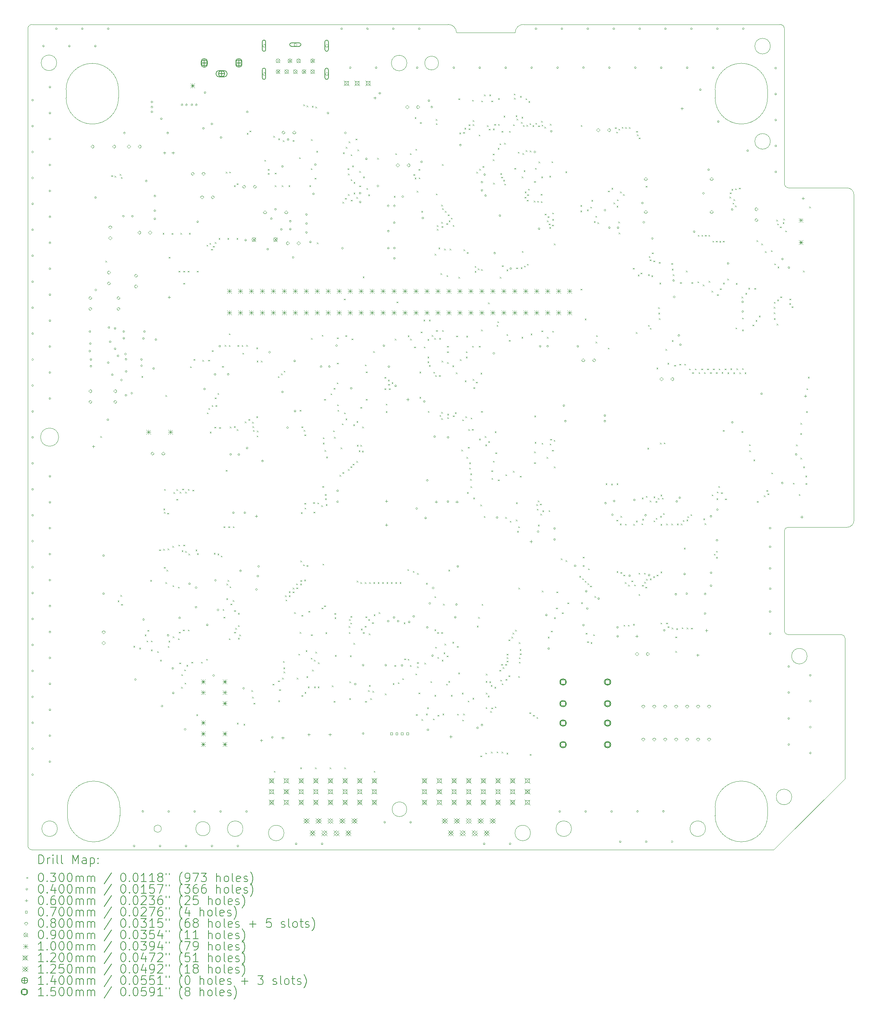
<source format=gbr>
%TF.GenerationSoftware,KiCad,Pcbnew,7.0.8*%
%TF.CreationDate,2024-02-10T17:54:53+01:00*%
%TF.ProjectId,Neptune,4e657074-756e-4652-9e6b-696361645f70,rev?*%
%TF.SameCoordinates,Original*%
%TF.FileFunction,Drillmap*%
%TF.FilePolarity,Positive*%
%FSLAX45Y45*%
G04 Gerber Fmt 4.5, Leading zero omitted, Abs format (unit mm)*
G04 Created by KiCad (PCBNEW 7.0.8) date 2024-02-10 17:54:53*
%MOMM*%
%LPD*%
G01*
G04 APERTURE LIST*
%ADD10C,0.100000*%
%ADD11C,0.200000*%
%ADD12C,0.030000*%
%ADD13C,0.040000*%
%ADD14C,0.060000*%
%ADD15C,0.070000*%
%ADD16C,0.080000*%
%ADD17C,0.090000*%
%ADD18C,0.120000*%
%ADD19C,0.125000*%
%ADD20C,0.140000*%
%ADD21C,0.150000*%
G04 APERTURE END LIST*
D10*
X30126600Y-18859500D02*
G75*
G03*
X30126600Y-18859500I-180000J0D01*
G01*
X31000000Y-18440000D02*
X31000000Y-21690000D01*
X23560000Y-4250000D02*
G75*
G03*
X23370000Y-4440000I0J-190000D01*
G01*
X27774560Y-22849840D02*
G75*
G03*
X27774560Y-22849840I-180000J0D01*
G01*
X29350000Y-23340000D02*
X12190000Y-23340000D01*
X12190000Y-4250000D02*
G75*
G03*
X12090000Y-4350000I0J-100000D01*
G01*
X14218920Y-22357080D02*
X14218920Y-22547580D01*
X31210312Y-8190000D02*
G75*
G03*
X31050000Y-8029688I-160312J0D01*
G01*
X22010000Y-4440000D02*
X23370000Y-4440000D01*
X13004800Y-22547580D02*
G75*
G03*
X14218920Y-22547580I607060J0D01*
G01*
X12090000Y-23240000D02*
X12090000Y-4350000D01*
X21595060Y-5143160D02*
G75*
G03*
X21595060Y-5143160I-160000J0D01*
G01*
X15180220Y-22849840D02*
G75*
G03*
X15180220Y-22849840I-85000J0D01*
G01*
X31050000Y-15880002D02*
G75*
G03*
X31210312Y-15719688I0J160312D01*
G01*
X29210000Y-22355810D02*
G75*
G03*
X27995880Y-22355810I-607060J0D01*
G01*
X29600000Y-18280000D02*
G75*
G03*
X29680000Y-18360000I80000J0D01*
G01*
X24673220Y-22849840D02*
G75*
G03*
X24673220Y-22849840I-180000J0D01*
G01*
X29600000Y-7930000D02*
G75*
G03*
X29700000Y-8030000I100000J0D01*
G01*
X29600000Y-15960000D02*
X29600000Y-18280000D01*
X29275700Y-4752340D02*
G75*
G03*
X29275700Y-4752340I-180000J0D01*
G01*
X29680000Y-18360000D02*
X30920000Y-18360000D01*
X17068800Y-22849840D02*
G75*
G03*
X17068800Y-22849840I-180000J0D01*
G01*
X12974320Y-5756910D02*
X12974320Y-5947410D01*
X12090000Y-23240000D02*
G75*
G03*
X12190000Y-23340000I100000J0D01*
G01*
X31000000Y-21690000D02*
X29350000Y-23340000D01*
X31210000Y-8190000D02*
X31210000Y-15720000D01*
X29700000Y-8030000D02*
X31050000Y-8030000D01*
X12803320Y-13794740D02*
G75*
G03*
X12803320Y-13794740I-210000J0D01*
G01*
X27995880Y-5946140D02*
G75*
G03*
X29210000Y-5946140I607060J0D01*
G01*
X27995880Y-22546310D02*
G75*
G03*
X29210000Y-22546310I607060J0D01*
G01*
X29680000Y-15880000D02*
G75*
G03*
X29600000Y-15960000I0J-80000D01*
G01*
X29210000Y-22355810D02*
X29210000Y-22546310D01*
X14188440Y-5756910D02*
G75*
G03*
X12974320Y-5756910I-607060J0D01*
G01*
X31000000Y-18440000D02*
G75*
G03*
X30920000Y-18360000I-80000J0D01*
G01*
X29771000Y-22115780D02*
G75*
G03*
X29771000Y-22115780I-180000J0D01*
G01*
X31050000Y-15880000D02*
X29680000Y-15880000D01*
X29600000Y-4350000D02*
X29600000Y-7930000D01*
X14218920Y-22357080D02*
G75*
G03*
X13004800Y-22357080I-607060J0D01*
G01*
X12758080Y-5138080D02*
G75*
G03*
X12758080Y-5138080I-180000J0D01*
G01*
X18018420Y-22948900D02*
G75*
G03*
X18018420Y-22948900I-180000J0D01*
G01*
X23723600Y-22948900D02*
G75*
G03*
X23723600Y-22948900I-180000J0D01*
G01*
X23560000Y-4250000D02*
X29500000Y-4250000D01*
X29210000Y-5755640D02*
G75*
G03*
X27995880Y-5755640I-607060J0D01*
G01*
X12773320Y-22849840D02*
G75*
G03*
X12773320Y-22849840I-180000J0D01*
G01*
X16306700Y-22849840D02*
G75*
G03*
X16306700Y-22849840I-165000J0D01*
G01*
X29275700Y-6954520D02*
G75*
G03*
X29275700Y-6954520I-180000J0D01*
G01*
X12190000Y-4250000D02*
X21820000Y-4250000D01*
X27995880Y-5755640D02*
X27995880Y-5946140D01*
X20860840Y-22400260D02*
G75*
G03*
X20860840Y-22400260I-170000J0D01*
G01*
X29210000Y-5755640D02*
X29210000Y-5946140D01*
X13004800Y-22357080D02*
X13004800Y-22547580D01*
X27995880Y-22355810D02*
X27995880Y-22546310D01*
X22010000Y-4440000D02*
G75*
G03*
X21820000Y-4250000I-190000J0D01*
G01*
X12974320Y-5947410D02*
G75*
G03*
X14188440Y-5947410I607060J0D01*
G01*
X29600000Y-4350000D02*
G75*
G03*
X29500000Y-4250000I-100000J0D01*
G01*
X14188440Y-5756910D02*
X14188440Y-5947410D01*
X20863220Y-5143160D02*
G75*
G03*
X20863220Y-5143160I-180000J0D01*
G01*
D11*
D12*
X13765000Y-13770000D02*
X13795000Y-13800000D01*
X13795000Y-13770000D02*
X13765000Y-13800000D01*
X13887500Y-9717500D02*
X13917500Y-9747500D01*
X13917500Y-9717500D02*
X13887500Y-9747500D01*
X14019488Y-7740000D02*
X14049488Y-7770000D01*
X14049488Y-7740000D02*
X14019488Y-7770000D01*
X14098649Y-7751210D02*
X14128649Y-7781210D01*
X14128649Y-7751210D02*
X14098649Y-7781210D01*
X14169950Y-17572500D02*
X14199950Y-17602500D01*
X14199950Y-17572500D02*
X14169950Y-17602500D01*
X14217678Y-7707363D02*
X14247678Y-7737363D01*
X14247678Y-7707363D02*
X14217678Y-7737363D01*
X14235000Y-17447500D02*
X14265000Y-17477500D01*
X14265000Y-17447500D02*
X14235000Y-17477500D01*
X14245000Y-7782500D02*
X14275000Y-7812500D01*
X14275000Y-7782500D02*
X14245000Y-7812500D01*
X14247500Y-17652500D02*
X14277500Y-17682500D01*
X14277500Y-17652500D02*
X14247500Y-17682500D01*
X14533750Y-18623750D02*
X14563750Y-18653750D01*
X14563750Y-18623750D02*
X14533750Y-18653750D01*
X14670000Y-18665000D02*
X14700000Y-18695000D01*
X14700000Y-18665000D02*
X14670000Y-18695000D01*
X14720000Y-12382500D02*
X14750000Y-12412500D01*
X14750000Y-12382500D02*
X14720000Y-12412500D01*
X14797500Y-18360000D02*
X14827500Y-18390000D01*
X14827500Y-18360000D02*
X14797500Y-18390000D01*
X14837500Y-18500000D02*
X14867500Y-18530000D01*
X14867500Y-18500000D02*
X14837500Y-18530000D01*
X14857500Y-18255000D02*
X14887500Y-18285000D01*
X14887500Y-18255000D02*
X14857500Y-18285000D01*
X14922500Y-17097500D02*
X14952500Y-17127500D01*
X14952500Y-17097500D02*
X14922500Y-17127500D01*
X14938750Y-18501250D02*
X14968750Y-18531250D01*
X14968750Y-18501250D02*
X14938750Y-18531250D01*
X14938750Y-18706250D02*
X14968750Y-18736250D01*
X14968750Y-18706250D02*
X14938750Y-18736250D01*
X15085000Y-18744975D02*
X15115000Y-18774975D01*
X15115000Y-18744975D02*
X15085000Y-18774975D01*
X15130000Y-16391140D02*
X15160000Y-16421140D01*
X15160000Y-16391140D02*
X15130000Y-16421140D01*
X15152500Y-18942500D02*
X15182500Y-18972500D01*
X15182500Y-18942500D02*
X15152500Y-18972500D01*
X15212500Y-9071250D02*
X15242500Y-9101250D01*
X15242500Y-9071250D02*
X15212500Y-9101250D01*
X15225000Y-16380000D02*
X15255000Y-16410000D01*
X15255000Y-16380000D02*
X15225000Y-16410000D01*
X15226675Y-15446647D02*
X15256675Y-15476647D01*
X15256675Y-15446647D02*
X15226675Y-15476647D01*
X15240000Y-16797500D02*
X15270000Y-16827500D01*
X15270000Y-16797500D02*
X15240000Y-16827500D01*
X15240409Y-15525409D02*
X15270409Y-15555409D01*
X15270409Y-15525409D02*
X15240409Y-15555409D01*
X15245000Y-14995000D02*
X15275000Y-15025000D01*
X15275000Y-14995000D02*
X15245000Y-15025000D01*
X15272500Y-17147500D02*
X15302500Y-17177500D01*
X15302500Y-17147500D02*
X15272500Y-17177500D01*
X15275000Y-12822500D02*
X15305000Y-12852500D01*
X15305000Y-12822500D02*
X15275000Y-12852500D01*
X15297775Y-16859950D02*
X15327775Y-16889950D01*
X15327775Y-16859950D02*
X15297775Y-16889950D01*
X15317908Y-15545053D02*
X15347908Y-15575053D01*
X15347908Y-15545053D02*
X15317908Y-15575053D01*
X15325000Y-16370000D02*
X15355000Y-16400000D01*
X15355000Y-16370000D02*
X15325000Y-16400000D01*
X15330000Y-18625000D02*
X15360000Y-18655000D01*
X15360000Y-18625000D02*
X15330000Y-18655000D01*
X15345000Y-18502500D02*
X15375000Y-18532500D01*
X15375000Y-18502500D02*
X15345000Y-18532500D01*
X15350000Y-9625000D02*
X15380000Y-9655000D01*
X15380000Y-9625000D02*
X15350000Y-9655000D01*
X15417500Y-9075000D02*
X15447500Y-9105000D01*
X15447500Y-9075000D02*
X15417500Y-9105000D01*
X15435000Y-16312500D02*
X15465000Y-16342500D01*
X15465000Y-16312500D02*
X15435000Y-16342500D01*
X15437500Y-17222500D02*
X15467500Y-17252500D01*
X15467500Y-17222500D02*
X15437500Y-17252500D01*
X15442500Y-18402500D02*
X15472500Y-18432500D01*
X15472500Y-18402500D02*
X15442500Y-18432500D01*
X15460000Y-15065000D02*
X15490000Y-15095000D01*
X15490000Y-15065000D02*
X15460000Y-15095000D01*
X15527500Y-15000000D02*
X15557500Y-15030000D01*
X15557500Y-15000000D02*
X15527500Y-15030000D01*
X15527500Y-15225000D02*
X15557500Y-15255000D01*
X15557500Y-15225000D02*
X15527500Y-15255000D01*
X15564733Y-17254950D02*
X15594733Y-17284950D01*
X15594733Y-17254950D02*
X15564733Y-17284950D01*
X15567450Y-18447500D02*
X15597450Y-18477500D01*
X15597450Y-18447500D02*
X15567450Y-18477500D01*
X15575000Y-16282500D02*
X15605000Y-16312500D01*
X15605000Y-16282500D02*
X15575000Y-16312500D01*
X15580000Y-9947500D02*
X15610000Y-9977500D01*
X15610000Y-9947500D02*
X15580000Y-9977500D01*
X15587500Y-18297500D02*
X15617500Y-18327500D01*
X15617500Y-18297500D02*
X15587500Y-18327500D01*
X15595000Y-19007500D02*
X15625000Y-19037500D01*
X15625000Y-19007500D02*
X15595000Y-19037500D01*
X15602500Y-15057500D02*
X15632500Y-15087500D01*
X15632500Y-15057500D02*
X15602500Y-15087500D01*
X15622500Y-9071250D02*
X15652500Y-9101250D01*
X15652500Y-9071250D02*
X15622500Y-9101250D01*
X15637500Y-19572500D02*
X15667500Y-19602500D01*
X15667500Y-19572500D02*
X15637500Y-19602500D01*
X15642500Y-19280000D02*
X15672500Y-19310000D01*
X15672500Y-19280000D02*
X15642500Y-19310000D01*
X15652450Y-16411346D02*
X15682450Y-16441346D01*
X15682450Y-16411346D02*
X15652450Y-16441346D01*
X15664950Y-14985000D02*
X15694950Y-15015000D01*
X15694950Y-14985000D02*
X15664950Y-15015000D01*
X15680000Y-18245000D02*
X15710000Y-18275000D01*
X15710000Y-18245000D02*
X15680000Y-18275000D01*
X15687500Y-10227500D02*
X15717500Y-10257500D01*
X15717500Y-10227500D02*
X15687500Y-10257500D01*
X15687500Y-16282500D02*
X15717500Y-16312500D01*
X15717500Y-16282500D02*
X15687500Y-16312500D01*
X15690000Y-9947500D02*
X15720000Y-9977500D01*
X15720000Y-9947500D02*
X15690000Y-9977500D01*
X15710000Y-19167500D02*
X15740000Y-19197500D01*
X15740000Y-19167500D02*
X15710000Y-19197500D01*
X15717500Y-19475000D02*
X15747500Y-19505000D01*
X15747500Y-19475000D02*
X15717500Y-19505000D01*
X15730523Y-16428568D02*
X15760523Y-16458568D01*
X15760523Y-16428568D02*
X15730523Y-16458568D01*
X15732500Y-15057500D02*
X15762500Y-15087500D01*
X15762500Y-15057500D02*
X15732500Y-15087500D01*
X15762500Y-19065000D02*
X15792500Y-19095000D01*
X15792500Y-19065000D02*
X15762500Y-19095000D01*
X15790000Y-9947500D02*
X15820000Y-9977500D01*
X15820000Y-9947500D02*
X15790000Y-9977500D01*
X15794950Y-14994853D02*
X15824950Y-15024853D01*
X15824950Y-14994853D02*
X15794950Y-15024853D01*
X15795000Y-18247500D02*
X15825000Y-18277500D01*
X15825000Y-18247500D02*
X15795000Y-18277500D01*
X15807500Y-16487500D02*
X15837500Y-16517500D01*
X15837500Y-16487500D02*
X15807500Y-16517500D01*
X15820000Y-9071250D02*
X15850000Y-9101250D01*
X15850000Y-9071250D02*
X15820000Y-9101250D01*
X15847525Y-12160025D02*
X15877525Y-12190025D01*
X15877525Y-12160025D02*
X15847525Y-12190025D01*
X15877500Y-18990492D02*
X15907500Y-19020492D01*
X15907500Y-18990492D02*
X15877500Y-19020492D01*
X15902500Y-15010000D02*
X15932500Y-15040000D01*
X15932500Y-15010000D02*
X15902500Y-15040000D01*
X15925000Y-11987500D02*
X15955000Y-12017500D01*
X15955000Y-11987500D02*
X15925000Y-12017500D01*
X15972500Y-16395000D02*
X16002500Y-16425000D01*
X16002500Y-16395000D02*
X15972500Y-16425000D01*
X15990000Y-20207500D02*
X16020000Y-20237500D01*
X16020000Y-20207500D02*
X15990000Y-20237500D01*
X16000000Y-9947500D02*
X16030000Y-9977500D01*
X16030000Y-9947500D02*
X16000000Y-9977500D01*
X16007500Y-16482500D02*
X16037500Y-16512500D01*
X16037500Y-16482500D02*
X16007500Y-16512500D01*
X16100000Y-18992500D02*
X16130000Y-19022500D01*
X16130000Y-18992500D02*
X16100000Y-19022500D01*
X16130000Y-12010000D02*
X16160000Y-12040000D01*
X16160000Y-12010000D02*
X16130000Y-12040000D01*
X16217550Y-18925000D02*
X16247550Y-18955000D01*
X16247550Y-18925000D02*
X16217550Y-18955000D01*
X16227500Y-9347500D02*
X16257500Y-9377500D01*
X16257500Y-9347500D02*
X16227500Y-9377500D01*
X16235000Y-13225000D02*
X16265000Y-13255000D01*
X16265000Y-13225000D02*
X16235000Y-13255000D01*
X16265000Y-12005000D02*
X16295000Y-12035000D01*
X16295000Y-12005000D02*
X16265000Y-12035000D01*
X16270000Y-13125000D02*
X16300000Y-13155000D01*
X16300000Y-13125000D02*
X16270000Y-13155000D01*
X16296057Y-9306366D02*
X16326057Y-9336366D01*
X16326057Y-9306366D02*
X16296057Y-9336366D01*
X16302500Y-13670000D02*
X16332500Y-13700000D01*
X16332500Y-13670000D02*
X16302500Y-13700000D01*
X16332500Y-9440000D02*
X16362500Y-9470000D01*
X16362500Y-9440000D02*
X16332500Y-9470000D01*
X16345000Y-13057500D02*
X16375000Y-13087500D01*
X16375000Y-13057500D02*
X16345000Y-13087500D01*
X16347500Y-11785000D02*
X16377500Y-11815000D01*
X16377500Y-11785000D02*
X16347500Y-11815000D01*
X16373259Y-9371220D02*
X16403259Y-9401220D01*
X16403259Y-9371220D02*
X16373259Y-9401220D01*
X16395409Y-16470409D02*
X16425409Y-16500409D01*
X16425409Y-16470409D02*
X16395409Y-16500409D01*
X16410000Y-13555000D02*
X16440000Y-13585000D01*
X16440000Y-13555000D02*
X16410000Y-13585000D01*
X16416250Y-9282500D02*
X16446250Y-9312500D01*
X16446250Y-9282500D02*
X16416250Y-9312500D01*
X16417500Y-12877500D02*
X16447500Y-12907500D01*
X16447500Y-12877500D02*
X16417500Y-12907500D01*
X16435000Y-13055000D02*
X16465000Y-13085000D01*
X16465000Y-13055000D02*
X16435000Y-13085000D01*
X16482500Y-12775000D02*
X16512500Y-12805000D01*
X16512500Y-12775000D02*
X16482500Y-12805000D01*
X16482500Y-16489950D02*
X16512500Y-16519950D01*
X16512500Y-16489950D02*
X16482500Y-16519950D01*
X16505000Y-9188750D02*
X16535000Y-9218750D01*
X16535000Y-9188750D02*
X16505000Y-9218750D01*
X16517500Y-13562500D02*
X16547500Y-13592500D01*
X16547500Y-13562500D02*
X16517500Y-13592500D01*
X16555000Y-16535000D02*
X16585000Y-16565000D01*
X16585000Y-16535000D02*
X16555000Y-16565000D01*
X16585000Y-12150000D02*
X16615000Y-12180000D01*
X16615000Y-12150000D02*
X16585000Y-12180000D01*
X16600000Y-17770000D02*
X16630000Y-17800000D01*
X16630000Y-17770000D02*
X16600000Y-17800000D01*
X16620000Y-15860000D02*
X16650000Y-15890000D01*
X16650000Y-15860000D02*
X16620000Y-15890000D01*
X16622500Y-17950000D02*
X16652500Y-17980000D01*
X16652500Y-17950000D02*
X16622500Y-17980000D01*
X16647500Y-11662500D02*
X16677500Y-11692500D01*
X16677500Y-11662500D02*
X16647500Y-11692500D01*
X16670979Y-14555979D02*
X16700979Y-14585979D01*
X16700979Y-14555979D02*
X16670979Y-14585979D01*
X16672665Y-7656274D02*
X16702665Y-7686274D01*
X16702665Y-7656274D02*
X16672665Y-7686274D01*
X16682500Y-17520000D02*
X16712500Y-17550000D01*
X16712500Y-17520000D02*
X16682500Y-17550000D01*
X16690000Y-17185000D02*
X16720000Y-17215000D01*
X16720000Y-17185000D02*
X16690000Y-17215000D01*
X16710000Y-9188750D02*
X16740000Y-9218750D01*
X16740000Y-9188750D02*
X16710000Y-9218750D01*
X16712500Y-17097500D02*
X16742500Y-17127500D01*
X16742500Y-17097500D02*
X16712500Y-17127500D01*
X16730000Y-15857500D02*
X16760000Y-15887500D01*
X16760000Y-15857500D02*
X16730000Y-15887500D01*
X16742500Y-11667500D02*
X16772500Y-11697500D01*
X16772500Y-11667500D02*
X16742500Y-11697500D01*
X16742500Y-18450000D02*
X16772500Y-18480000D01*
X16772500Y-18450000D02*
X16742500Y-18480000D01*
X16745000Y-11395000D02*
X16775000Y-11425000D01*
X16775000Y-11395000D02*
X16745000Y-11425000D01*
X16752562Y-7653352D02*
X16782562Y-7683352D01*
X16782562Y-7653352D02*
X16752562Y-7683352D01*
X16760000Y-17247500D02*
X16790000Y-17277500D01*
X16790000Y-17247500D02*
X16760000Y-17277500D01*
X16765000Y-13550000D02*
X16795000Y-13580000D01*
X16795000Y-13550000D02*
X16765000Y-13580000D01*
X16782500Y-17645000D02*
X16812500Y-17675000D01*
X16812500Y-17645000D02*
X16782500Y-17675000D01*
X16830000Y-17565000D02*
X16860000Y-17595000D01*
X16860000Y-17565000D02*
X16830000Y-17595000D01*
X16837500Y-15859950D02*
X16867500Y-15889950D01*
X16867500Y-15859950D02*
X16837500Y-15889950D01*
X16860000Y-7972500D02*
X16890000Y-8002500D01*
X16890000Y-7972500D02*
X16860000Y-8002500D01*
X16862550Y-13542500D02*
X16892550Y-13572500D01*
X16892550Y-13542500D02*
X16862550Y-13572500D01*
X16867500Y-17797500D02*
X16897500Y-17827500D01*
X16897500Y-17797500D02*
X16867500Y-17827500D01*
X16867500Y-18297500D02*
X16897500Y-18327500D01*
X16897500Y-18297500D02*
X16867500Y-18327500D01*
X16890000Y-18207500D02*
X16920000Y-18237500D01*
X16920000Y-18207500D02*
X16890000Y-18237500D01*
X16920000Y-9188750D02*
X16950000Y-9218750D01*
X16950000Y-9188750D02*
X16920000Y-9218750D01*
X16923635Y-7924099D02*
X16953635Y-7954099D01*
X16953635Y-7924099D02*
X16923635Y-7954099D01*
X16925000Y-13612500D02*
X16955000Y-13642500D01*
X16955000Y-13612500D02*
X16925000Y-13642500D01*
X16930000Y-20400000D02*
X16960000Y-20430000D01*
X16960000Y-20400000D02*
X16930000Y-20430000D01*
X16942500Y-11667500D02*
X16972500Y-11697500D01*
X16972500Y-11667500D02*
X16942500Y-11697500D01*
X16954211Y-18434547D02*
X16984211Y-18464547D01*
X16984211Y-18434547D02*
X16954211Y-18464547D01*
X16954684Y-18142450D02*
X16984684Y-18172450D01*
X16984684Y-18142450D02*
X16954684Y-18172450D01*
X16955000Y-17862500D02*
X16985000Y-17892500D01*
X16985000Y-17862500D02*
X16955000Y-17892500D01*
X16982974Y-18359950D02*
X17012974Y-18389950D01*
X17012974Y-18359950D02*
X16982974Y-18389950D01*
X17037500Y-11667500D02*
X17067500Y-11697500D01*
X17067500Y-11667500D02*
X17037500Y-11697500D01*
X17057500Y-11844950D02*
X17087500Y-11874950D01*
X17087500Y-11844950D02*
X17057500Y-11874950D01*
X17083341Y-20427450D02*
X17113341Y-20457450D01*
X17113341Y-20427450D02*
X17083341Y-20457450D01*
X17112500Y-13432500D02*
X17142500Y-13462500D01*
X17142500Y-13432500D02*
X17112500Y-13462500D01*
X17145000Y-11662450D02*
X17175000Y-11692450D01*
X17175000Y-11662450D02*
X17145000Y-11692450D01*
X17159193Y-6760220D02*
X17189193Y-6790220D01*
X17189193Y-6760220D02*
X17159193Y-6790220D01*
X17195000Y-13377450D02*
X17225000Y-13407450D01*
X17225000Y-13377450D02*
X17195000Y-13407450D01*
X17221643Y-6706693D02*
X17251643Y-6736693D01*
X17251643Y-6706693D02*
X17221643Y-6736693D01*
X17265000Y-19645000D02*
X17295000Y-19675000D01*
X17295000Y-19645000D02*
X17265000Y-19675000D01*
X17280000Y-13442500D02*
X17310000Y-13472500D01*
X17310000Y-13442500D02*
X17280000Y-13472500D01*
X17280000Y-19797500D02*
X17310000Y-19827500D01*
X17310000Y-19797500D02*
X17280000Y-19827500D01*
X17287500Y-13542500D02*
X17317500Y-13572500D01*
X17317500Y-13542500D02*
X17287500Y-13572500D01*
X17300000Y-13632500D02*
X17330000Y-13662500D01*
X17330000Y-13632500D02*
X17300000Y-13662500D01*
X17315000Y-19940000D02*
X17345000Y-19970000D01*
X17345000Y-19940000D02*
X17315000Y-19970000D01*
X17380000Y-11720000D02*
X17410000Y-11750000D01*
X17410000Y-11720000D02*
X17380000Y-11750000D01*
X17380000Y-13315000D02*
X17410000Y-13345000D01*
X17410000Y-13315000D02*
X17380000Y-13345000D01*
X17385000Y-12025000D02*
X17415000Y-12055000D01*
X17415000Y-12025000D02*
X17385000Y-12055000D01*
X17385000Y-13760000D02*
X17415000Y-13790000D01*
X17415000Y-13760000D02*
X17385000Y-13790000D01*
X17392500Y-13642500D02*
X17422500Y-13672500D01*
X17422500Y-13642500D02*
X17392500Y-13672500D01*
X17482500Y-12025000D02*
X17512500Y-12055000D01*
X17512500Y-12025000D02*
X17482500Y-12055000D01*
X17565000Y-7382500D02*
X17595000Y-7412500D01*
X17595000Y-7382500D02*
X17565000Y-7412500D01*
X17644591Y-7687091D02*
X17674591Y-7717091D01*
X17674591Y-7687091D02*
X17644591Y-7717091D01*
X17645000Y-7595000D02*
X17675000Y-7625000D01*
X17675000Y-7595000D02*
X17645000Y-7625000D01*
X17755000Y-19500050D02*
X17785000Y-19530050D01*
X17785000Y-19500050D02*
X17755000Y-19530050D01*
X17772000Y-6828000D02*
X17802000Y-6858000D01*
X17802000Y-6828000D02*
X17772000Y-6858000D01*
X17785000Y-21515000D02*
X17815000Y-21545000D01*
X17815000Y-21515000D02*
X17785000Y-21545000D01*
X17805000Y-7973300D02*
X17835000Y-8003300D01*
X17835000Y-7973300D02*
X17805000Y-8003300D01*
X17807500Y-7680000D02*
X17837500Y-7710000D01*
X17837500Y-7680000D02*
X17807500Y-7710000D01*
X17877500Y-12387500D02*
X17907500Y-12417500D01*
X17907500Y-12387500D02*
X17877500Y-12417500D01*
X17880000Y-19422400D02*
X17910000Y-19452400D01*
X17910000Y-19422400D02*
X17880000Y-19452400D01*
X17885000Y-6888100D02*
X17915000Y-6918100D01*
X17915000Y-6888100D02*
X17885000Y-6918100D01*
X17885000Y-19885000D02*
X17915000Y-19915000D01*
X17915000Y-19885000D02*
X17885000Y-19915000D01*
X17905000Y-19625000D02*
X17935000Y-19655000D01*
X17935000Y-19625000D02*
X17905000Y-19655000D01*
X17950000Y-12322500D02*
X17980000Y-12352500D01*
X17980000Y-12322500D02*
X17950000Y-12352500D01*
X17965000Y-7973300D02*
X17995000Y-8003300D01*
X17995000Y-7973300D02*
X17965000Y-8003300D01*
X17976310Y-19359950D02*
X18006310Y-19389950D01*
X18006310Y-19359950D02*
X17976310Y-19389950D01*
X17993600Y-6931900D02*
X18023600Y-6961900D01*
X18023600Y-6931900D02*
X17993600Y-6961900D01*
X17995000Y-18975000D02*
X18025000Y-19005000D01*
X18025000Y-18975000D02*
X17995000Y-19005000D01*
X18003740Y-19123740D02*
X18033740Y-19153740D01*
X18033740Y-19123740D02*
X18003740Y-19153740D01*
X18010050Y-19214204D02*
X18040050Y-19244204D01*
X18040050Y-19214204D02*
X18010050Y-19244204D01*
X18012500Y-12260000D02*
X18042500Y-12290000D01*
X18042500Y-12260000D02*
X18012500Y-12290000D01*
X18042884Y-17452116D02*
X18072884Y-17482116D01*
X18072884Y-17452116D02*
X18042884Y-17482116D01*
X18055000Y-17552550D02*
X18085000Y-17582550D01*
X18085000Y-17552550D02*
X18055000Y-17582550D01*
X18125000Y-7973300D02*
X18155000Y-8003300D01*
X18155000Y-7973300D02*
X18125000Y-8003300D01*
X18129952Y-17362548D02*
X18159952Y-17392548D01*
X18159952Y-17362548D02*
X18129952Y-17392548D01*
X18133293Y-17454207D02*
X18163293Y-17484207D01*
X18163293Y-17454207D02*
X18133293Y-17484207D01*
X18218270Y-17274231D02*
X18248270Y-17304231D01*
X18248270Y-17274231D02*
X18218270Y-17304231D01*
X18220000Y-6925000D02*
X18250000Y-6955000D01*
X18250000Y-6925000D02*
X18220000Y-6955000D01*
X18220361Y-17364639D02*
X18250361Y-17394639D01*
X18250361Y-17364639D02*
X18220361Y-17394639D01*
X18252550Y-17845000D02*
X18282550Y-17875000D01*
X18282550Y-17845000D02*
X18252550Y-17875000D01*
X18300337Y-17179663D02*
X18330337Y-17209663D01*
X18330337Y-17179663D02*
X18300337Y-17209663D01*
X18305585Y-17273229D02*
X18335585Y-17303229D01*
X18335585Y-17273229D02*
X18305585Y-17303229D01*
X18315000Y-19359950D02*
X18345000Y-19389950D01*
X18345000Y-19359950D02*
X18315000Y-19389950D01*
X18352500Y-18805000D02*
X18382500Y-18835000D01*
X18382500Y-18805000D02*
X18352500Y-18835000D01*
X18370050Y-7323250D02*
X18400050Y-7353250D01*
X18400050Y-7323250D02*
X18370050Y-7353250D01*
X18380000Y-13165000D02*
X18410000Y-13195000D01*
X18410000Y-13165000D02*
X18380000Y-13195000D01*
X18380000Y-18300000D02*
X18410000Y-18330000D01*
X18410000Y-18300000D02*
X18380000Y-18330000D01*
X18392896Y-17183903D02*
X18422896Y-17213903D01*
X18422896Y-17183903D02*
X18392896Y-17213903D01*
X18395000Y-21435050D02*
X18425000Y-21465050D01*
X18425000Y-21435050D02*
X18395000Y-21465050D01*
X18397450Y-16650000D02*
X18427450Y-16680000D01*
X18427450Y-16650000D02*
X18397450Y-16680000D01*
X18399721Y-17102411D02*
X18429721Y-17132411D01*
X18429721Y-17102411D02*
X18399721Y-17132411D01*
X18412500Y-15532500D02*
X18442500Y-15562500D01*
X18442500Y-15532500D02*
X18412500Y-15562500D01*
X18422450Y-17905712D02*
X18452450Y-17935712D01*
X18452450Y-17905712D02*
X18422450Y-17935712D01*
X18422500Y-19762500D02*
X18452500Y-19792500D01*
X18452500Y-19762500D02*
X18422500Y-19792500D01*
X18425000Y-13545000D02*
X18455000Y-13575000D01*
X18455000Y-13545000D02*
X18425000Y-13575000D01*
X18459900Y-16740000D02*
X18489900Y-16770000D01*
X18489900Y-16740000D02*
X18459900Y-16770000D01*
X18465000Y-6102500D02*
X18495000Y-6132500D01*
X18495000Y-6102500D02*
X18465000Y-6132500D01*
X18472500Y-13625000D02*
X18502500Y-13655000D01*
X18502500Y-13625000D02*
X18472500Y-13655000D01*
X18486250Y-17091250D02*
X18516250Y-17121250D01*
X18516250Y-17091250D02*
X18486250Y-17121250D01*
X18490000Y-15317500D02*
X18520000Y-15347500D01*
X18520000Y-15317500D02*
X18490000Y-15347500D01*
X18493449Y-13731551D02*
X18523449Y-13761551D01*
X18523449Y-13731551D02*
X18493449Y-13761551D01*
X18495000Y-15425000D02*
X18525000Y-15455000D01*
X18525000Y-15425000D02*
X18495000Y-15455000D01*
X18495000Y-19687500D02*
X18525000Y-19717500D01*
X18525000Y-19687500D02*
X18495000Y-19717500D01*
X18520979Y-18725979D02*
X18550979Y-18755979D01*
X18550979Y-18725979D02*
X18520979Y-18755979D01*
X18536275Y-19323725D02*
X18566275Y-19353725D01*
X18566275Y-19323725D02*
X18536275Y-19353725D01*
X18542071Y-6123761D02*
X18572071Y-6153761D01*
X18572071Y-6123761D02*
X18542071Y-6153761D01*
X18542500Y-16757500D02*
X18572500Y-16787500D01*
X18572500Y-16757500D02*
X18542500Y-16787500D01*
X18570000Y-19562450D02*
X18600000Y-19592450D01*
X18600000Y-19562450D02*
X18570000Y-19592450D01*
X18582550Y-17815000D02*
X18612550Y-17845000D01*
X18612550Y-17815000D02*
X18582550Y-17845000D01*
X18605000Y-7973300D02*
X18635000Y-8003300D01*
X18635000Y-7973300D02*
X18605000Y-8003300D01*
X18640000Y-7577500D02*
X18670000Y-7607500D01*
X18670000Y-7577500D02*
X18640000Y-7607500D01*
X18640000Y-18897550D02*
X18670000Y-18927550D01*
X18670000Y-18897550D02*
X18640000Y-18927550D01*
X18644527Y-18355050D02*
X18674527Y-18385050D01*
X18674527Y-18355050D02*
X18644527Y-18385050D01*
X18645000Y-6905000D02*
X18675000Y-6935000D01*
X18675000Y-6905000D02*
X18645000Y-6935000D01*
X18645000Y-11500000D02*
X18675000Y-11530000D01*
X18675000Y-11500000D02*
X18645000Y-11530000D01*
X18665000Y-6135000D02*
X18695000Y-6165000D01*
X18695000Y-6135000D02*
X18665000Y-6165000D01*
X18671250Y-19173750D02*
X18701250Y-19203750D01*
X18701250Y-19173750D02*
X18671250Y-19203750D01*
X18696712Y-15300788D02*
X18726712Y-15330788D01*
X18726712Y-15300788D02*
X18696712Y-15330788D01*
X18701466Y-15521034D02*
X18731466Y-15551034D01*
X18731466Y-15521034D02*
X18701466Y-15551034D01*
X18710000Y-18942550D02*
X18740000Y-18972550D01*
X18740000Y-18942550D02*
X18710000Y-18972550D01*
X18715000Y-19562500D02*
X18745000Y-19592500D01*
X18745000Y-19562500D02*
X18715000Y-19592500D01*
X18730000Y-7797500D02*
X18760000Y-7827500D01*
X18760000Y-7797500D02*
X18730000Y-7827500D01*
X18735000Y-21435050D02*
X18765000Y-21465050D01*
X18765000Y-21435050D02*
X18735000Y-21465050D01*
X18743398Y-6150680D02*
X18773398Y-6180680D01*
X18773398Y-6150680D02*
X18743398Y-6180680D01*
X18745000Y-18757500D02*
X18775000Y-18787500D01*
X18775000Y-18757500D02*
X18745000Y-18787500D01*
X18767500Y-7177500D02*
X18797500Y-7207500D01*
X18797500Y-7177500D02*
X18767500Y-7207500D01*
X18777500Y-9292500D02*
X18807500Y-9322500D01*
X18807500Y-9292500D02*
X18777500Y-9322500D01*
X18791742Y-15307500D02*
X18821742Y-15337500D01*
X18821742Y-15307500D02*
X18791742Y-15337500D01*
X18800000Y-19562500D02*
X18830000Y-19592500D01*
X18830000Y-19562500D02*
X18800000Y-19592500D01*
X18802500Y-19005000D02*
X18832500Y-19035000D01*
X18832500Y-19005000D02*
X18802500Y-19035000D01*
X18880299Y-15369701D02*
X18910299Y-15399701D01*
X18910299Y-15369701D02*
X18880299Y-15399701D01*
X18887450Y-17737550D02*
X18917450Y-17767550D01*
X18917450Y-17737550D02*
X18887450Y-17767550D01*
X18895000Y-11430000D02*
X18925000Y-11460000D01*
X18925000Y-11430000D02*
X18895000Y-11460000D01*
X18907500Y-14925000D02*
X18937500Y-14955000D01*
X18937500Y-14925000D02*
X18907500Y-14955000D01*
X18910726Y-16722408D02*
X18940726Y-16752408D01*
X18940726Y-16722408D02*
X18910726Y-16752408D01*
X18917500Y-13799000D02*
X18947500Y-13829000D01*
X18947500Y-13799000D02*
X18917500Y-13829000D01*
X18917600Y-13925000D02*
X18947600Y-13955000D01*
X18947600Y-13925000D02*
X18917600Y-13955000D01*
X18947500Y-12910000D02*
X18977500Y-12940000D01*
X18977500Y-12910000D02*
X18947500Y-12940000D01*
X18950155Y-17687950D02*
X18980155Y-17717950D01*
X18980155Y-17687950D02*
X18950155Y-17717950D01*
X18955000Y-14095000D02*
X18985000Y-14125000D01*
X18985000Y-14095000D02*
X18955000Y-14125000D01*
X18967372Y-15115000D02*
X18997372Y-15145000D01*
X18997372Y-15115000D02*
X18967372Y-15145000D01*
X18969021Y-15209021D02*
X18999021Y-15239021D01*
X18999021Y-15209021D02*
X18969021Y-15239021D01*
X18977450Y-18310050D02*
X19007450Y-18340050D01*
X19007450Y-18310050D02*
X18977450Y-18340050D01*
X18985000Y-15345000D02*
X19015000Y-15375000D01*
X19015000Y-15345000D02*
X18985000Y-15375000D01*
X18995000Y-14244550D02*
X19025000Y-14274550D01*
X19025000Y-14244550D02*
X18995000Y-14274550D01*
X19075000Y-21435050D02*
X19105000Y-21465050D01*
X19105000Y-21435050D02*
X19075000Y-21465050D01*
X19097500Y-12782950D02*
X19127500Y-12812950D01*
X19127500Y-12782950D02*
X19097500Y-12812950D01*
X19125000Y-19535000D02*
X19155000Y-19565000D01*
X19155000Y-19535000D02*
X19125000Y-19565000D01*
X19157500Y-13640000D02*
X19187500Y-13670000D01*
X19187500Y-13640000D02*
X19157500Y-13670000D01*
X19167500Y-12655950D02*
X19197500Y-12685950D01*
X19197500Y-12655950D02*
X19167500Y-12685950D01*
X19170050Y-19897450D02*
X19200050Y-19927450D01*
X19200050Y-19897450D02*
X19170050Y-19927450D01*
X19175000Y-13790000D02*
X19205000Y-13820000D01*
X19205000Y-13790000D02*
X19175000Y-13820000D01*
X19185000Y-17865000D02*
X19215000Y-17895000D01*
X19215000Y-17865000D02*
X19185000Y-17895000D01*
X19190000Y-17960000D02*
X19220000Y-17990000D01*
X19220000Y-17960000D02*
X19190000Y-17990000D01*
X19197500Y-18832500D02*
X19227500Y-18862500D01*
X19227500Y-18832500D02*
X19197500Y-18862500D01*
X19240000Y-12528950D02*
X19270000Y-12558950D01*
X19270000Y-12528950D02*
X19240000Y-12558950D01*
X19245000Y-12075000D02*
X19275000Y-12105000D01*
X19275000Y-12075000D02*
X19245000Y-12105000D01*
X19246250Y-11488750D02*
X19276250Y-11518750D01*
X19276250Y-11488750D02*
X19246250Y-11518750D01*
X19247500Y-13037050D02*
X19277500Y-13067050D01*
X19277500Y-13037050D02*
X19247500Y-13067050D01*
X19257450Y-13164000D02*
X19287450Y-13194000D01*
X19287450Y-13164000D02*
X19257450Y-13194000D01*
X19305000Y-14670000D02*
X19335000Y-14700000D01*
X19335000Y-14670000D02*
X19305000Y-14700000D01*
X19327550Y-14032500D02*
X19357550Y-14062500D01*
X19357550Y-14032500D02*
X19327550Y-14062500D01*
X19357500Y-13480450D02*
X19387500Y-13510450D01*
X19387500Y-13480450D02*
X19357500Y-13510450D01*
X19370050Y-8352500D02*
X19400050Y-8382500D01*
X19400050Y-8352500D02*
X19370050Y-8382500D01*
X19373341Y-14603341D02*
X19403341Y-14633341D01*
X19403341Y-14603341D02*
X19373341Y-14633341D01*
X19385000Y-7210000D02*
X19415000Y-7240000D01*
X19415000Y-7210000D02*
X19385000Y-7240000D01*
X19405000Y-10592500D02*
X19435000Y-10622500D01*
X19435000Y-10592500D02*
X19405000Y-10622500D01*
X19410004Y-13226450D02*
X19440004Y-13256450D01*
X19440004Y-13226450D02*
X19410004Y-13256450D01*
X19415000Y-21435050D02*
X19445000Y-21465050D01*
X19445000Y-21435050D02*
X19415000Y-21465050D01*
X19432500Y-8262500D02*
X19462500Y-8292500D01*
X19462500Y-8262500D02*
X19432500Y-8292500D01*
X19437500Y-11440000D02*
X19467500Y-11470000D01*
X19467500Y-11440000D02*
X19437500Y-11470000D01*
X19442500Y-13366225D02*
X19472500Y-13396225D01*
X19472500Y-13366225D02*
X19442500Y-13396225D01*
X19447500Y-7082000D02*
X19477500Y-7112000D01*
X19477500Y-7082000D02*
X19447500Y-7112000D01*
X19492500Y-7577500D02*
X19522500Y-7607500D01*
X19522500Y-7577500D02*
X19492500Y-7607500D01*
X19497500Y-7702450D02*
X19527500Y-7732450D01*
X19527500Y-7702450D02*
X19497500Y-7732450D01*
X19497500Y-8172500D02*
X19527500Y-8202500D01*
X19527500Y-8172500D02*
X19497500Y-8202500D01*
X19497500Y-14532500D02*
X19527500Y-14562500D01*
X19527500Y-14532500D02*
X19497500Y-14562500D01*
X19515000Y-6955000D02*
X19545000Y-6985000D01*
X19545000Y-6955000D02*
X19515000Y-6985000D01*
X19515000Y-18165000D02*
X19545000Y-18195000D01*
X19545000Y-18165000D02*
X19515000Y-18195000D01*
X19520050Y-18305000D02*
X19550050Y-18335000D01*
X19550050Y-18305000D02*
X19520050Y-18335000D01*
X19525000Y-18005000D02*
X19555000Y-18035000D01*
X19555000Y-18005000D02*
X19525000Y-18035000D01*
X19527500Y-19835000D02*
X19557500Y-19865000D01*
X19557500Y-19835000D02*
X19527500Y-19865000D01*
X19535000Y-19445000D02*
X19565000Y-19475000D01*
X19565000Y-19445000D02*
X19535000Y-19475000D01*
X19545000Y-18842500D02*
X19575000Y-18872500D01*
X19575000Y-18842500D02*
X19545000Y-18872500D01*
X19555000Y-18085000D02*
X19585000Y-18115000D01*
X19585000Y-18085000D02*
X19555000Y-18115000D01*
X19560000Y-14470000D02*
X19590000Y-14500000D01*
X19590000Y-14470000D02*
X19560000Y-14500000D01*
X19560078Y-17933156D02*
X19590078Y-17963156D01*
X19590078Y-17933156D02*
X19560078Y-17963156D01*
X19562500Y-7257500D02*
X19592500Y-7287500D01*
X19592500Y-7257500D02*
X19562500Y-7287500D01*
X19562500Y-7830000D02*
X19592500Y-7860000D01*
X19592500Y-7830000D02*
X19562500Y-7860000D01*
X19567500Y-8307500D02*
X19597500Y-8337500D01*
X19597500Y-8307500D02*
X19567500Y-8337500D01*
X19582500Y-11515000D02*
X19612500Y-11545000D01*
X19612500Y-11515000D02*
X19582500Y-11545000D01*
X19597500Y-7513000D02*
X19627500Y-7543000D01*
X19627500Y-7513000D02*
X19597500Y-7543000D01*
X19611183Y-14408580D02*
X19641183Y-14438580D01*
X19641183Y-14408580D02*
X19611183Y-14438580D01*
X19623315Y-13498315D02*
X19653315Y-13528315D01*
X19653315Y-13498315D02*
X19623315Y-13528315D01*
X19627500Y-18554668D02*
X19657500Y-18584668D01*
X19657500Y-18554668D02*
X19627500Y-18584668D01*
X19630000Y-7897500D02*
X19660000Y-7927500D01*
X19660000Y-7897500D02*
X19630000Y-7927500D01*
X19630000Y-8142500D02*
X19660000Y-8172500D01*
X19660000Y-8142500D02*
X19630000Y-8172500D01*
X19675000Y-6892500D02*
X19705000Y-6922500D01*
X19705000Y-6892500D02*
X19675000Y-6922500D01*
X19692500Y-8243000D02*
X19722500Y-8273000D01*
X19722500Y-8243000D02*
X19692500Y-8273000D01*
X19695000Y-14346130D02*
X19725000Y-14376130D01*
X19725000Y-14346130D02*
X19695000Y-14376130D01*
X19699591Y-13424591D02*
X19729591Y-13454591D01*
X19729591Y-13424591D02*
X19699591Y-13454591D01*
X19700567Y-17117500D02*
X19730567Y-17147500D01*
X19730567Y-17117500D02*
X19700567Y-17147500D01*
X19708136Y-13972681D02*
X19738136Y-14002681D01*
X19738136Y-13972681D02*
X19708136Y-14002681D01*
X19720000Y-7140000D02*
X19750000Y-7170000D01*
X19750000Y-7140000D02*
X19720000Y-7170000D01*
X19747500Y-14100000D02*
X19777500Y-14130000D01*
X19777500Y-14100000D02*
X19747500Y-14130000D01*
X19760000Y-7640000D02*
X19790000Y-7670000D01*
X19790000Y-7640000D02*
X19760000Y-7670000D01*
X19762450Y-7977500D02*
X19792450Y-8007500D01*
X19792450Y-7977500D02*
X19762450Y-8007500D01*
X19785000Y-13099500D02*
X19815000Y-13129500D01*
X19815000Y-13099500D02*
X19785000Y-13129500D01*
X19785000Y-17147500D02*
X19815000Y-17177500D01*
X19815000Y-17147500D02*
X19785000Y-17177500D01*
X19788084Y-13973203D02*
X19818084Y-14003203D01*
X19818084Y-13973203D02*
X19788084Y-14003203D01*
X19800000Y-18222500D02*
X19830000Y-18252500D01*
X19830000Y-18222500D02*
X19800000Y-18252500D01*
X19826764Y-14110454D02*
X19856764Y-14140454D01*
X19856764Y-14110454D02*
X19826764Y-14140454D01*
X19830000Y-13550000D02*
X19860000Y-13580000D01*
X19860000Y-13550000D02*
X19830000Y-13580000D01*
X19842500Y-10077500D02*
X19872500Y-10107500D01*
X19872500Y-10077500D02*
X19842500Y-10107500D01*
X19845000Y-18305000D02*
X19875000Y-18335000D01*
X19875000Y-18305000D02*
X19845000Y-18335000D01*
X19850000Y-7767500D02*
X19880000Y-7797500D01*
X19880000Y-7767500D02*
X19850000Y-7797500D01*
X19886394Y-17147500D02*
X19916394Y-17177500D01*
X19916394Y-17147500D02*
X19886394Y-17177500D01*
X19886918Y-18160582D02*
X19916918Y-18190582D01*
X19916918Y-18160582D02*
X19886918Y-18190582D01*
X19892500Y-12115000D02*
X19922500Y-12145000D01*
X19922500Y-12115000D02*
X19892500Y-12145000D01*
X19895000Y-19897450D02*
X19925000Y-19927450D01*
X19925000Y-19897450D02*
X19895000Y-19927450D01*
X19907600Y-17942550D02*
X19937600Y-17972550D01*
X19937600Y-17942550D02*
X19907600Y-17972550D01*
X19915000Y-12275000D02*
X19945000Y-12305000D01*
X19945000Y-12275000D02*
X19915000Y-12305000D01*
X19915000Y-12910000D02*
X19945000Y-12940000D01*
X19945000Y-12910000D02*
X19915000Y-12940000D01*
X19925000Y-8035000D02*
X19955000Y-8065000D01*
X19955000Y-8035000D02*
X19925000Y-8065000D01*
X19965000Y-19645000D02*
X19995000Y-19675000D01*
X19995000Y-19645000D02*
X19965000Y-19675000D01*
X19970000Y-8185050D02*
X20000000Y-8215050D01*
X20000000Y-8185050D02*
X19970000Y-8215050D01*
X19970050Y-18005000D02*
X20000050Y-18035000D01*
X20000050Y-18005000D02*
X19970050Y-18035000D01*
X19982500Y-18332450D02*
X20012500Y-18362450D01*
X20012500Y-18332450D02*
X19982500Y-18362450D01*
X19987500Y-19527500D02*
X20017500Y-19557500D01*
X20017500Y-19527500D02*
X19987500Y-19557500D01*
X19987789Y-17147500D02*
X20017789Y-17177500D01*
X20017789Y-17147500D02*
X19987789Y-17177500D01*
X20015000Y-19835000D02*
X20045000Y-19865000D01*
X20045000Y-19835000D02*
X20015000Y-19865000D01*
X20060000Y-18075000D02*
X20090000Y-18105000D01*
X20090000Y-18075000D02*
X20060000Y-18105000D01*
X20065000Y-19662550D02*
X20095000Y-19692550D01*
X20095000Y-19662550D02*
X20065000Y-19692550D01*
X20082500Y-11805000D02*
X20112500Y-11835000D01*
X20112500Y-11805000D02*
X20082500Y-11835000D01*
X20089183Y-17147500D02*
X20119183Y-17177500D01*
X20119183Y-17147500D02*
X20089183Y-17177500D01*
X20094950Y-17895000D02*
X20124950Y-17925000D01*
X20124950Y-17895000D02*
X20094950Y-17925000D01*
X20095000Y-21512500D02*
X20125000Y-21542500D01*
X20125000Y-21512500D02*
X20095000Y-21542500D01*
X20177500Y-7336000D02*
X20207500Y-7366000D01*
X20207500Y-7336000D02*
X20177500Y-7366000D01*
X20190578Y-17147500D02*
X20220578Y-17177500D01*
X20220578Y-17147500D02*
X20190578Y-17177500D01*
X20208750Y-17845000D02*
X20238750Y-17875000D01*
X20238750Y-17845000D02*
X20208750Y-17875000D01*
X20291972Y-17147500D02*
X20321972Y-17177500D01*
X20321972Y-17147500D02*
X20291972Y-17177500D01*
X20345000Y-12665000D02*
X20375000Y-12695000D01*
X20375000Y-12665000D02*
X20345000Y-12695000D01*
X20347500Y-12402550D02*
X20377500Y-12432550D01*
X20377500Y-12402550D02*
X20347500Y-12432550D01*
X20355000Y-19725000D02*
X20385000Y-19755000D01*
X20385000Y-19725000D02*
X20355000Y-19755000D01*
X20375000Y-13022500D02*
X20405000Y-13052500D01*
X20405000Y-13022500D02*
X20375000Y-13052500D01*
X20375000Y-13197500D02*
X20405000Y-13227500D01*
X20405000Y-13197500D02*
X20375000Y-13227500D01*
X20393366Y-17147500D02*
X20423366Y-17177500D01*
X20423366Y-17147500D02*
X20393366Y-17177500D01*
X20427500Y-12465000D02*
X20457500Y-12495000D01*
X20457500Y-12465000D02*
X20427500Y-12495000D01*
X20430000Y-12565000D02*
X20460000Y-12595000D01*
X20460000Y-12565000D02*
X20430000Y-12595000D01*
X20447500Y-12665000D02*
X20477500Y-12695000D01*
X20477500Y-12665000D02*
X20447500Y-12695000D01*
X20494761Y-17147500D02*
X20524761Y-17177500D01*
X20524761Y-17147500D02*
X20494761Y-17177500D01*
X20512550Y-12527500D02*
X20542550Y-12557500D01*
X20542550Y-12527500D02*
X20512550Y-12557500D01*
X20535000Y-19485000D02*
X20565000Y-19515000D01*
X20565000Y-19485000D02*
X20535000Y-19515000D01*
X20562500Y-8217500D02*
X20592500Y-8247500D01*
X20592500Y-8217500D02*
X20562500Y-8247500D01*
X20572500Y-19067550D02*
X20602500Y-19097550D01*
X20602500Y-19067550D02*
X20572500Y-19097550D01*
X20582500Y-11517500D02*
X20612500Y-11547500D01*
X20612500Y-11517500D02*
X20582500Y-11547500D01*
X20595000Y-7230000D02*
X20625000Y-7260000D01*
X20625000Y-7230000D02*
X20595000Y-7260000D01*
X20596155Y-17147500D02*
X20626155Y-17177500D01*
X20626155Y-17147500D02*
X20596155Y-17177500D01*
X20623750Y-10661250D02*
X20653750Y-10691250D01*
X20653750Y-10661250D02*
X20623750Y-10691250D01*
X20655000Y-19465000D02*
X20685000Y-19495000D01*
X20685000Y-19465000D02*
X20655000Y-19495000D01*
X20697550Y-17147500D02*
X20727550Y-17177500D01*
X20727550Y-17147500D02*
X20697550Y-17177500D01*
X20755000Y-19372450D02*
X20785000Y-19402450D01*
X20785000Y-19372450D02*
X20755000Y-19402450D01*
X20788750Y-18078750D02*
X20818750Y-18108750D01*
X20818750Y-18078750D02*
X20788750Y-18108750D01*
X20805000Y-18915000D02*
X20835000Y-18945000D01*
X20835000Y-18915000D02*
X20805000Y-18945000D01*
X20875000Y-16847550D02*
X20905000Y-16877550D01*
X20905000Y-16847550D02*
X20875000Y-16877550D01*
X20882500Y-11442450D02*
X20912500Y-11472450D01*
X20912500Y-11442450D02*
X20882500Y-11472450D01*
X20885000Y-18925000D02*
X20915000Y-18955000D01*
X20915000Y-18925000D02*
X20885000Y-18955000D01*
X20932500Y-7230000D02*
X20962500Y-7260000D01*
X20962500Y-7230000D02*
X20932500Y-7260000D01*
X20932500Y-19067500D02*
X20962500Y-19097500D01*
X20962500Y-19067500D02*
X20932500Y-19097500D01*
X20937500Y-11517500D02*
X20967500Y-11547500D01*
X20967500Y-11517500D02*
X20937500Y-11547500D01*
X21000000Y-16892550D02*
X21030000Y-16922550D01*
X21030000Y-16892550D02*
X21000000Y-16922550D01*
X21015000Y-7712450D02*
X21045000Y-7742450D01*
X21045000Y-7712450D02*
X21015000Y-7742450D01*
X21032500Y-11702500D02*
X21062500Y-11732500D01*
X21062500Y-11702500D02*
X21032500Y-11732500D01*
X21042500Y-6395000D02*
X21072500Y-6425000D01*
X21072500Y-6395000D02*
X21042500Y-6425000D01*
X21045972Y-7791972D02*
X21075972Y-7821972D01*
X21075972Y-7791972D02*
X21045972Y-7821972D01*
X21060000Y-7130000D02*
X21090000Y-7160000D01*
X21090000Y-7130000D02*
X21060000Y-7160000D01*
X21062500Y-19260000D02*
X21092500Y-19290000D01*
X21092500Y-19260000D02*
X21062500Y-19290000D01*
X21072500Y-20202500D02*
X21102500Y-20232500D01*
X21102500Y-20202500D02*
X21072500Y-20232500D01*
X21091591Y-8099091D02*
X21121591Y-8129091D01*
X21121591Y-8099091D02*
X21091591Y-8129091D01*
X21098640Y-19095000D02*
X21128640Y-19125000D01*
X21128640Y-19095000D02*
X21098640Y-19125000D01*
X21100000Y-16937550D02*
X21130000Y-16967550D01*
X21130000Y-16937550D02*
X21100000Y-16967550D01*
X21100000Y-19000000D02*
X21130000Y-19030000D01*
X21130000Y-19000000D02*
X21100000Y-19030000D01*
X21132500Y-7595000D02*
X21162500Y-7625000D01*
X21162500Y-7595000D02*
X21132500Y-7625000D01*
X21132500Y-19702500D02*
X21162500Y-19732500D01*
X21162500Y-19702500D02*
X21132500Y-19732500D01*
X21137500Y-7789950D02*
X21167500Y-7819950D01*
X21167500Y-7789950D02*
X21137500Y-7819950D01*
X21155000Y-12281250D02*
X21185000Y-12311250D01*
X21185000Y-12281250D02*
X21155000Y-12311250D01*
X21155000Y-12865000D02*
X21185000Y-12895000D01*
X21185000Y-12865000D02*
X21155000Y-12895000D01*
X21164950Y-6512500D02*
X21194950Y-6542500D01*
X21194950Y-6512500D02*
X21164950Y-6542500D01*
X21184950Y-11352500D02*
X21214950Y-11382500D01*
X21214950Y-11352500D02*
X21184950Y-11382500D01*
X21197500Y-8562500D02*
X21227500Y-8592500D01*
X21227500Y-8562500D02*
X21197500Y-8592500D01*
X21199950Y-20315000D02*
X21229950Y-20345000D01*
X21229950Y-20315000D02*
X21199950Y-20345000D01*
X21248390Y-11080000D02*
X21278390Y-11110000D01*
X21278390Y-11080000D02*
X21248390Y-11110000D01*
X21257500Y-11702500D02*
X21287500Y-11732500D01*
X21287500Y-11702500D02*
X21257500Y-11732500D01*
X21266225Y-19011275D02*
X21296225Y-19041275D01*
X21296225Y-19011275D02*
X21266225Y-19041275D01*
X21307500Y-17167500D02*
X21337500Y-17197500D01*
X21337500Y-17167500D02*
X21307500Y-17197500D01*
X21307500Y-20187500D02*
X21337500Y-20217500D01*
X21337500Y-20187500D02*
X21307500Y-20217500D01*
X21331188Y-20043688D02*
X21361188Y-20073688D01*
X21361188Y-20043688D02*
X21331188Y-20073688D01*
X21340000Y-11935000D02*
X21370000Y-11965000D01*
X21370000Y-11935000D02*
X21340000Y-11965000D01*
X21340050Y-12045000D02*
X21370050Y-12075000D01*
X21370050Y-12045000D02*
X21340050Y-12075000D01*
X21341250Y-11528750D02*
X21371250Y-11558750D01*
X21371250Y-11528750D02*
X21341250Y-11558750D01*
X21350000Y-13192500D02*
X21380000Y-13222500D01*
X21380000Y-13192500D02*
X21350000Y-13222500D01*
X21372500Y-12127500D02*
X21402500Y-12157500D01*
X21402500Y-12127500D02*
X21372500Y-12157500D01*
X21373290Y-11081000D02*
X21403290Y-11111000D01*
X21403290Y-11081000D02*
X21373290Y-11111000D01*
X21407500Y-19440000D02*
X21437500Y-19470000D01*
X21437500Y-19440000D02*
X21407500Y-19470000D01*
X21437500Y-11432500D02*
X21467500Y-11462500D01*
X21467500Y-11432500D02*
X21437500Y-11462500D01*
X21467500Y-20305000D02*
X21497500Y-20335000D01*
X21497500Y-20305000D02*
X21467500Y-20335000D01*
X21477500Y-12285000D02*
X21507500Y-12315000D01*
X21507500Y-12285000D02*
X21477500Y-12315000D01*
X21495000Y-11500000D02*
X21525000Y-11530000D01*
X21525000Y-11500000D02*
X21495000Y-11530000D01*
X21500000Y-17475000D02*
X21530000Y-17505000D01*
X21530000Y-17475000D02*
X21500000Y-17505000D01*
X21500000Y-18242600D02*
X21530000Y-18272600D01*
X21530000Y-18242600D02*
X21500000Y-18272600D01*
X21500000Y-19757500D02*
X21530000Y-19787500D01*
X21530000Y-19757500D02*
X21500000Y-19787500D01*
X21507500Y-9552500D02*
X21537500Y-9582500D01*
X21537500Y-9552500D02*
X21507500Y-9582500D01*
X21519543Y-12362500D02*
X21549543Y-12392500D01*
X21549543Y-12362500D02*
X21519543Y-12392500D01*
X21520000Y-18642450D02*
X21550000Y-18672450D01*
X21550000Y-18642450D02*
X21520000Y-18672450D01*
X21532500Y-6437500D02*
X21562500Y-6467500D01*
X21562500Y-6437500D02*
X21532500Y-6467500D01*
X21535000Y-6537500D02*
X21565000Y-6567500D01*
X21565000Y-6537500D02*
X21535000Y-6567500D01*
X21535000Y-8162500D02*
X21565000Y-8192500D01*
X21565000Y-8162500D02*
X21535000Y-8192500D01*
X21540000Y-11320000D02*
X21570000Y-11350000D01*
X21570000Y-11320000D02*
X21540000Y-11350000D01*
X21554950Y-8980050D02*
X21584950Y-9010050D01*
X21584950Y-8980050D02*
X21554950Y-9010050D01*
X21558247Y-8894386D02*
X21588247Y-8924386D01*
X21588247Y-8894386D02*
X21558247Y-8924386D01*
X21565000Y-18305050D02*
X21595000Y-18335050D01*
X21595000Y-18305050D02*
X21565000Y-18335050D01*
X21568017Y-18879515D02*
X21598017Y-18909515D01*
X21598017Y-18879515D02*
X21568017Y-18909515D01*
X21575000Y-20217500D02*
X21605000Y-20247500D01*
X21605000Y-20217500D02*
X21575000Y-20247500D01*
X21595000Y-9410000D02*
X21625000Y-9440000D01*
X21625000Y-9410000D02*
X21595000Y-9440000D01*
X21605050Y-12362500D02*
X21635050Y-12392500D01*
X21635050Y-12362500D02*
X21605050Y-12392500D01*
X21610000Y-11502405D02*
X21640000Y-11532405D01*
X21640000Y-11502405D02*
X21610000Y-11532405D01*
X21619746Y-13282974D02*
X21649746Y-13312974D01*
X21649746Y-13282974D02*
X21619746Y-13312974D01*
X21640000Y-10002500D02*
X21670000Y-10032500D01*
X21670000Y-10002500D02*
X21640000Y-10032500D01*
X21656498Y-8816002D02*
X21686498Y-8846002D01*
X21686498Y-8816002D02*
X21656498Y-8846002D01*
X21657500Y-13212500D02*
X21687500Y-13242500D01*
X21687500Y-13212500D02*
X21657500Y-13242500D01*
X21659994Y-8418489D02*
X21689994Y-8448489D01*
X21689994Y-8418489D02*
X21659994Y-8448489D01*
X21660000Y-13355000D02*
X21690000Y-13385000D01*
X21690000Y-13355000D02*
X21660000Y-13385000D01*
X21660000Y-18305050D02*
X21690000Y-18335050D01*
X21690000Y-18305050D02*
X21660000Y-18335050D01*
X21665409Y-12027909D02*
X21695409Y-12057909D01*
X21695409Y-12027909D02*
X21665409Y-12057909D01*
X21668589Y-8916411D02*
X21698589Y-8946411D01*
X21698589Y-8916411D02*
X21668589Y-8946411D01*
X21672500Y-18942450D02*
X21702500Y-18972450D01*
X21702500Y-18942450D02*
X21672500Y-18972450D01*
X21675000Y-7480000D02*
X21705000Y-7510000D01*
X21705000Y-7480000D02*
X21675000Y-7510000D01*
X21677523Y-8499420D02*
X21707523Y-8529420D01*
X21707523Y-8499420D02*
X21677523Y-8529420D01*
X21680000Y-11320000D02*
X21710000Y-11350000D01*
X21710000Y-11320000D02*
X21680000Y-11350000D01*
X21687500Y-20190000D02*
X21717500Y-20220000D01*
X21717500Y-20190000D02*
X21687500Y-20220000D01*
X21698465Y-17647450D02*
X21728465Y-17677450D01*
X21728465Y-17647450D02*
X21698465Y-17677450D01*
X21711820Y-18775050D02*
X21741820Y-18805050D01*
X21741820Y-18775050D02*
X21711820Y-18805050D01*
X21724950Y-9435000D02*
X21754950Y-9465000D01*
X21754950Y-9435000D02*
X21724950Y-9465000D01*
X21735000Y-18572550D02*
X21765000Y-18602550D01*
X21765000Y-18572550D02*
X21735000Y-18602550D01*
X21742500Y-8565000D02*
X21772500Y-8595000D01*
X21772500Y-8565000D02*
X21742500Y-8595000D01*
X21772500Y-19497550D02*
X21802500Y-19527550D01*
X21802500Y-19497550D02*
X21772500Y-19527550D01*
X21778157Y-8849343D02*
X21808157Y-8879343D01*
X21808157Y-8849343D02*
X21778157Y-8879343D01*
X21781250Y-10051250D02*
X21811250Y-10081250D01*
X21811250Y-10051250D02*
X21781250Y-10081250D01*
X21785000Y-18847450D02*
X21815000Y-18877450D01*
X21815000Y-18847450D02*
X21785000Y-18877450D01*
X21795000Y-11685000D02*
X21825000Y-11715000D01*
X21825000Y-11685000D02*
X21795000Y-11715000D01*
X21795000Y-11810000D02*
X21825000Y-11840000D01*
X21825000Y-11810000D02*
X21795000Y-11840000D01*
X21795000Y-12060000D02*
X21825000Y-12090000D01*
X21825000Y-12060000D02*
X21795000Y-12090000D01*
X21796684Y-13254134D02*
X21826684Y-13284134D01*
X21826684Y-13254134D02*
X21796684Y-13284134D01*
X21797500Y-13335000D02*
X21827500Y-13365000D01*
X21827500Y-13335000D02*
X21797500Y-13365000D01*
X21810000Y-8645000D02*
X21840000Y-8675000D01*
X21840000Y-8645000D02*
X21810000Y-8675000D01*
X21822500Y-16862500D02*
X21852500Y-16892500D01*
X21852500Y-16862500D02*
X21822500Y-16892500D01*
X21822500Y-19434950D02*
X21852500Y-19464950D01*
X21852500Y-19434950D02*
X21822500Y-19464950D01*
X21832640Y-8784894D02*
X21862640Y-8814894D01*
X21862640Y-8784894D02*
X21832640Y-8814894D01*
X21855000Y-9437500D02*
X21885000Y-9467500D01*
X21885000Y-9437500D02*
X21855000Y-9467500D01*
X21882500Y-8722396D02*
X21912500Y-8752396D01*
X21912500Y-8722396D02*
X21882500Y-8752396D01*
X21882500Y-19757500D02*
X21912500Y-19787500D01*
X21912500Y-19757500D02*
X21882500Y-19787500D01*
X21915000Y-12135000D02*
X21945000Y-12165000D01*
X21945000Y-12135000D02*
X21915000Y-12165000D01*
X21915000Y-18527550D02*
X21945000Y-18557550D01*
X21945000Y-18527550D02*
X21915000Y-18557550D01*
X21925000Y-8890000D02*
X21955000Y-8920000D01*
X21955000Y-8890000D02*
X21925000Y-8920000D01*
X21931121Y-13291379D02*
X21961121Y-13321379D01*
X21961121Y-13291379D02*
X21931121Y-13321379D01*
X21975000Y-13222500D02*
X22005000Y-13252500D01*
X22005000Y-13222500D02*
X21975000Y-13252500D01*
X21995000Y-12297500D02*
X22025000Y-12327500D01*
X22025000Y-12297500D02*
X21995000Y-12327500D01*
X22003750Y-11448750D02*
X22033750Y-11478750D01*
X22033750Y-11448750D02*
X22003750Y-11478750D01*
X22022500Y-18625000D02*
X22052500Y-18655000D01*
X22052500Y-18625000D02*
X22022500Y-18655000D01*
X22025000Y-20195000D02*
X22055000Y-20225000D01*
X22055000Y-20195000D02*
X22025000Y-20225000D01*
X22050446Y-19238488D02*
X22080446Y-19268488D01*
X22080446Y-19238488D02*
X22050446Y-19268488D01*
X22057000Y-5961000D02*
X22087000Y-5991000D01*
X22087000Y-5961000D02*
X22057000Y-5991000D01*
X22057500Y-10087500D02*
X22087500Y-10117500D01*
X22087500Y-10087500D02*
X22057500Y-10117500D01*
X22077500Y-6752500D02*
X22107500Y-6782500D01*
X22107500Y-6752500D02*
X22077500Y-6782500D01*
X22090000Y-11995000D02*
X22120000Y-12025000D01*
X22120000Y-11995000D02*
X22090000Y-12025000D01*
X22125000Y-14085050D02*
X22155000Y-14115050D01*
X22155000Y-14085050D02*
X22125000Y-14115050D01*
X22135000Y-19705000D02*
X22165000Y-19735000D01*
X22165000Y-19705000D02*
X22135000Y-19735000D01*
X22145000Y-20330000D02*
X22175000Y-20360000D01*
X22175000Y-20330000D02*
X22145000Y-20360000D01*
X22145409Y-13384591D02*
X22175409Y-13414591D01*
X22175409Y-13384591D02*
X22145409Y-13414591D01*
X22165000Y-20190000D02*
X22195000Y-20220000D01*
X22195000Y-20190000D02*
X22165000Y-20220000D01*
X22167500Y-6740000D02*
X22197500Y-6770000D01*
X22197500Y-6740000D02*
X22167500Y-6770000D01*
X22175000Y-9452500D02*
X22205000Y-9482500D01*
X22205000Y-9452500D02*
X22175000Y-9482500D01*
X22193750Y-6643750D02*
X22223750Y-6673750D01*
X22223750Y-6643750D02*
X22193750Y-6673750D01*
X22202500Y-12482500D02*
X22232500Y-12512500D01*
X22232500Y-12482500D02*
X22202500Y-12512500D01*
X22214890Y-13314950D02*
X22244890Y-13344950D01*
X22244890Y-13314950D02*
X22214890Y-13344950D01*
X22230000Y-11810000D02*
X22260000Y-11840000D01*
X22260000Y-11810000D02*
X22230000Y-11840000D01*
X22230000Y-11935000D02*
X22260000Y-11965000D01*
X22260000Y-11935000D02*
X22230000Y-11965000D01*
X22237500Y-11450000D02*
X22267500Y-11480000D01*
X22267500Y-11450000D02*
X22237500Y-11480000D01*
X22240000Y-14255100D02*
X22270000Y-14285100D01*
X22270000Y-14255100D02*
X22240000Y-14285100D01*
X22252771Y-9514729D02*
X22282771Y-9544729D01*
X22282771Y-9514729D02*
X22252771Y-9544729D01*
X22253368Y-15066632D02*
X22283368Y-15096632D01*
X22283368Y-15066632D02*
X22253368Y-15096632D01*
X22270000Y-19887550D02*
X22300000Y-19917550D01*
X22300000Y-19887550D02*
X22270000Y-19917550D01*
X22275000Y-14022600D02*
X22305000Y-14052600D01*
X22305000Y-14022600D02*
X22275000Y-14052600D01*
X22285440Y-13612185D02*
X22315440Y-13642185D01*
X22315440Y-13612185D02*
X22285440Y-13642185D01*
X22295000Y-6560000D02*
X22325000Y-6590000D01*
X22325000Y-6560000D02*
X22295000Y-6590000D01*
X22295050Y-6654159D02*
X22325050Y-6684159D01*
X22325050Y-6654159D02*
X22295050Y-6684159D01*
X22305000Y-14380050D02*
X22335000Y-14410050D01*
X22335000Y-14380050D02*
X22305000Y-14410050D01*
X22305000Y-14505050D02*
X22335000Y-14535050D01*
X22335000Y-14505050D02*
X22305000Y-14535050D01*
X22327500Y-14760000D02*
X22357500Y-14790000D01*
X22357500Y-14760000D02*
X22327500Y-14790000D01*
X22330000Y-14632550D02*
X22360000Y-14662550D01*
X22360000Y-14632550D02*
X22330000Y-14662550D01*
X22337500Y-14930000D02*
X22367500Y-14960000D01*
X22367500Y-14930000D02*
X22337500Y-14960000D01*
X22339840Y-13343335D02*
X22369840Y-13373335D01*
X22369840Y-13343335D02*
X22339840Y-13373335D01*
X22367500Y-13607450D02*
X22397500Y-13637450D01*
X22397500Y-13607450D02*
X22367500Y-13637450D01*
X22372450Y-5994000D02*
X22402450Y-6024000D01*
X22402450Y-5994000D02*
X22372450Y-6024000D01*
X22372500Y-11685000D02*
X22402500Y-11715000D01*
X22402500Y-11685000D02*
X22372500Y-11715000D01*
X22382500Y-19825050D02*
X22412500Y-19855050D01*
X22412500Y-19825050D02*
X22382500Y-19855050D01*
X22385050Y-6557884D02*
X22415050Y-6587884D01*
X22415050Y-6557884D02*
X22385050Y-6587884D01*
X22387500Y-12450100D02*
X22417500Y-12480100D01*
X22417500Y-12450100D02*
X22387500Y-12480100D01*
X22387550Y-6462500D02*
X22417550Y-6492500D01*
X22417550Y-6462500D02*
X22387550Y-6492500D01*
X22397500Y-15194950D02*
X22427500Y-15224950D01*
X22427500Y-15194950D02*
X22397500Y-15224950D01*
X22402500Y-12642500D02*
X22432500Y-12672500D01*
X22432500Y-12642500D02*
X22402500Y-12672500D01*
X22431659Y-9950841D02*
X22461659Y-9980841D01*
X22461659Y-9950841D02*
X22431659Y-9980841D01*
X22432500Y-9840000D02*
X22462500Y-9870000D01*
X22462500Y-9840000D02*
X22432500Y-9870000D01*
X22462500Y-12512550D02*
X22492500Y-12542550D01*
X22492500Y-12512550D02*
X22462500Y-12542550D01*
X22473000Y-7659298D02*
X22503000Y-7689298D01*
X22503000Y-7659298D02*
X22473000Y-7689298D01*
X22485000Y-18155000D02*
X22515000Y-18185000D01*
X22515000Y-18155000D02*
X22485000Y-18185000D01*
X22502500Y-9892500D02*
X22532500Y-9922500D01*
X22532500Y-9892500D02*
X22502500Y-9922500D01*
X22515000Y-17955000D02*
X22545000Y-17985000D01*
X22545000Y-17955000D02*
X22515000Y-17985000D01*
X22526554Y-6797372D02*
X22556554Y-6827372D01*
X22556554Y-6797372D02*
X22526554Y-6827372D01*
X22530000Y-11685000D02*
X22560000Y-11715000D01*
X22560000Y-11685000D02*
X22530000Y-11715000D01*
X22532500Y-13832500D02*
X22562500Y-13862500D01*
X22562500Y-13832500D02*
X22532500Y-13862500D01*
X22539000Y-7590000D02*
X22569000Y-7620000D01*
X22569000Y-7590000D02*
X22539000Y-7620000D01*
X22562500Y-15352500D02*
X22592500Y-15382500D01*
X22592500Y-15352500D02*
X22562500Y-15382500D01*
X22565000Y-21157500D02*
X22595000Y-21187500D01*
X22595000Y-21157500D02*
X22565000Y-21187500D01*
X22570000Y-12305000D02*
X22600000Y-12335000D01*
X22600000Y-12305000D02*
X22570000Y-12335000D01*
X22580192Y-9912308D02*
X22610192Y-9942308D01*
X22610192Y-9912308D02*
X22580192Y-9942308D01*
X22580840Y-11307500D02*
X22610840Y-11337500D01*
X22610840Y-11307500D02*
X22580840Y-11337500D01*
X22582500Y-13190885D02*
X22612500Y-13220885D01*
X22612500Y-13190885D02*
X22582500Y-13220885D01*
X22585000Y-6010000D02*
X22615000Y-6040000D01*
X22615000Y-6010000D02*
X22585000Y-6040000D01*
X22593000Y-17655000D02*
X22623000Y-17685000D01*
X22623000Y-17655000D02*
X22593000Y-17685000D01*
X22616000Y-7526000D02*
X22646000Y-7556000D01*
X22646000Y-7526000D02*
X22616000Y-7556000D01*
X22642655Y-15622655D02*
X22672655Y-15652655D01*
X22672655Y-15622655D02*
X22642655Y-15652655D01*
X22647500Y-5870000D02*
X22677500Y-5900000D01*
X22677500Y-5870000D02*
X22647500Y-5900000D01*
X22665129Y-13772091D02*
X22695129Y-13802091D01*
X22695129Y-13772091D02*
X22665129Y-13802091D01*
X22677500Y-13967771D02*
X22707500Y-13997771D01*
X22707500Y-13967771D02*
X22677500Y-13997771D01*
X22680000Y-21092500D02*
X22710000Y-21122500D01*
X22710000Y-21092500D02*
X22680000Y-21122500D01*
X22685000Y-19435000D02*
X22715000Y-19465000D01*
X22715000Y-19435000D02*
X22685000Y-19465000D01*
X22687500Y-20040050D02*
X22717500Y-20070050D01*
X22717500Y-20040050D02*
X22687500Y-20070050D01*
X22690000Y-19265000D02*
X22720000Y-19295000D01*
X22720000Y-19265000D02*
X22690000Y-19295000D01*
X22692500Y-19705078D02*
X22722500Y-19735078D01*
X22722500Y-19705078D02*
X22692500Y-19735078D01*
X22714950Y-6585000D02*
X22744950Y-6615000D01*
X22744950Y-6585000D02*
X22714950Y-6615000D01*
X22737450Y-19775050D02*
X22767450Y-19805050D01*
X22767450Y-19775050D02*
X22737450Y-19805050D01*
X22740000Y-10680000D02*
X22770000Y-10710000D01*
X22770000Y-10680000D02*
X22740000Y-10710000D01*
X22747500Y-13890000D02*
X22777500Y-13920000D01*
X22777500Y-13890000D02*
X22747500Y-13920000D01*
X22758368Y-6661632D02*
X22788368Y-6691632D01*
X22788368Y-6661632D02*
X22758368Y-6691632D01*
X22770000Y-19445000D02*
X22800000Y-19475000D01*
X22800000Y-19445000D02*
X22770000Y-19475000D01*
X22772500Y-5870000D02*
X22802500Y-5900000D01*
X22802500Y-5870000D02*
X22772500Y-5900000D01*
X22791285Y-20131285D02*
X22821285Y-20161285D01*
X22821285Y-20131285D02*
X22791285Y-20161285D01*
X22806197Y-19528858D02*
X22836197Y-19558858D01*
X22836197Y-19528858D02*
X22806197Y-19558858D01*
X22807500Y-21067500D02*
X22837500Y-21097500D01*
X22837500Y-21067500D02*
X22807500Y-21097500D01*
X22817500Y-6012500D02*
X22847500Y-6042500D01*
X22847500Y-6012500D02*
X22817500Y-6042500D01*
X22819414Y-14561096D02*
X22849414Y-14591096D01*
X22849414Y-14561096D02*
X22819414Y-14591096D01*
X22820000Y-20047500D02*
X22850000Y-20077500D01*
X22850000Y-20047500D02*
X22820000Y-20077500D01*
X22820841Y-14739159D02*
X22850841Y-14769159D01*
X22850841Y-14739159D02*
X22820841Y-14769159D01*
X22850000Y-7240000D02*
X22880000Y-7270000D01*
X22880000Y-7240000D02*
X22850000Y-7270000D01*
X22851000Y-7372159D02*
X22881000Y-7402159D01*
X22881000Y-7372159D02*
X22851000Y-7402159D01*
X22855000Y-6660000D02*
X22885000Y-6690000D01*
X22885000Y-6660000D02*
X22855000Y-6690000D01*
X22856283Y-14341283D02*
X22886283Y-14371283D01*
X22886283Y-14341283D02*
X22856283Y-14371283D01*
X22861000Y-7911000D02*
X22891000Y-7941000D01*
X22891000Y-7911000D02*
X22861000Y-7941000D01*
X22885000Y-6552500D02*
X22915000Y-6582500D01*
X22915000Y-6552500D02*
X22885000Y-6582500D01*
X22890000Y-19570000D02*
X22920000Y-19600000D01*
X22920000Y-19570000D02*
X22890000Y-19600000D01*
X22897500Y-13662500D02*
X22927500Y-13692500D01*
X22927500Y-13662500D02*
X22897500Y-13692500D01*
X22900000Y-20022954D02*
X22930000Y-20052954D01*
X22930000Y-20022954D02*
X22900000Y-20052954D01*
X22911250Y-14148750D02*
X22941250Y-14178750D01*
X22941250Y-14148750D02*
X22911250Y-14178750D01*
X22940000Y-21065000D02*
X22970000Y-21095000D01*
X22970000Y-21065000D02*
X22940000Y-21095000D01*
X22942387Y-11200931D02*
X22972387Y-11230931D01*
X22972387Y-11200931D02*
X22942387Y-11230931D01*
X22956250Y-11116250D02*
X22986250Y-11146250D01*
X22986250Y-11116250D02*
X22956250Y-11146250D01*
X22966659Y-7106659D02*
X22996659Y-7136659D01*
X22996659Y-7106659D02*
X22966659Y-7136659D01*
X22972261Y-14775000D02*
X23002261Y-14805000D01*
X23002261Y-14775000D02*
X22972261Y-14805000D01*
X22974802Y-6552302D02*
X23004802Y-6582302D01*
X23004802Y-6552302D02*
X22974802Y-6582302D01*
X22975000Y-5957500D02*
X23005000Y-5987500D01*
X23005000Y-5957500D02*
X22975000Y-5987500D01*
X23005227Y-19175933D02*
X23035227Y-19205933D01*
X23035227Y-19175933D02*
X23005227Y-19205933D01*
X23010000Y-7002500D02*
X23040000Y-7032500D01*
X23040000Y-7002500D02*
X23010000Y-7032500D01*
X23012500Y-10086250D02*
X23042500Y-10116250D01*
X23042500Y-10086250D02*
X23012500Y-10116250D01*
X23025000Y-7691000D02*
X23055000Y-7721000D01*
X23055000Y-7691000D02*
X23025000Y-7721000D01*
X23025000Y-19407500D02*
X23055000Y-19437500D01*
X23055000Y-19407500D02*
X23025000Y-19437500D01*
X23045000Y-7772500D02*
X23075000Y-7802500D01*
X23075000Y-7772500D02*
X23045000Y-7802500D01*
X23048298Y-19040591D02*
X23078298Y-19070591D01*
X23078298Y-19040591D02*
X23048298Y-19070591D01*
X23054900Y-6712550D02*
X23084900Y-6742550D01*
X23084900Y-6712550D02*
X23054900Y-6742550D01*
X23055000Y-21067500D02*
X23085000Y-21097500D01*
X23085000Y-21067500D02*
X23055000Y-21097500D01*
X23059950Y-19490000D02*
X23089950Y-19520000D01*
X23089950Y-19490000D02*
X23059950Y-19520000D01*
X23065000Y-9822500D02*
X23095000Y-9852500D01*
X23095000Y-9822500D02*
X23065000Y-9852500D01*
X23082531Y-19112842D02*
X23112531Y-19142842D01*
X23112531Y-19112842D02*
X23082531Y-19142842D01*
X23092500Y-7843000D02*
X23122500Y-7873000D01*
X23122500Y-7843000D02*
X23092500Y-7873000D01*
X23101000Y-6363000D02*
X23131000Y-6393000D01*
X23131000Y-6363000D02*
X23101000Y-6393000D01*
X23112909Y-6987909D02*
X23142909Y-7017909D01*
X23142909Y-6987909D02*
X23112909Y-7017909D01*
X23117500Y-7933550D02*
X23147500Y-7963550D01*
X23147500Y-7933550D02*
X23117500Y-7963550D01*
X23138723Y-15643723D02*
X23168723Y-15673723D01*
X23168723Y-15643723D02*
X23138723Y-15673723D01*
X23140580Y-19040580D02*
X23170580Y-19070580D01*
X23170580Y-19040580D02*
X23140580Y-19070580D01*
X23145000Y-14657500D02*
X23175000Y-14687500D01*
X23175000Y-14657500D02*
X23145000Y-14687500D01*
X23149950Y-19390000D02*
X23179950Y-19420000D01*
X23179950Y-19390000D02*
X23149950Y-19420000D01*
X23167500Y-11412500D02*
X23197500Y-11442500D01*
X23197500Y-11412500D02*
X23167500Y-11442500D01*
X23167500Y-21092550D02*
X23197500Y-21122550D01*
X23197500Y-21092550D02*
X23167500Y-21122550D01*
X23169287Y-9917550D02*
X23199287Y-9947550D01*
X23199287Y-9917550D02*
X23169287Y-9947550D01*
X23172450Y-18804532D02*
X23202450Y-18834532D01*
X23202450Y-18804532D02*
X23172450Y-18834532D01*
X23172500Y-18885000D02*
X23202500Y-18915000D01*
X23202500Y-18885000D02*
X23172500Y-18915000D01*
X23172500Y-18964950D02*
X23202500Y-18994950D01*
X23202500Y-18964950D02*
X23172500Y-18994950D01*
X23217450Y-18475000D02*
X23247450Y-18505000D01*
X23247450Y-18475000D02*
X23217450Y-18505000D01*
X23217748Y-19302849D02*
X23247748Y-19332849D01*
X23247748Y-19302849D02*
X23217748Y-19332849D01*
X23225000Y-11550000D02*
X23255000Y-11580000D01*
X23255000Y-11550000D02*
X23225000Y-11580000D01*
X23227909Y-6712550D02*
X23257909Y-6742550D01*
X23257909Y-6712550D02*
X23227909Y-6742550D01*
X23245334Y-15730334D02*
X23275334Y-15760334D01*
X23275334Y-15730334D02*
X23245334Y-15760334D01*
X23285000Y-18412500D02*
X23315000Y-18442500D01*
X23315000Y-18412500D02*
X23285000Y-18442500D01*
X23307450Y-18317091D02*
X23337450Y-18347091D01*
X23337450Y-18317091D02*
X23307450Y-18347091D01*
X23317500Y-14575000D02*
X23347500Y-14605000D01*
X23347500Y-14575000D02*
X23317500Y-14605000D01*
X23320384Y-6560000D02*
X23350384Y-6590000D01*
X23350384Y-6560000D02*
X23320384Y-6590000D01*
X23340000Y-5850000D02*
X23370000Y-5880000D01*
X23370000Y-5850000D02*
X23340000Y-5880000D01*
X23342500Y-5950000D02*
X23372500Y-5980000D01*
X23372500Y-5950000D02*
X23342500Y-5980000D01*
X23351000Y-7568500D02*
X23381000Y-7598500D01*
X23381000Y-7568500D02*
X23351000Y-7598500D01*
X23369900Y-18247972D02*
X23399900Y-18277972D01*
X23399900Y-18247972D02*
X23369900Y-18277972D01*
X23380025Y-6352475D02*
X23410025Y-6382475D01*
X23410025Y-6352475D02*
X23380025Y-6382475D01*
X23386930Y-15699430D02*
X23416930Y-15729430D01*
X23416930Y-15699430D02*
X23386930Y-15729430D01*
X23387500Y-15305000D02*
X23417500Y-15335000D01*
X23417500Y-15305000D02*
X23387500Y-15335000D01*
X23392500Y-9872550D02*
X23422500Y-9902550D01*
X23422500Y-9872550D02*
X23392500Y-9902550D01*
X23401255Y-6429555D02*
X23431255Y-6459555D01*
X23431255Y-6429555D02*
X23401255Y-6459555D01*
X23414021Y-15964021D02*
X23444021Y-15994021D01*
X23444021Y-15964021D02*
X23414021Y-15994021D01*
X23430000Y-7197500D02*
X23460000Y-7227500D01*
X23460000Y-7197500D02*
X23430000Y-7227500D01*
X23439950Y-19321328D02*
X23469950Y-19351328D01*
X23469950Y-19321328D02*
X23439950Y-19351328D01*
X23441127Y-15857500D02*
X23471127Y-15887500D01*
X23471127Y-15857500D02*
X23441127Y-15887500D01*
X23442450Y-17277500D02*
X23472450Y-17307500D01*
X23472450Y-17277500D02*
X23442450Y-17307500D01*
X23454950Y-18537500D02*
X23484950Y-18567500D01*
X23484950Y-18537500D02*
X23454950Y-18567500D01*
X23457500Y-18890000D02*
X23487500Y-18920000D01*
X23487500Y-18890000D02*
X23457500Y-18920000D01*
X23457500Y-18992500D02*
X23487500Y-19022500D01*
X23487500Y-18992500D02*
X23457500Y-19022500D01*
X23475000Y-18697500D02*
X23505000Y-18727500D01*
X23505000Y-18697500D02*
X23475000Y-18727500D01*
X23477400Y-14688087D02*
X23507400Y-14718087D01*
X23507400Y-14688087D02*
X23477400Y-14718087D01*
X23477500Y-18795000D02*
X23507500Y-18825000D01*
X23507500Y-18795000D02*
X23477500Y-18825000D01*
X23481715Y-5903784D02*
X23511715Y-5933784D01*
X23511715Y-5903784D02*
X23481715Y-5933784D01*
X23500000Y-9870000D02*
X23530000Y-9900000D01*
X23530000Y-9870000D02*
X23500000Y-9900000D01*
X23505050Y-6507760D02*
X23535050Y-6537760D01*
X23535050Y-6507760D02*
X23505050Y-6537760D01*
X23514994Y-6389252D02*
X23544994Y-6419252D01*
X23544994Y-6389252D02*
X23514994Y-6419252D01*
X23517500Y-11478162D02*
X23547500Y-11508162D01*
X23547500Y-11478162D02*
X23517500Y-11508162D01*
X23522500Y-7767500D02*
X23552500Y-7797500D01*
X23552500Y-7767500D02*
X23522500Y-7797500D01*
X23523950Y-9490000D02*
X23553950Y-9520000D01*
X23553950Y-9490000D02*
X23523950Y-9520000D01*
X23537500Y-7227500D02*
X23567500Y-7257500D01*
X23567500Y-7227500D02*
X23537500Y-7257500D01*
X23550227Y-6577818D02*
X23580227Y-6607818D01*
X23580227Y-6577818D02*
X23550227Y-6607818D01*
X23566250Y-7626250D02*
X23596250Y-7656250D01*
X23596250Y-7626250D02*
X23566250Y-7656250D01*
X23574036Y-9829625D02*
X23604036Y-9859625D01*
X23604036Y-9829625D02*
X23574036Y-9859625D01*
X23590000Y-8240000D02*
X23620000Y-8270000D01*
X23620000Y-8240000D02*
X23590000Y-8270000D01*
X23593617Y-8115100D02*
X23623617Y-8145100D01*
X23623617Y-8115100D02*
X23593617Y-8145100D01*
X23610000Y-5962550D02*
X23640000Y-5992550D01*
X23640000Y-5962550D02*
X23610000Y-5992550D01*
X23615000Y-7157500D02*
X23645000Y-7187500D01*
X23645000Y-7157500D02*
X23615000Y-7187500D01*
X23630000Y-6572500D02*
X23660000Y-6602500D01*
X23660000Y-6572500D02*
X23630000Y-6602500D01*
X23640000Y-8305000D02*
X23670000Y-8335000D01*
X23670000Y-8305000D02*
X23640000Y-8335000D01*
X23642184Y-9787816D02*
X23672184Y-9817816D01*
X23672184Y-9787816D02*
X23642184Y-9817816D01*
X23647500Y-8177550D02*
X23677500Y-8207550D01*
X23677500Y-8177550D02*
X23647500Y-8207550D01*
X23670000Y-8052650D02*
X23700000Y-8082650D01*
X23700000Y-8052650D02*
X23670000Y-8082650D01*
X23677500Y-6025000D02*
X23707500Y-6055000D01*
X23707500Y-6025000D02*
X23677500Y-6055000D01*
X23700000Y-20157500D02*
X23730000Y-20187500D01*
X23730000Y-20157500D02*
X23700000Y-20187500D01*
X23702500Y-6535000D02*
X23732500Y-6565000D01*
X23732500Y-6535000D02*
X23702500Y-6565000D01*
X23705000Y-21125000D02*
X23735000Y-21155000D01*
X23735000Y-21125000D02*
X23705000Y-21155000D01*
X23707500Y-7167500D02*
X23737500Y-7197500D01*
X23737500Y-7167500D02*
X23707500Y-7197500D01*
X23727500Y-11402500D02*
X23757500Y-11432500D01*
X23757500Y-11402500D02*
X23727500Y-11432500D01*
X23770000Y-6582500D02*
X23800000Y-6612500D01*
X23800000Y-6582500D02*
X23770000Y-6612500D01*
X23782500Y-20217500D02*
X23812500Y-20247500D01*
X23812500Y-20217500D02*
X23782500Y-20247500D01*
X23798841Y-8325841D02*
X23828841Y-8355841D01*
X23828841Y-8325841D02*
X23798841Y-8355841D01*
X23807500Y-14125000D02*
X23837500Y-14155000D01*
X23837500Y-14125000D02*
X23807500Y-14155000D01*
X23807500Y-14377500D02*
X23837500Y-14407500D01*
X23837500Y-14377500D02*
X23807500Y-14407500D01*
X23809812Y-7872312D02*
X23839812Y-7902312D01*
X23839812Y-7872312D02*
X23809812Y-7902312D01*
X23812500Y-13295000D02*
X23842500Y-13325000D01*
X23842500Y-13295000D02*
X23812500Y-13325000D01*
X23820000Y-13907450D02*
X23850000Y-13937450D01*
X23850000Y-13907450D02*
X23820000Y-13937450D01*
X23831000Y-7570000D02*
X23861000Y-7600000D01*
X23861000Y-7570000D02*
X23831000Y-7600000D01*
X23840000Y-6527500D02*
X23870000Y-6557500D01*
X23870000Y-6527500D02*
X23840000Y-6557500D01*
X23860000Y-15345000D02*
X23890000Y-15375000D01*
X23890000Y-15345000D02*
X23860000Y-15375000D01*
X23862500Y-20267500D02*
X23892500Y-20297500D01*
X23892500Y-20267500D02*
X23862500Y-20297500D01*
X23872500Y-15452500D02*
X23902500Y-15482500D01*
X23902500Y-15452500D02*
X23872500Y-15482500D01*
X23881000Y-8332000D02*
X23911000Y-8362000D01*
X23911000Y-8332000D02*
X23881000Y-8362000D01*
X23892550Y-15260434D02*
X23922550Y-15290434D01*
X23922550Y-15260434D02*
X23892550Y-15290434D01*
X23897500Y-15820000D02*
X23927500Y-15850000D01*
X23927500Y-15820000D02*
X23897500Y-15850000D01*
X23902500Y-6587500D02*
X23932500Y-6617500D01*
X23932500Y-6587500D02*
X23902500Y-6617500D01*
X23911000Y-7421000D02*
X23941000Y-7451000D01*
X23941000Y-7421000D02*
X23911000Y-7451000D01*
X23942550Y-15333901D02*
X23972550Y-15363901D01*
X23972550Y-15333901D02*
X23942550Y-15363901D01*
X23954159Y-15566659D02*
X23984159Y-15596659D01*
X23984159Y-15566659D02*
X23954159Y-15596659D01*
X23960000Y-8168600D02*
X23990000Y-8198600D01*
X23990000Y-8168600D02*
X23960000Y-8198600D01*
X23966000Y-8338550D02*
X23996000Y-8368550D01*
X23996000Y-8338550D02*
X23966000Y-8368550D01*
X23970050Y-6481000D02*
X24000050Y-6511000D01*
X24000050Y-6481000D02*
X23970050Y-6511000D01*
X23973500Y-7769000D02*
X24003500Y-7799000D01*
X24003500Y-7769000D02*
X23973500Y-7799000D01*
X23978000Y-11330000D02*
X24008000Y-11360000D01*
X24008000Y-11330000D02*
X23978000Y-11360000D01*
X23980795Y-6571318D02*
X24010795Y-6601318D01*
X24010795Y-6571318D02*
X23980795Y-6601318D01*
X23982500Y-13928559D02*
X24012500Y-13958559D01*
X24012500Y-13928559D02*
X23982500Y-13958559D01*
X23984950Y-17345000D02*
X24014950Y-17375000D01*
X24014950Y-17345000D02*
X23984950Y-17375000D01*
X23997500Y-15490000D02*
X24027500Y-15520000D01*
X24027500Y-15490000D02*
X23997500Y-15520000D01*
X24046842Y-6616373D02*
X24076842Y-6646373D01*
X24076842Y-6616373D02*
X24046842Y-6646373D01*
X24052000Y-8629000D02*
X24082000Y-8659000D01*
X24082000Y-8629000D02*
X24052000Y-8659000D01*
X24095000Y-14252500D02*
X24125000Y-14282500D01*
X24125000Y-14252500D02*
X24095000Y-14282500D01*
X24103000Y-8783000D02*
X24133000Y-8813000D01*
X24133000Y-8783000D02*
X24103000Y-8813000D01*
X24104840Y-11477500D02*
X24134840Y-11507500D01*
X24134840Y-11477500D02*
X24104840Y-11507500D01*
X24119598Y-8688587D02*
X24149598Y-8718587D01*
X24149598Y-8688587D02*
X24119598Y-8718587D01*
X24125000Y-18410000D02*
X24155000Y-18440000D01*
X24155000Y-18410000D02*
X24125000Y-18440000D01*
X24143750Y-15486250D02*
X24173750Y-15516250D01*
X24173750Y-15486250D02*
X24143750Y-15516250D01*
X24145807Y-8857780D02*
X24175807Y-8887780D01*
X24175807Y-8857780D02*
X24145807Y-8887780D01*
X24158000Y-8937000D02*
X24188000Y-8967000D01*
X24188000Y-8937000D02*
X24158000Y-8967000D01*
X24161000Y-7751000D02*
X24191000Y-7781000D01*
X24191000Y-7751000D02*
X24161000Y-7781000D01*
X24167400Y-13944809D02*
X24197400Y-13974809D01*
X24197400Y-13944809D02*
X24167400Y-13974809D01*
X24172069Y-6549569D02*
X24202069Y-6579569D01*
X24202069Y-6549569D02*
X24172069Y-6579569D01*
X24183213Y-13834950D02*
X24213213Y-13864950D01*
X24213213Y-13834950D02*
X24183213Y-13864950D01*
X24200000Y-18272500D02*
X24230000Y-18302500D01*
X24230000Y-18272500D02*
X24200000Y-18302500D01*
X24210000Y-7417450D02*
X24240000Y-7447450D01*
X24240000Y-7417450D02*
X24210000Y-7447450D01*
X24222000Y-8882000D02*
X24252000Y-8912000D01*
X24252000Y-8882000D02*
X24222000Y-8912000D01*
X24222500Y-14088750D02*
X24252500Y-14118750D01*
X24252500Y-14088750D02*
X24222500Y-14118750D01*
X24226000Y-8750000D02*
X24256000Y-8780000D01*
X24256000Y-8750000D02*
X24226000Y-8780000D01*
X24227098Y-8601488D02*
X24257098Y-8631488D01*
X24257098Y-8601488D02*
X24227098Y-8631488D01*
X24227500Y-11337500D02*
X24257500Y-11367500D01*
X24257500Y-11337500D02*
X24227500Y-11367500D01*
X24261040Y-13861743D02*
X24291040Y-13891743D01*
X24291040Y-13861743D02*
X24261040Y-13891743D01*
X24265000Y-14475000D02*
X24295000Y-14505000D01*
X24295000Y-14475000D02*
X24265000Y-14505000D01*
X24267500Y-9317500D02*
X24297500Y-9347500D01*
X24297500Y-9317500D02*
X24267500Y-9347500D01*
X24271250Y-17960000D02*
X24301250Y-17990000D01*
X24301250Y-17960000D02*
X24271250Y-17990000D01*
X24317500Y-17737500D02*
X24347500Y-17767500D01*
X24347500Y-17737500D02*
X24317500Y-17767500D01*
X24327091Y-17365409D02*
X24357091Y-17395409D01*
X24357091Y-17365409D02*
X24327091Y-17395409D01*
X24425000Y-16600000D02*
X24455000Y-16630000D01*
X24455000Y-16600000D02*
X24425000Y-16630000D01*
X24453750Y-17847500D02*
X24483750Y-17877500D01*
X24483750Y-17847500D02*
X24453750Y-17877500D01*
X24532500Y-7647500D02*
X24562500Y-7677500D01*
X24562500Y-7647500D02*
X24532500Y-7677500D01*
X24535000Y-16642500D02*
X24565000Y-16672500D01*
X24565000Y-16642500D02*
X24535000Y-16672500D01*
X24580750Y-17617500D02*
X24610750Y-17647500D01*
X24610750Y-17617500D02*
X24580750Y-17647500D01*
X24852500Y-17005000D02*
X24882500Y-17035000D01*
X24882500Y-17005000D02*
X24852500Y-17035000D01*
X24880000Y-8427500D02*
X24910000Y-8457500D01*
X24910000Y-8427500D02*
X24880000Y-8457500D01*
X24880000Y-8554500D02*
X24910000Y-8584500D01*
X24910000Y-8554500D02*
X24880000Y-8584500D01*
X24885000Y-10365000D02*
X24915000Y-10395000D01*
X24915000Y-10365000D02*
X24885000Y-10395000D01*
X24887091Y-6580409D02*
X24917091Y-6610409D01*
X24917091Y-6580409D02*
X24887091Y-6610409D01*
X24897500Y-17615000D02*
X24927500Y-17645000D01*
X24927500Y-17615000D02*
X24897500Y-17645000D01*
X24920000Y-17060000D02*
X24950000Y-17090000D01*
X24950000Y-17060000D02*
X24920000Y-17090000D01*
X24932500Y-16562500D02*
X24962500Y-16592500D01*
X24962500Y-16562500D02*
X24932500Y-16592500D01*
X24932500Y-16755000D02*
X24962500Y-16785000D01*
X24962500Y-16755000D02*
X24932500Y-16785000D01*
X24982169Y-17120038D02*
X25012169Y-17150038D01*
X25012169Y-17120038D02*
X24982169Y-17150038D01*
X24982500Y-11052500D02*
X25012500Y-11082500D01*
X25012500Y-11052500D02*
X24982500Y-11082500D01*
X25002500Y-18322500D02*
X25032500Y-18352500D01*
X25032500Y-18322500D02*
X25002500Y-18352500D01*
X25032539Y-8529363D02*
X25062539Y-8559363D01*
X25062539Y-8529363D02*
X25032539Y-8559363D01*
X25037784Y-18516720D02*
X25067784Y-18546720D01*
X25067784Y-18516720D02*
X25037784Y-18546720D01*
X25042500Y-17172500D02*
X25072500Y-17202500D01*
X25072500Y-17172500D02*
X25042500Y-17202500D01*
X25057500Y-16830000D02*
X25087500Y-16860000D01*
X25087500Y-16830000D02*
X25057500Y-16860000D01*
X25105000Y-17230000D02*
X25135000Y-17260000D01*
X25135000Y-17230000D02*
X25105000Y-17260000D01*
X25109000Y-8466000D02*
X25139000Y-8496000D01*
X25139000Y-8466000D02*
X25109000Y-8496000D01*
X25115000Y-18537450D02*
X25145000Y-18567450D01*
X25145000Y-18537450D02*
X25115000Y-18567450D01*
X25132500Y-8310000D02*
X25162500Y-8340000D01*
X25162500Y-8310000D02*
X25132500Y-8340000D01*
X25177450Y-18357500D02*
X25207450Y-18387500D01*
X25207450Y-18357500D02*
X25177450Y-18387500D01*
X25192500Y-8802500D02*
X25222500Y-8832500D01*
X25222500Y-8802500D02*
X25192500Y-8832500D01*
X25207500Y-17470000D02*
X25237500Y-17500000D01*
X25237500Y-17470000D02*
X25207500Y-17500000D01*
X25227841Y-8678841D02*
X25257841Y-8708841D01*
X25257841Y-8678841D02*
X25227841Y-8708841D01*
X25230000Y-11585000D02*
X25260000Y-11615000D01*
X25260000Y-11585000D02*
X25230000Y-11615000D01*
X25245000Y-11440000D02*
X25275000Y-11470000D01*
X25275000Y-11440000D02*
X25245000Y-11470000D01*
X25275000Y-8825000D02*
X25305000Y-8855000D01*
X25305000Y-8825000D02*
X25275000Y-8855000D01*
X25465000Y-14865000D02*
X25495000Y-14895000D01*
X25495000Y-14865000D02*
X25465000Y-14895000D01*
X25512771Y-11724729D02*
X25542771Y-11754729D01*
X25542771Y-11724729D02*
X25512771Y-11754729D01*
X25520000Y-8092500D02*
X25550000Y-8122500D01*
X25550000Y-8092500D02*
X25520000Y-8122500D01*
X25592000Y-14869950D02*
X25622000Y-14899950D01*
X25622000Y-14869950D02*
X25592000Y-14899950D01*
X25597500Y-8032500D02*
X25627500Y-8062500D01*
X25627500Y-8032500D02*
X25597500Y-8062500D01*
X25645000Y-8370000D02*
X25675000Y-8400000D01*
X25675000Y-8370000D02*
X25645000Y-8400000D01*
X25681000Y-6631000D02*
X25711000Y-6661000D01*
X25711000Y-6631000D02*
X25681000Y-6661000D01*
X25709950Y-6730000D02*
X25739950Y-6760000D01*
X25739950Y-6730000D02*
X25709950Y-6760000D01*
X25715000Y-15705000D02*
X25745000Y-15735000D01*
X25745000Y-15705000D02*
X25715000Y-15735000D01*
X25718841Y-8444159D02*
X25748841Y-8474159D01*
X25748841Y-8444159D02*
X25718841Y-8474159D01*
X25719000Y-14865000D02*
X25749000Y-14895000D01*
X25749000Y-14865000D02*
X25719000Y-14895000D01*
X25719500Y-16895000D02*
X25749500Y-16925000D01*
X25749500Y-16895000D02*
X25719500Y-16925000D01*
X25726000Y-8298000D02*
X25756000Y-8328000D01*
X25756000Y-8298000D02*
X25726000Y-8328000D01*
X25757500Y-8807500D02*
X25787500Y-8837500D01*
X25787500Y-8807500D02*
X25757500Y-8837500D01*
X25758750Y-6663750D02*
X25788750Y-6693750D01*
X25788750Y-6663750D02*
X25758750Y-6693750D01*
X25762500Y-9062500D02*
X25792500Y-9092500D01*
X25792500Y-9062500D02*
X25762500Y-9092500D01*
X25795000Y-15795000D02*
X25825000Y-15825000D01*
X25825000Y-15795000D02*
X25795000Y-15825000D01*
X25797000Y-8116000D02*
X25827000Y-8146000D01*
X25827000Y-8116000D02*
X25797000Y-8146000D01*
X25805000Y-15615000D02*
X25835000Y-15645000D01*
X25835000Y-15615000D02*
X25805000Y-15645000D01*
X25807500Y-16917500D02*
X25837500Y-16947500D01*
X25837500Y-16917500D02*
X25807500Y-16947500D01*
X25835000Y-6622500D02*
X25865000Y-6652500D01*
X25865000Y-6622500D02*
X25835000Y-6652500D01*
X25865000Y-8173500D02*
X25895000Y-8203500D01*
X25895000Y-8173500D02*
X25865000Y-8203500D01*
X25872500Y-16975000D02*
X25902500Y-17005000D01*
X25902500Y-16975000D02*
X25872500Y-17005000D01*
X25880000Y-18135000D02*
X25910000Y-18165000D01*
X25910000Y-18135000D02*
X25880000Y-18165000D01*
X25910000Y-17147500D02*
X25940000Y-17177500D01*
X25940000Y-17147500D02*
X25910000Y-17177500D01*
X25910550Y-15797450D02*
X25940550Y-15827450D01*
X25940550Y-15797450D02*
X25910550Y-15827450D01*
X25915000Y-6625050D02*
X25945000Y-6655050D01*
X25945000Y-6625050D02*
X25915000Y-6655050D01*
X25980000Y-18135000D02*
X26010000Y-18165000D01*
X26010000Y-18135000D02*
X25980000Y-18165000D01*
X25982500Y-17207500D02*
X26012500Y-17237500D01*
X26012500Y-17207500D02*
X25982500Y-17237500D01*
X26000000Y-6625000D02*
X26030000Y-6655000D01*
X26030000Y-6625000D02*
X26000000Y-6655000D01*
X26060050Y-17112450D02*
X26090050Y-17142450D01*
X26090050Y-17112450D02*
X26060050Y-17142450D01*
X26095000Y-9880000D02*
X26125000Y-9910000D01*
X26125000Y-9880000D02*
X26095000Y-9910000D01*
X26100000Y-18112500D02*
X26130000Y-18142500D01*
X26130000Y-18112500D02*
X26100000Y-18142500D01*
X26105000Y-15805000D02*
X26135000Y-15835000D01*
X26135000Y-15805000D02*
X26105000Y-15835000D01*
X26122550Y-17202500D02*
X26152550Y-17232500D01*
X26152550Y-17202500D02*
X26122550Y-17232500D01*
X26160050Y-11368057D02*
X26190050Y-11398057D01*
X26190050Y-11368057D02*
X26160050Y-11398057D01*
X26165000Y-15725000D02*
X26195000Y-15755000D01*
X26195000Y-15725000D02*
X26165000Y-15755000D01*
X26172500Y-6712500D02*
X26202500Y-6742500D01*
X26202500Y-6712500D02*
X26172500Y-6742500D01*
X26186479Y-6796479D02*
X26216479Y-6826479D01*
X26216479Y-6796479D02*
X26186479Y-6826479D01*
X26209036Y-10038560D02*
X26239036Y-10068560D01*
X26239036Y-10038560D02*
X26209036Y-10068560D01*
X26225000Y-17425000D02*
X26255000Y-17455000D01*
X26255000Y-17425000D02*
X26225000Y-17455000D01*
X26227500Y-16932500D02*
X26257500Y-16962500D01*
X26257500Y-16932500D02*
X26227500Y-16962500D01*
X26231801Y-6865699D02*
X26261801Y-6895699D01*
X26261801Y-6865699D02*
X26231801Y-6895699D01*
X26272550Y-9990000D02*
X26302550Y-10020000D01*
X26302550Y-9990000D02*
X26272550Y-10020000D01*
X26292934Y-15790434D02*
X26322934Y-15820434D01*
X26322934Y-15790434D02*
X26292934Y-15820434D01*
X26302500Y-15192500D02*
X26332500Y-15222500D01*
X26332500Y-15192500D02*
X26302500Y-15222500D01*
X26306426Y-17212500D02*
X26336426Y-17242500D01*
X26336426Y-17212500D02*
X26306426Y-17242500D01*
X26310050Y-15685000D02*
X26340050Y-15715000D01*
X26340050Y-15685000D02*
X26310050Y-15715000D01*
X26354500Y-16935000D02*
X26384500Y-16965000D01*
X26384500Y-16935000D02*
X26354500Y-16965000D01*
X26355512Y-17140000D02*
X26385512Y-17170000D01*
X26385512Y-17140000D02*
X26355512Y-17170000D01*
X26383537Y-17256413D02*
X26413537Y-17286413D01*
X26413537Y-17256413D02*
X26383537Y-17286413D01*
X26392500Y-7983750D02*
X26422500Y-8013750D01*
X26422500Y-7983750D02*
X26392500Y-8013750D01*
X26395000Y-15155000D02*
X26425000Y-15185000D01*
X26425000Y-15155000D02*
X26395000Y-15185000D01*
X26399465Y-17073215D02*
X26429465Y-17103215D01*
X26429465Y-17073215D02*
X26399465Y-17103215D01*
X26427500Y-14042500D02*
X26457500Y-14072500D01*
X26457500Y-14042500D02*
X26427500Y-14072500D01*
X26444929Y-11202692D02*
X26474929Y-11232692D01*
X26474929Y-11202692D02*
X26444929Y-11232692D01*
X26445000Y-10030000D02*
X26475000Y-10060000D01*
X26475000Y-10030000D02*
X26445000Y-10060000D01*
X26462000Y-9608000D02*
X26492000Y-9638000D01*
X26492000Y-9608000D02*
X26462000Y-9638000D01*
X26482349Y-9687349D02*
X26512349Y-9717349D01*
X26512349Y-9687349D02*
X26482349Y-9717349D01*
X26485000Y-15261066D02*
X26515000Y-15291066D01*
X26515000Y-15261066D02*
X26485000Y-15291066D01*
X26487575Y-17062425D02*
X26517575Y-17092425D01*
X26517575Y-17062425D02*
X26487575Y-17092425D01*
X26490133Y-11268636D02*
X26520133Y-11298636D01*
X26520133Y-11268636D02*
X26490133Y-11298636D01*
X26523849Y-10056151D02*
X26553849Y-10086151D01*
X26553849Y-10056151D02*
X26523849Y-10086151D01*
X26535535Y-9524535D02*
X26565535Y-9554535D01*
X26565535Y-9524535D02*
X26535535Y-9554535D01*
X26563750Y-17013750D02*
X26593750Y-17043750D01*
X26593750Y-17013750D02*
X26563750Y-17043750D01*
X26570000Y-9710000D02*
X26600000Y-9740000D01*
X26600000Y-9710000D02*
X26570000Y-9740000D01*
X26572500Y-15170000D02*
X26602500Y-15200000D01*
X26602500Y-15170000D02*
X26572500Y-15200000D01*
X26573190Y-15723442D02*
X26603190Y-15753442D01*
X26603190Y-15723442D02*
X26573190Y-15753442D01*
X26617500Y-15275000D02*
X26647500Y-15305000D01*
X26647500Y-15275000D02*
X26617500Y-15305000D01*
X26625000Y-15662550D02*
X26655000Y-15692550D01*
X26655000Y-15662550D02*
X26625000Y-15692550D01*
X26642500Y-12190000D02*
X26672500Y-12220000D01*
X26672500Y-12190000D02*
X26642500Y-12220000D01*
X26645000Y-16975000D02*
X26675000Y-17005000D01*
X26675000Y-16975000D02*
X26645000Y-17005000D01*
X26672500Y-15200000D02*
X26702500Y-15230000D01*
X26702500Y-15200000D02*
X26672500Y-15230000D01*
X26678000Y-10792000D02*
X26708000Y-10822000D01*
X26708000Y-10792000D02*
X26678000Y-10822000D01*
X26682500Y-10920000D02*
X26712500Y-10950000D01*
X26712500Y-10920000D02*
X26682500Y-10950000D01*
X26695000Y-9745000D02*
X26725000Y-9775000D01*
X26725000Y-9745000D02*
X26695000Y-9775000D01*
X26695000Y-11046000D02*
X26725000Y-11076000D01*
X26725000Y-11046000D02*
X26695000Y-11076000D01*
X26710000Y-10221550D02*
X26740000Y-10251550D01*
X26740000Y-10221550D02*
X26710000Y-10251550D01*
X26722500Y-13925000D02*
X26752500Y-13955000D01*
X26752500Y-13925000D02*
X26722500Y-13955000D01*
X26725000Y-15617500D02*
X26755000Y-15647500D01*
X26755000Y-15617500D02*
X26725000Y-15647500D01*
X26735000Y-15125000D02*
X26765000Y-15155000D01*
X26765000Y-15125000D02*
X26735000Y-15155000D01*
X26735000Y-15805000D02*
X26765000Y-15835000D01*
X26765000Y-15805000D02*
X26735000Y-15835000D01*
X26735000Y-16905000D02*
X26765000Y-16935000D01*
X26765000Y-16905000D02*
X26735000Y-16935000D01*
X26735000Y-18085000D02*
X26765000Y-18115000D01*
X26765000Y-18085000D02*
X26735000Y-18115000D01*
X26766494Y-15198486D02*
X26796494Y-15228486D01*
X26796494Y-15198486D02*
X26766494Y-15228486D01*
X26792661Y-15552661D02*
X26822661Y-15582661D01*
X26822661Y-15552661D02*
X26792661Y-15582661D01*
X26810000Y-13917500D02*
X26840000Y-13947500D01*
X26840000Y-13917500D02*
X26810000Y-13947500D01*
X26850000Y-11757300D02*
X26880000Y-11787300D01*
X26880000Y-11757300D02*
X26850000Y-11787300D01*
X26865000Y-15795000D02*
X26895000Y-15825000D01*
X26895000Y-15795000D02*
X26865000Y-15825000D01*
X26865000Y-18085000D02*
X26895000Y-18115000D01*
X26895000Y-18085000D02*
X26865000Y-18115000D01*
X26895000Y-12077500D02*
X26925000Y-12107500D01*
X26925000Y-12077500D02*
X26895000Y-12107500D01*
X26900000Y-18170000D02*
X26930000Y-18200000D01*
X26930000Y-18170000D02*
X26900000Y-18200000D01*
X26982500Y-9772500D02*
X27012500Y-9802500D01*
X27012500Y-9772500D02*
X26982500Y-9802500D01*
X26985000Y-15795000D02*
X27015000Y-15825000D01*
X27015000Y-15795000D02*
X26985000Y-15825000D01*
X26990000Y-18200000D02*
X27020000Y-18230000D01*
X27020000Y-18200000D02*
X26990000Y-18230000D01*
X26997500Y-9900000D02*
X27027500Y-9930000D01*
X27027500Y-9900000D02*
X26997500Y-9930000D01*
X26997500Y-11552500D02*
X27027500Y-11582500D01*
X27027500Y-11552500D02*
X26997500Y-11582500D01*
X27017500Y-10030000D02*
X27047500Y-10060000D01*
X27047500Y-10030000D02*
X27017500Y-10060000D01*
X27050000Y-12122500D02*
X27080000Y-12152500D01*
X27080000Y-12122500D02*
X27050000Y-12152500D01*
X27077500Y-18407500D02*
X27107500Y-18437500D01*
X27107500Y-18407500D02*
X27077500Y-18437500D01*
X27077500Y-18742500D02*
X27107500Y-18772500D01*
X27107500Y-18742500D02*
X27077500Y-18772500D01*
X27097500Y-18215000D02*
X27127500Y-18245000D01*
X27127500Y-18215000D02*
X27097500Y-18245000D01*
X27115000Y-15795000D02*
X27145000Y-15825000D01*
X27145000Y-15795000D02*
X27115000Y-15825000D01*
X27170000Y-12100000D02*
X27200000Y-12130000D01*
X27200000Y-12100000D02*
X27170000Y-12130000D01*
X27187500Y-10210000D02*
X27217500Y-10240000D01*
X27217500Y-10210000D02*
X27187500Y-10240000D01*
X27205000Y-15795000D02*
X27235000Y-15825000D01*
X27235000Y-15795000D02*
X27205000Y-15825000D01*
X27225000Y-18195000D02*
X27255000Y-18225000D01*
X27255000Y-18195000D02*
X27225000Y-18225000D01*
X27251411Y-15716089D02*
X27281411Y-15746089D01*
X27281411Y-15716089D02*
X27251411Y-15746089D01*
X27275000Y-16355000D02*
X27305000Y-16385000D01*
X27305000Y-16355000D02*
X27275000Y-16385000D01*
X27282500Y-12097500D02*
X27312500Y-12127500D01*
X27312500Y-12097500D02*
X27282500Y-12127500D01*
X27322750Y-9945000D02*
X27352750Y-9975000D01*
X27352750Y-9945000D02*
X27322750Y-9975000D01*
X27336506Y-15703768D02*
X27366506Y-15733768D01*
X27366506Y-15703768D02*
X27336506Y-15733768D01*
X27340000Y-18200000D02*
X27370000Y-18230000D01*
X27370000Y-18200000D02*
X27340000Y-18230000D01*
X27356215Y-15626285D02*
X27386215Y-15656285D01*
X27386215Y-15626285D02*
X27356215Y-15656285D01*
X27392550Y-12207500D02*
X27422550Y-12237500D01*
X27422550Y-12207500D02*
X27392550Y-12237500D01*
X27427500Y-15580000D02*
X27457500Y-15610000D01*
X27457500Y-15580000D02*
X27427500Y-15610000D01*
X27440000Y-18205000D02*
X27470000Y-18235000D01*
X27470000Y-18205000D02*
X27440000Y-18235000D01*
X27447550Y-10210000D02*
X27477550Y-10240000D01*
X27477550Y-10210000D02*
X27447550Y-10240000D01*
X27467550Y-12295000D02*
X27497550Y-12325000D01*
X27497550Y-12295000D02*
X27467550Y-12325000D01*
X27530000Y-12207500D02*
X27560000Y-12237500D01*
X27560000Y-12207500D02*
X27530000Y-12237500D01*
X27587550Y-10193504D02*
X27617550Y-10223504D01*
X27617550Y-10193504D02*
X27587550Y-10223504D01*
X27597500Y-9120000D02*
X27627500Y-9150000D01*
X27627500Y-9120000D02*
X27597500Y-9150000D01*
X27612500Y-12295000D02*
X27642500Y-12325000D01*
X27642500Y-12295000D02*
X27612500Y-12325000D01*
X27677500Y-12207500D02*
X27707500Y-12237500D01*
X27707500Y-12207500D02*
X27677500Y-12237500D01*
X27682500Y-9120000D02*
X27712500Y-9150000D01*
X27712500Y-9120000D02*
X27682500Y-9150000D01*
X27713391Y-10265000D02*
X27743391Y-10295000D01*
X27743391Y-10265000D02*
X27713391Y-10295000D01*
X27722500Y-15675000D02*
X27752500Y-15705000D01*
X27752500Y-15675000D02*
X27722500Y-15705000D01*
X27740000Y-12292500D02*
X27770000Y-12322500D01*
X27770000Y-12292500D02*
X27740000Y-12322500D01*
X27755000Y-15785000D02*
X27785000Y-15815000D01*
X27785000Y-15785000D02*
X27755000Y-15815000D01*
X27763250Y-9120529D02*
X27793250Y-9150529D01*
X27793250Y-9120529D02*
X27763250Y-9150529D01*
X27812500Y-12207500D02*
X27842500Y-12237500D01*
X27842500Y-12207500D02*
X27812500Y-12237500D01*
X27843198Y-9119995D02*
X27873198Y-9149995D01*
X27873198Y-9119995D02*
X27843198Y-9149995D01*
X27845000Y-10180000D02*
X27875000Y-10210000D01*
X27875000Y-10180000D02*
X27845000Y-10210000D01*
X27880000Y-12292500D02*
X27910000Y-12322500D01*
X27910000Y-12292500D02*
X27880000Y-12322500D01*
X27912550Y-10410000D02*
X27942550Y-10440000D01*
X27942550Y-10410000D02*
X27912550Y-10440000D01*
X27920000Y-15122500D02*
X27950000Y-15152500D01*
X27950000Y-15122500D02*
X27920000Y-15152500D01*
X27937500Y-9255000D02*
X27967500Y-9285000D01*
X27967500Y-9255000D02*
X27937500Y-9285000D01*
X27947500Y-12207500D02*
X27977500Y-12237500D01*
X27977500Y-12207500D02*
X27947500Y-12237500D01*
X27970000Y-16495000D02*
X28000000Y-16525000D01*
X28000000Y-16495000D02*
X27970000Y-16525000D01*
X28017500Y-9255000D02*
X28047500Y-9285000D01*
X28047500Y-9255000D02*
X28017500Y-9285000D01*
X28017500Y-12292500D02*
X28047500Y-12322500D01*
X28047500Y-12292500D02*
X28017500Y-12322500D01*
X28020000Y-16425000D02*
X28050000Y-16455000D01*
X28050000Y-16425000D02*
X28020000Y-16455000D01*
X28020000Y-16565000D02*
X28050000Y-16595000D01*
X28050000Y-16565000D02*
X28020000Y-16595000D01*
X28030000Y-15212500D02*
X28060000Y-15242500D01*
X28060000Y-15212500D02*
X28030000Y-15242500D01*
X28037842Y-15054396D02*
X28067842Y-15084396D01*
X28067842Y-15054396D02*
X28037842Y-15084396D01*
X28040000Y-10490000D02*
X28070000Y-10520000D01*
X28070000Y-10490000D02*
X28040000Y-10520000D01*
X28072500Y-14925000D02*
X28102500Y-14955000D01*
X28102500Y-14925000D02*
X28072500Y-14955000D01*
X28080000Y-12207500D02*
X28110000Y-12237500D01*
X28110000Y-12207500D02*
X28080000Y-12237500D01*
X28097500Y-9257500D02*
X28127500Y-9287500D01*
X28127500Y-9257500D02*
X28097500Y-9287500D01*
X28107595Y-10355000D02*
X28137595Y-10385000D01*
X28137595Y-10355000D02*
X28107595Y-10385000D01*
X28135841Y-15069159D02*
X28165841Y-15099159D01*
X28165841Y-15069159D02*
X28135841Y-15099159D01*
X28147500Y-12290000D02*
X28177500Y-12320000D01*
X28177500Y-12290000D02*
X28147500Y-12320000D01*
X28177500Y-9255000D02*
X28207500Y-9285000D01*
X28207500Y-9255000D02*
X28177500Y-9285000D01*
X28177500Y-13632500D02*
X28207500Y-13662500D01*
X28207500Y-13632500D02*
X28177500Y-13662500D01*
X28180000Y-10222500D02*
X28210000Y-10252500D01*
X28210000Y-10222500D02*
X28180000Y-10252500D01*
X28220806Y-12207928D02*
X28250806Y-12237928D01*
X28250806Y-12207928D02*
X28220806Y-12237928D01*
X28230000Y-15215000D02*
X28260000Y-15245000D01*
X28260000Y-15215000D02*
X28230000Y-15245000D01*
X28277909Y-10132091D02*
X28307909Y-10162091D01*
X28307909Y-10132091D02*
X28277909Y-10162091D01*
X28283256Y-12295706D02*
X28313256Y-12325706D01*
X28313256Y-12295706D02*
X28283256Y-12325706D01*
X28327500Y-8232500D02*
X28357500Y-8262500D01*
X28357500Y-8232500D02*
X28327500Y-8262500D01*
X28337500Y-8135000D02*
X28367500Y-8165000D01*
X28367500Y-8135000D02*
X28337500Y-8165000D01*
X28350000Y-12205000D02*
X28380000Y-12235000D01*
X28380000Y-12205000D02*
X28350000Y-12235000D01*
X28377500Y-8057500D02*
X28407500Y-8087500D01*
X28407500Y-8057500D02*
X28377500Y-8087500D01*
X28402500Y-8375000D02*
X28432500Y-8405000D01*
X28432500Y-8375000D02*
X28402500Y-8405000D01*
X28416870Y-12297500D02*
X28446870Y-12327500D01*
X28446870Y-12297500D02*
X28416870Y-12327500D01*
X28422312Y-8294950D02*
X28452312Y-8324950D01*
X28452312Y-8294950D02*
X28422312Y-8324950D01*
X28457500Y-8437500D02*
X28487500Y-8467500D01*
X28487500Y-8437500D02*
X28457500Y-8467500D01*
X28460000Y-8042500D02*
X28490000Y-8072500D01*
X28490000Y-8042500D02*
X28460000Y-8072500D01*
X28469950Y-11260050D02*
X28499950Y-11290050D01*
X28499950Y-11260050D02*
X28469950Y-11290050D01*
X28477450Y-10230000D02*
X28507450Y-10260000D01*
X28507450Y-10230000D02*
X28477450Y-10260000D01*
X28490000Y-12205000D02*
X28520000Y-12235000D01*
X28520000Y-12205000D02*
X28490000Y-12235000D01*
X28550000Y-8027500D02*
X28580000Y-8057500D01*
X28580000Y-8027500D02*
X28550000Y-8057500D01*
X28557650Y-12297500D02*
X28587650Y-12327500D01*
X28587650Y-12297500D02*
X28557650Y-12327500D01*
X28609618Y-13657118D02*
X28639618Y-13687118D01*
X28639618Y-13657118D02*
X28609618Y-13687118D01*
X28610000Y-10547500D02*
X28640000Y-10577500D01*
X28640000Y-10547500D02*
X28610000Y-10577500D01*
X28620100Y-12202500D02*
X28650100Y-12232500D01*
X28650100Y-12202500D02*
X28620100Y-12232500D01*
X28622500Y-11032500D02*
X28652500Y-11062500D01*
X28652500Y-11032500D02*
X28622500Y-11062500D01*
X28622500Y-11307500D02*
X28652500Y-11337500D01*
X28652500Y-11307500D02*
X28622500Y-11337500D01*
X28682550Y-12297500D02*
X28712550Y-12327500D01*
X28712550Y-12297500D02*
X28682550Y-12327500D01*
X28698353Y-10459147D02*
X28728353Y-10489147D01*
X28728353Y-10459147D02*
X28698353Y-10489147D01*
X28767550Y-10342500D02*
X28797550Y-10372500D01*
X28797550Y-10342500D02*
X28767550Y-10372500D01*
X28782500Y-13960000D02*
X28812500Y-13990000D01*
X28812500Y-13960000D02*
X28782500Y-13990000D01*
X28787500Y-14102500D02*
X28817500Y-14132500D01*
X28817500Y-14102500D02*
X28787500Y-14132500D01*
X28864591Y-11192909D02*
X28894591Y-11222909D01*
X28894591Y-11192909D02*
X28864591Y-11222909D01*
X28885000Y-14312500D02*
X28915000Y-14342500D01*
X28915000Y-14312500D02*
X28885000Y-14342500D01*
X28905098Y-10348140D02*
X28935098Y-10378140D01*
X28935098Y-10348140D02*
X28905098Y-10378140D01*
X28935841Y-11086659D02*
X28965841Y-11116659D01*
X28965841Y-11086659D02*
X28935841Y-11116659D01*
X28957500Y-9242550D02*
X28987500Y-9272550D01*
X28987500Y-9242550D02*
X28957500Y-9272550D01*
X28962500Y-15272500D02*
X28992500Y-15302500D01*
X28992500Y-15272500D02*
X28962500Y-15302500D01*
X29012500Y-10985000D02*
X29042500Y-11015000D01*
X29042500Y-10985000D02*
X29012500Y-11015000D01*
X29067500Y-9317500D02*
X29097500Y-9347500D01*
X29097500Y-9317500D02*
X29067500Y-9347500D01*
X29127189Y-15143389D02*
X29157189Y-15173389D01*
X29157189Y-15143389D02*
X29127189Y-15173389D01*
X29152250Y-9497750D02*
X29182250Y-9527750D01*
X29182250Y-9497750D02*
X29152250Y-9527750D01*
X29182550Y-15020996D02*
X29212550Y-15050996D01*
X29212550Y-15020996D02*
X29182550Y-15050996D01*
X29210000Y-15097066D02*
X29240000Y-15127066D01*
X29240000Y-15097066D02*
X29210000Y-15127066D01*
X29292500Y-9472500D02*
X29322500Y-9502500D01*
X29322500Y-9472500D02*
X29292500Y-9502500D01*
X29300000Y-14615000D02*
X29330000Y-14645000D01*
X29330000Y-14615000D02*
X29300000Y-14645000D01*
X29352500Y-10910000D02*
X29382500Y-10940000D01*
X29382500Y-10910000D02*
X29352500Y-10940000D01*
X29353750Y-10783750D02*
X29383750Y-10813750D01*
X29383750Y-10783750D02*
X29353750Y-10813750D01*
X29357500Y-10667500D02*
X29387500Y-10697500D01*
X29387500Y-10667500D02*
X29357500Y-10697500D01*
X29360000Y-11045000D02*
X29390000Y-11075000D01*
X29390000Y-11045000D02*
X29360000Y-11075000D01*
X29365000Y-9777500D02*
X29395000Y-9807500D01*
X29395000Y-9777500D02*
X29365000Y-9807500D01*
X29413479Y-8769021D02*
X29443479Y-8799021D01*
X29443479Y-8769021D02*
X29413479Y-8799021D01*
X29422500Y-11172500D02*
X29452500Y-11202500D01*
X29452500Y-11172500D02*
X29422500Y-11202500D01*
X29435000Y-8855000D02*
X29465000Y-8885000D01*
X29465000Y-8855000D02*
X29435000Y-8885000D01*
X29435000Y-10615000D02*
X29465000Y-10645000D01*
X29465000Y-10615000D02*
X29435000Y-10645000D01*
X29443525Y-9851025D02*
X29473525Y-9881025D01*
X29473525Y-9851025D02*
X29443525Y-9881025D01*
X29497450Y-8922500D02*
X29527450Y-8952500D01*
X29527450Y-8922500D02*
X29497450Y-8952500D01*
X29507500Y-10540000D02*
X29537500Y-10570000D01*
X29537500Y-10540000D02*
X29507500Y-10570000D01*
X29559900Y-8825000D02*
X29589900Y-8855000D01*
X29589900Y-8825000D02*
X29559900Y-8855000D01*
X29575000Y-8740000D02*
X29605000Y-8770000D01*
X29605000Y-8740000D02*
X29575000Y-8770000D01*
X29622350Y-9017500D02*
X29652350Y-9047500D01*
X29652350Y-9017500D02*
X29622350Y-9047500D01*
X29712500Y-10700000D02*
X29742500Y-10730000D01*
X29742500Y-10700000D02*
X29712500Y-10730000D01*
X29717500Y-10592500D02*
X29747500Y-10622500D01*
X29747500Y-10592500D02*
X29717500Y-10622500D01*
X29770000Y-10770000D02*
X29800000Y-10800000D01*
X29800000Y-10770000D02*
X29770000Y-10800000D01*
X29800000Y-14850000D02*
X29830000Y-14880000D01*
X29830000Y-14850000D02*
X29800000Y-14880000D01*
X29870000Y-13965000D02*
X29900000Y-13995000D01*
X29900000Y-13965000D02*
X29870000Y-13995000D01*
X29935740Y-15113240D02*
X29965740Y-15143240D01*
X29965740Y-15113240D02*
X29935740Y-15143240D01*
X29967500Y-13705000D02*
X29997500Y-13735000D01*
X29997500Y-13705000D02*
X29967500Y-13735000D01*
X29970000Y-13465000D02*
X30000000Y-13495000D01*
X30000000Y-13465000D02*
X29970000Y-13495000D01*
X29972500Y-14272500D02*
X30002500Y-14302500D01*
X30002500Y-14272500D02*
X29972500Y-14302500D01*
X30030000Y-9942500D02*
X30060000Y-9972500D01*
X30060000Y-9942500D02*
X30030000Y-9972500D01*
X30035000Y-14475000D02*
X30065000Y-14505000D01*
X30065000Y-14475000D02*
X30035000Y-14505000D01*
X30087500Y-14687500D02*
X30117500Y-14717500D01*
X30117500Y-14687500D02*
X30087500Y-14717500D01*
X30092500Y-14857500D02*
X30122500Y-14887500D01*
X30122500Y-14857500D02*
X30092500Y-14887500D01*
X30105000Y-13195000D02*
X30135000Y-13225000D01*
X30135000Y-13195000D02*
X30105000Y-13225000D01*
X30112500Y-12667500D02*
X30142500Y-12697500D01*
X30142500Y-12667500D02*
X30112500Y-12697500D01*
X30147500Y-12400000D02*
X30177500Y-12430000D01*
X30177500Y-12400000D02*
X30147500Y-12430000D01*
X30177500Y-8462500D02*
X30207500Y-8492500D01*
X30207500Y-8462500D02*
X30177500Y-8492500D01*
D13*
X12220000Y-6000000D02*
G75*
G03*
X12220000Y-6000000I-20000J0D01*
G01*
X12220000Y-6600000D02*
G75*
G03*
X12220000Y-6600000I-20000J0D01*
G01*
X12220000Y-7200000D02*
G75*
G03*
X12220000Y-7200000I-20000J0D01*
G01*
X12220000Y-7800000D02*
G75*
G03*
X12220000Y-7800000I-20000J0D01*
G01*
X12220000Y-8400000D02*
G75*
G03*
X12220000Y-8400000I-20000J0D01*
G01*
X12220000Y-9000000D02*
G75*
G03*
X12220000Y-9000000I-20000J0D01*
G01*
X12220000Y-9600000D02*
G75*
G03*
X12220000Y-9600000I-20000J0D01*
G01*
X12220000Y-10200000D02*
G75*
G03*
X12220000Y-10200000I-20000J0D01*
G01*
X12220000Y-10800000D02*
G75*
G03*
X12220000Y-10800000I-20000J0D01*
G01*
X12220000Y-11400000D02*
G75*
G03*
X12220000Y-11400000I-20000J0D01*
G01*
X12220000Y-12000000D02*
G75*
G03*
X12220000Y-12000000I-20000J0D01*
G01*
X12220000Y-12600000D02*
G75*
G03*
X12220000Y-12600000I-20000J0D01*
G01*
X12220000Y-13200000D02*
G75*
G03*
X12220000Y-13200000I-20000J0D01*
G01*
X12220000Y-13800000D02*
G75*
G03*
X12220000Y-13800000I-20000J0D01*
G01*
X12220000Y-14400000D02*
G75*
G03*
X12220000Y-14400000I-20000J0D01*
G01*
X12220000Y-15000000D02*
G75*
G03*
X12220000Y-15000000I-20000J0D01*
G01*
X12220000Y-15600000D02*
G75*
G03*
X12220000Y-15600000I-20000J0D01*
G01*
X12220000Y-16200000D02*
G75*
G03*
X12220000Y-16200000I-20000J0D01*
G01*
X12220000Y-16800000D02*
G75*
G03*
X12220000Y-16800000I-20000J0D01*
G01*
X12220000Y-17400000D02*
G75*
G03*
X12220000Y-17400000I-20000J0D01*
G01*
X12220000Y-18000000D02*
G75*
G03*
X12220000Y-18000000I-20000J0D01*
G01*
X12220000Y-18600000D02*
G75*
G03*
X12220000Y-18600000I-20000J0D01*
G01*
X12220000Y-19200000D02*
G75*
G03*
X12220000Y-19200000I-20000J0D01*
G01*
X12220000Y-19800000D02*
G75*
G03*
X12220000Y-19800000I-20000J0D01*
G01*
X12220000Y-20400000D02*
G75*
G03*
X12220000Y-20400000I-20000J0D01*
G01*
X12220000Y-21000000D02*
G75*
G03*
X12220000Y-21000000I-20000J0D01*
G01*
X12220000Y-21600000D02*
G75*
G03*
X12220000Y-21600000I-20000J0D01*
G01*
X12470000Y-4750000D02*
G75*
G03*
X12470000Y-4750000I-20000J0D01*
G01*
X12620000Y-5700000D02*
G75*
G03*
X12620000Y-5700000I-20000J0D01*
G01*
X12620000Y-6300000D02*
G75*
G03*
X12620000Y-6300000I-20000J0D01*
G01*
X12620000Y-6900000D02*
G75*
G03*
X12620000Y-6900000I-20000J0D01*
G01*
X12620000Y-7500000D02*
G75*
G03*
X12620000Y-7500000I-20000J0D01*
G01*
X12620000Y-8100000D02*
G75*
G03*
X12620000Y-8100000I-20000J0D01*
G01*
X12620000Y-8700000D02*
G75*
G03*
X12620000Y-8700000I-20000J0D01*
G01*
X12620000Y-9300000D02*
G75*
G03*
X12620000Y-9300000I-20000J0D01*
G01*
X12620000Y-9900000D02*
G75*
G03*
X12620000Y-9900000I-20000J0D01*
G01*
X12620000Y-10500000D02*
G75*
G03*
X12620000Y-10500000I-20000J0D01*
G01*
X12620000Y-11100000D02*
G75*
G03*
X12620000Y-11100000I-20000J0D01*
G01*
X12620000Y-11700000D02*
G75*
G03*
X12620000Y-11700000I-20000J0D01*
G01*
X12620000Y-12300000D02*
G75*
G03*
X12620000Y-12300000I-20000J0D01*
G01*
X12620000Y-12900000D02*
G75*
G03*
X12620000Y-12900000I-20000J0D01*
G01*
X12620000Y-14700000D02*
G75*
G03*
X12620000Y-14700000I-20000J0D01*
G01*
X12620000Y-15300000D02*
G75*
G03*
X12620000Y-15300000I-20000J0D01*
G01*
X12620000Y-15900000D02*
G75*
G03*
X12620000Y-15900000I-20000J0D01*
G01*
X12620000Y-16500000D02*
G75*
G03*
X12620000Y-16500000I-20000J0D01*
G01*
X12620000Y-17100000D02*
G75*
G03*
X12620000Y-17100000I-20000J0D01*
G01*
X12620000Y-17700000D02*
G75*
G03*
X12620000Y-17700000I-20000J0D01*
G01*
X12620000Y-18300000D02*
G75*
G03*
X12620000Y-18300000I-20000J0D01*
G01*
X12620000Y-18900000D02*
G75*
G03*
X12620000Y-18900000I-20000J0D01*
G01*
X12620000Y-19500000D02*
G75*
G03*
X12620000Y-19500000I-20000J0D01*
G01*
X12620000Y-20100000D02*
G75*
G03*
X12620000Y-20100000I-20000J0D01*
G01*
X12620000Y-20700000D02*
G75*
G03*
X12620000Y-20700000I-20000J0D01*
G01*
X12620000Y-21300000D02*
G75*
G03*
X12620000Y-21300000I-20000J0D01*
G01*
X12770000Y-4350000D02*
G75*
G03*
X12770000Y-4350000I-20000J0D01*
G01*
X13070000Y-4750000D02*
G75*
G03*
X13070000Y-4750000I-20000J0D01*
G01*
X13370000Y-4350000D02*
G75*
G03*
X13370000Y-4350000I-20000J0D01*
G01*
X13542500Y-11805000D02*
G75*
G03*
X13542500Y-11805000I-20000J0D01*
G01*
X13545000Y-11353000D02*
G75*
G03*
X13545000Y-11353000I-20000J0D01*
G01*
X13554500Y-11633000D02*
G75*
G03*
X13554500Y-11633000I-20000J0D01*
G01*
X13570000Y-11998000D02*
G75*
G03*
X13570000Y-11998000I-20000J0D01*
G01*
X13570000Y-12153000D02*
G75*
G03*
X13570000Y-12153000I-20000J0D01*
G01*
X13670000Y-4750000D02*
G75*
G03*
X13670000Y-4750000I-20000J0D01*
G01*
X13678750Y-8252500D02*
G75*
G03*
X13678750Y-8252500I-20000J0D01*
G01*
X13682500Y-10390000D02*
G75*
G03*
X13682500Y-10390000I-20000J0D01*
G01*
X13862500Y-16532500D02*
G75*
G03*
X13862500Y-16532500I-20000J0D01*
G01*
X13862500Y-17415000D02*
G75*
G03*
X13862500Y-17415000I-20000J0D01*
G01*
X13961250Y-13393000D02*
G75*
G03*
X13961250Y-13393000I-20000J0D01*
G01*
X13970000Y-4350000D02*
G75*
G03*
X13970000Y-4350000I-20000J0D01*
G01*
X13970000Y-12073000D02*
G75*
G03*
X13970000Y-12073000I-20000J0D01*
G01*
X13985000Y-11257500D02*
G75*
G03*
X13985000Y-11257500I-20000J0D01*
G01*
X14015000Y-11587500D02*
G75*
G03*
X14015000Y-11587500I-20000J0D01*
G01*
X14065000Y-12353000D02*
G75*
G03*
X14065000Y-12353000I-20000J0D01*
G01*
X14127500Y-11277500D02*
G75*
G03*
X14127500Y-11277500I-20000J0D01*
G01*
X14130000Y-11753000D02*
G75*
G03*
X14130000Y-11753000I-20000J0D01*
G01*
X14197500Y-11915500D02*
G75*
G03*
X14197500Y-11915500I-20000J0D01*
G01*
X14275000Y-12473000D02*
G75*
G03*
X14275000Y-12473000I-20000J0D01*
G01*
X14320700Y-8683000D02*
G75*
G03*
X14320700Y-8683000I-20000J0D01*
G01*
X14330000Y-11353000D02*
G75*
G03*
X14330000Y-11353000I-20000J0D01*
G01*
X14330000Y-11508000D02*
G75*
G03*
X14330000Y-11508000I-20000J0D01*
G01*
X14345600Y-6760000D02*
G75*
G03*
X14345600Y-6760000I-20000J0D01*
G01*
X14370000Y-11873000D02*
G75*
G03*
X14370000Y-11873000I-20000J0D01*
G01*
X14380000Y-11993000D02*
G75*
G03*
X14380000Y-11993000I-20000J0D01*
G01*
X14380000Y-12825000D02*
G75*
G03*
X14380000Y-12825000I-20000J0D01*
G01*
X14385000Y-12273000D02*
G75*
G03*
X14385000Y-12273000I-20000J0D01*
G01*
X14515000Y-12778000D02*
G75*
G03*
X14515000Y-12778000I-20000J0D01*
G01*
X14527500Y-8685000D02*
G75*
G03*
X14527500Y-8685000I-20000J0D01*
G01*
X14570000Y-23250000D02*
G75*
G03*
X14570000Y-23250000I-20000J0D01*
G01*
X14600000Y-19399980D02*
G75*
G03*
X14600000Y-19399980I-20000J0D01*
G01*
X14740000Y-11998000D02*
G75*
G03*
X14740000Y-11998000I-20000J0D01*
G01*
X14740000Y-12143000D02*
G75*
G03*
X14740000Y-12143000I-20000J0D01*
G01*
X14770000Y-22450000D02*
G75*
G03*
X14770000Y-22450000I-20000J0D01*
G01*
X14785000Y-11513000D02*
G75*
G03*
X14785000Y-11513000I-20000J0D01*
G01*
X14785000Y-18012500D02*
G75*
G03*
X14785000Y-18012500I-20000J0D01*
G01*
X14807500Y-11353000D02*
G75*
G03*
X14807500Y-11353000I-20000J0D01*
G01*
X14850700Y-7869550D02*
G75*
G03*
X14850700Y-7869550I-20000J0D01*
G01*
X14980600Y-6045200D02*
G75*
G03*
X14980600Y-6045200I-20000J0D01*
G01*
X14980600Y-6159500D02*
G75*
G03*
X14980600Y-6159500I-20000J0D01*
G01*
X14980600Y-6273800D02*
G75*
G03*
X14980600Y-6273800I-20000J0D01*
G01*
X15017500Y-12207500D02*
G75*
G03*
X15017500Y-12207500I-20000J0D01*
G01*
X15048200Y-8557050D02*
G75*
G03*
X15048200Y-8557050I-20000J0D01*
G01*
X15048200Y-8747050D02*
G75*
G03*
X15048200Y-8747050I-20000J0D01*
G01*
X15050000Y-8217500D02*
G75*
G03*
X15050000Y-8217500I-20000J0D01*
G01*
X15072500Y-11540000D02*
G75*
G03*
X15072500Y-11540000I-20000J0D01*
G01*
X15170000Y-23250000D02*
G75*
G03*
X15170000Y-23250000I-20000J0D01*
G01*
X15199040Y-6431280D02*
G75*
G03*
X15199040Y-6431280I-20000J0D01*
G01*
X15215000Y-20014980D02*
G75*
G03*
X15215000Y-20014980I-20000J0D01*
G01*
X15347500Y-6760000D02*
G75*
G03*
X15347500Y-6760000I-20000J0D01*
G01*
X15355000Y-18377500D02*
G75*
G03*
X15355000Y-18377500I-20000J0D01*
G01*
X15370000Y-22450000D02*
G75*
G03*
X15370000Y-22450000I-20000J0D01*
G01*
X15465000Y-19142500D02*
G75*
G03*
X15465000Y-19142500I-20000J0D01*
G01*
X15475000Y-19711250D02*
G75*
G03*
X15475000Y-19711250I-20000J0D01*
G01*
X15622500Y-17975000D02*
G75*
G03*
X15622500Y-17975000I-20000J0D01*
G01*
X15679100Y-6108700D02*
G75*
G03*
X15679100Y-6108700I-20000J0D01*
G01*
X15750000Y-20549980D02*
G75*
G03*
X15750000Y-20549980I-20000J0D01*
G01*
X15770000Y-23250000D02*
G75*
G03*
X15770000Y-23250000I-20000J0D01*
G01*
X15780700Y-6108700D02*
G75*
G03*
X15780700Y-6108700I-20000J0D01*
G01*
X15852500Y-17187500D02*
G75*
G03*
X15852500Y-17187500I-20000J0D01*
G01*
X15907700Y-6108700D02*
G75*
G03*
X15907700Y-6108700I-20000J0D01*
G01*
X15970000Y-22450000D02*
G75*
G03*
X15970000Y-22450000I-20000J0D01*
G01*
X16002500Y-17275000D02*
G75*
G03*
X16002500Y-17275000I-20000J0D01*
G01*
X16002500Y-17725000D02*
G75*
G03*
X16002500Y-17725000I-20000J0D01*
G01*
X16009300Y-6108700D02*
G75*
G03*
X16009300Y-6108700I-20000J0D01*
G01*
X16040000Y-8815000D02*
G75*
G03*
X16040000Y-8815000I-20000J0D01*
G01*
X16174400Y-6654800D02*
G75*
G03*
X16174400Y-6654800I-20000J0D01*
G01*
X16200000Y-12680000D02*
G75*
G03*
X16200000Y-12680000I-20000J0D01*
G01*
X16210000Y-5825000D02*
G75*
G03*
X16210000Y-5825000I-20000J0D01*
G01*
X16262500Y-18137500D02*
G75*
G03*
X16262500Y-18137500I-20000J0D01*
G01*
X16369750Y-6552500D02*
G75*
G03*
X16369750Y-6552500I-20000J0D01*
G01*
X16370000Y-23250000D02*
G75*
G03*
X16370000Y-23250000I-20000J0D01*
G01*
X16410000Y-19307500D02*
G75*
G03*
X16410000Y-19307500I-20000J0D01*
G01*
X16442500Y-12342500D02*
G75*
G03*
X16442500Y-12342500I-20000J0D01*
G01*
X16450000Y-17105000D02*
G75*
G03*
X16450000Y-17105000I-20000J0D01*
G01*
X16510000Y-17790000D02*
G75*
G03*
X16510000Y-17790000I-20000J0D01*
G01*
X16550000Y-11690000D02*
G75*
G03*
X16550000Y-11690000I-20000J0D01*
G01*
X16570000Y-22450000D02*
G75*
G03*
X16570000Y-22450000I-20000J0D01*
G01*
X16580800Y-6862700D02*
G75*
G03*
X16580800Y-6862700I-20000J0D01*
G01*
X16747500Y-12340000D02*
G75*
G03*
X16747500Y-12340000I-20000J0D01*
G01*
X16802500Y-14192500D02*
G75*
G03*
X16802500Y-14192500I-20000J0D01*
G01*
X16867500Y-15542500D02*
G75*
G03*
X16867500Y-15542500I-20000J0D01*
G01*
X16970000Y-23250000D02*
G75*
G03*
X16970000Y-23250000I-20000J0D01*
G01*
X16992500Y-14197500D02*
G75*
G03*
X16992500Y-14197500I-20000J0D01*
G01*
X17032500Y-16887500D02*
G75*
G03*
X17032500Y-16887500I-20000J0D01*
G01*
X17102500Y-19602500D02*
G75*
G03*
X17102500Y-19602500I-20000J0D01*
G01*
X17132500Y-15542500D02*
G75*
G03*
X17132500Y-15542500I-20000J0D01*
G01*
X17150000Y-9237500D02*
G75*
G03*
X17150000Y-9237500I-20000J0D01*
G01*
X17170000Y-22450000D02*
G75*
G03*
X17170000Y-22450000I-20000J0D01*
G01*
X17182500Y-14047500D02*
G75*
G03*
X17182500Y-14047500I-20000J0D01*
G01*
X17188750Y-6273750D02*
G75*
G03*
X17188750Y-6273750I-20000J0D01*
G01*
X17400000Y-17317500D02*
G75*
G03*
X17400000Y-17317500I-20000J0D01*
G01*
X17432550Y-17006634D02*
G75*
G03*
X17432550Y-17006634I-20000J0D01*
G01*
X17450000Y-16782500D02*
G75*
G03*
X17450000Y-16782500I-20000J0D01*
G01*
X17540000Y-14345000D02*
G75*
G03*
X17540000Y-14345000I-20000J0D01*
G01*
X17660000Y-9447500D02*
G75*
G03*
X17660000Y-9447500I-20000J0D01*
G01*
X17705000Y-11830000D02*
G75*
G03*
X17705000Y-11830000I-20000J0D01*
G01*
X17745500Y-8742000D02*
G75*
G03*
X17745500Y-8742000I-20000J0D01*
G01*
X17767500Y-20735000D02*
G75*
G03*
X17767500Y-20735000I-20000J0D01*
G01*
X17842500Y-8522500D02*
G75*
G03*
X17842500Y-8522500I-20000J0D01*
G01*
X17980000Y-8990000D02*
G75*
G03*
X17980000Y-8990000I-20000J0D01*
G01*
X18005000Y-7532500D02*
G75*
G03*
X18005000Y-7532500I-20000J0D01*
G01*
X18005000Y-12747859D02*
G75*
G03*
X18005000Y-12747859I-20000J0D01*
G01*
X18120000Y-13575000D02*
G75*
G03*
X18120000Y-13575000I-20000J0D01*
G01*
X18132500Y-6912500D02*
G75*
G03*
X18132500Y-6912500I-20000J0D01*
G01*
X18182500Y-8801250D02*
G75*
G03*
X18182500Y-8801250I-20000J0D01*
G01*
X18182500Y-8983750D02*
G75*
G03*
X18182500Y-8983750I-20000J0D01*
G01*
X18248750Y-9637500D02*
G75*
G03*
X18248750Y-9637500I-20000J0D01*
G01*
X18285000Y-12032500D02*
G75*
G03*
X18285000Y-12032500I-20000J0D01*
G01*
X18295000Y-13192500D02*
G75*
G03*
X18295000Y-13192500I-20000J0D01*
G01*
X18320000Y-23200000D02*
G75*
G03*
X18320000Y-23200000I-20000J0D01*
G01*
X18558750Y-8645000D02*
G75*
G03*
X18558750Y-8645000I-20000J0D01*
G01*
X18558750Y-8855000D02*
G75*
G03*
X18558750Y-8855000I-20000J0D01*
G01*
X18558750Y-9060000D02*
G75*
G03*
X18558750Y-9060000I-20000J0D01*
G01*
X18650000Y-9280000D02*
G75*
G03*
X18650000Y-9280000I-20000J0D01*
G01*
X18720000Y-8167500D02*
G75*
G03*
X18720000Y-8167500I-20000J0D01*
G01*
X18765000Y-7492500D02*
G75*
G03*
X18765000Y-7492500I-20000J0D01*
G01*
X18897500Y-12162500D02*
G75*
G03*
X18897500Y-12162500I-20000J0D01*
G01*
X18920000Y-23200000D02*
G75*
G03*
X18920000Y-23200000I-20000J0D01*
G01*
X19057500Y-6300000D02*
G75*
G03*
X19057500Y-6300000I-20000J0D01*
G01*
X19087500Y-12162500D02*
G75*
G03*
X19087500Y-12162500I-20000J0D01*
G01*
X19255000Y-11677500D02*
G75*
G03*
X19255000Y-11677500I-20000J0D01*
G01*
X19277500Y-15035000D02*
G75*
G03*
X19277500Y-15035000I-20000J0D01*
G01*
X19277500Y-15287500D02*
G75*
G03*
X19277500Y-15287500I-20000J0D01*
G01*
X19370000Y-4350000D02*
G75*
G03*
X19370000Y-4350000I-20000J0D01*
G01*
X19391250Y-9425000D02*
G75*
G03*
X19391250Y-9425000I-20000J0D01*
G01*
X19457500Y-6760000D02*
G75*
G03*
X19457500Y-6760000I-20000J0D01*
G01*
X19570000Y-5250000D02*
G75*
G03*
X19570000Y-5250000I-20000J0D01*
G01*
X19595000Y-12663050D02*
G75*
G03*
X19595000Y-12663050I-20000J0D01*
G01*
X19687500Y-19505000D02*
G75*
G03*
X19687500Y-19505000I-20000J0D01*
G01*
X19799950Y-8152500D02*
G75*
G03*
X19799950Y-8152500I-20000J0D01*
G01*
X19802500Y-8357500D02*
G75*
G03*
X19802500Y-8357500I-20000J0D01*
G01*
X19870000Y-19067500D02*
G75*
G03*
X19870000Y-19067500I-20000J0D01*
G01*
X19870000Y-20650000D02*
G75*
G03*
X19870000Y-20650000I-20000J0D01*
G01*
X19945000Y-7357500D02*
G75*
G03*
X19945000Y-7357500I-20000J0D01*
G01*
X19970000Y-4350000D02*
G75*
G03*
X19970000Y-4350000I-20000J0D01*
G01*
X20170000Y-5250000D02*
G75*
G03*
X20170000Y-5250000I-20000J0D01*
G01*
X20212500Y-7986000D02*
G75*
G03*
X20212500Y-7986000I-20000J0D01*
G01*
X20350000Y-11677500D02*
G75*
G03*
X20350000Y-11677500I-20000J0D01*
G01*
X20370000Y-22700000D02*
G75*
G03*
X20370000Y-22700000I-20000J0D01*
G01*
X20395000Y-19067500D02*
G75*
G03*
X20395000Y-19067500I-20000J0D01*
G01*
X20450000Y-8445000D02*
G75*
G03*
X20450000Y-8445000I-20000J0D01*
G01*
X20450000Y-18050000D02*
G75*
G03*
X20450000Y-18050000I-20000J0D01*
G01*
X20452500Y-9030000D02*
G75*
G03*
X20452500Y-9030000I-20000J0D01*
G01*
X20452500Y-9422500D02*
G75*
G03*
X20452500Y-9422500I-20000J0D01*
G01*
X20465500Y-12163000D02*
G75*
G03*
X20465500Y-12163000I-20000J0D01*
G01*
X20570000Y-4350000D02*
G75*
G03*
X20570000Y-4350000I-20000J0D01*
G01*
X20585000Y-17962500D02*
G75*
G03*
X20585000Y-17962500I-20000J0D01*
G01*
X20591250Y-8835000D02*
G75*
G03*
X20591250Y-8835000I-20000J0D01*
G01*
X20593750Y-9420000D02*
G75*
G03*
X20593750Y-9420000I-20000J0D01*
G01*
X20594000Y-8445000D02*
G75*
G03*
X20594000Y-8445000I-20000J0D01*
G01*
X20595000Y-9657500D02*
G75*
G03*
X20595000Y-9657500I-20000J0D01*
G01*
X20622500Y-12607500D02*
G75*
G03*
X20622500Y-12607500I-20000J0D01*
G01*
X20680000Y-18050000D02*
G75*
G03*
X20680000Y-18050000I-20000J0D01*
G01*
X20770000Y-19072550D02*
G75*
G03*
X20770000Y-19072550I-20000J0D01*
G01*
X20787500Y-8232500D02*
G75*
G03*
X20787500Y-8232500I-20000J0D01*
G01*
X20935000Y-18067500D02*
G75*
G03*
X20935000Y-18067500I-20000J0D01*
G01*
X20970000Y-22700000D02*
G75*
G03*
X20970000Y-22700000I-20000J0D01*
G01*
X21040000Y-17940000D02*
G75*
G03*
X21040000Y-17940000I-20000J0D01*
G01*
X21110000Y-15445000D02*
G75*
G03*
X21110000Y-15445000I-20000J0D01*
G01*
X21120000Y-5250000D02*
G75*
G03*
X21120000Y-5250000I-20000J0D01*
G01*
X21170000Y-4350000D02*
G75*
G03*
X21170000Y-4350000I-20000J0D01*
G01*
X21225000Y-7427500D02*
G75*
G03*
X21225000Y-7427500I-20000J0D01*
G01*
X21250000Y-8727500D02*
G75*
G03*
X21250000Y-8727500I-20000J0D01*
G01*
X21285000Y-12967500D02*
G75*
G03*
X21285000Y-12967500I-20000J0D01*
G01*
X21317500Y-15665000D02*
G75*
G03*
X21317500Y-15665000I-20000J0D01*
G01*
X21355000Y-14795000D02*
G75*
G03*
X21355000Y-14795000I-20000J0D01*
G01*
X21355000Y-18195000D02*
G75*
G03*
X21355000Y-18195000I-20000J0D01*
G01*
X21370000Y-20565000D02*
G75*
G03*
X21370000Y-20565000I-20000J0D01*
G01*
X21392500Y-6012500D02*
G75*
G03*
X21392500Y-6012500I-20000J0D01*
G01*
X21412550Y-17637500D02*
G75*
G03*
X21412550Y-17637500I-20000J0D01*
G01*
X21458500Y-6159000D02*
G75*
G03*
X21458500Y-6159000I-20000J0D01*
G01*
X21475000Y-18847500D02*
G75*
G03*
X21475000Y-18847500I-20000J0D01*
G01*
X21490000Y-17282500D02*
G75*
G03*
X21490000Y-17282500I-20000J0D01*
G01*
X21525000Y-13782500D02*
G75*
G03*
X21525000Y-13782500I-20000J0D01*
G01*
X21832500Y-15282500D02*
G75*
G03*
X21832500Y-15282500I-20000J0D01*
G01*
X21834685Y-13797185D02*
G75*
G03*
X21834685Y-13797185I-20000J0D01*
G01*
X21970000Y-5250000D02*
G75*
G03*
X21970000Y-5250000I-20000J0D01*
G01*
X22002500Y-17960000D02*
G75*
G03*
X22002500Y-17960000I-20000J0D01*
G01*
X22030000Y-17665000D02*
G75*
G03*
X22030000Y-17665000I-20000J0D01*
G01*
X22060000Y-16782500D02*
G75*
G03*
X22060000Y-16782500I-20000J0D01*
G01*
X22120000Y-7040000D02*
G75*
G03*
X22120000Y-7040000I-20000J0D01*
G01*
X22520000Y-20517550D02*
G75*
G03*
X22520000Y-20517550I-20000J0D01*
G01*
X22570000Y-5250000D02*
G75*
G03*
X22570000Y-5250000I-20000J0D01*
G01*
X22619000Y-7896000D02*
G75*
G03*
X22619000Y-7896000I-20000J0D01*
G01*
X22619000Y-8086000D02*
G75*
G03*
X22619000Y-8086000I-20000J0D01*
G01*
X22620000Y-20450000D02*
G75*
G03*
X22620000Y-20450000I-20000J0D01*
G01*
X22670000Y-23200000D02*
G75*
G03*
X22670000Y-23200000I-20000J0D01*
G01*
X22682500Y-7722500D02*
G75*
G03*
X22682500Y-7722500I-20000J0D01*
G01*
X22702500Y-8207500D02*
G75*
G03*
X22702500Y-8207500I-20000J0D01*
G01*
X22895000Y-11855000D02*
G75*
G03*
X22895000Y-11855000I-20000J0D01*
G01*
X22914950Y-9537500D02*
G75*
G03*
X22914950Y-9537500I-20000J0D01*
G01*
X22970000Y-15655000D02*
G75*
G03*
X22970000Y-15655000I-20000J0D01*
G01*
X23037000Y-8670100D02*
G75*
G03*
X23037000Y-8670100I-20000J0D01*
G01*
X23170000Y-5250000D02*
G75*
G03*
X23170000Y-5250000I-20000J0D01*
G01*
X23270000Y-23200000D02*
G75*
G03*
X23270000Y-23200000I-20000J0D01*
G01*
X23287500Y-9895000D02*
G75*
G03*
X23287500Y-9895000I-20000J0D01*
G01*
X23770000Y-5250000D02*
G75*
G03*
X23770000Y-5250000I-20000J0D01*
G01*
X23845000Y-7200000D02*
G75*
G03*
X23845000Y-7200000I-20000J0D01*
G01*
X23870000Y-4350000D02*
G75*
G03*
X23870000Y-4350000I-20000J0D01*
G01*
X23918361Y-15979591D02*
G75*
G03*
X23918361Y-15979591I-20000J0D01*
G01*
X23942500Y-8975000D02*
G75*
G03*
X23942500Y-8975000I-20000J0D01*
G01*
X23967500Y-11692500D02*
G75*
G03*
X23967500Y-11692500I-20000J0D01*
G01*
X24110000Y-17907500D02*
G75*
G03*
X24110000Y-17907500I-20000J0D01*
G01*
X24140000Y-11692500D02*
G75*
G03*
X24140000Y-11692500I-20000J0D01*
G01*
X24162500Y-18682500D02*
G75*
G03*
X24162500Y-18682500I-20000J0D01*
G01*
X24225000Y-6720000D02*
G75*
G03*
X24225000Y-6720000I-20000J0D01*
G01*
X24300000Y-15906000D02*
G75*
G03*
X24300000Y-15906000I-20000J0D01*
G01*
X24300000Y-16160000D02*
G75*
G03*
X24300000Y-16160000I-20000J0D01*
G01*
X24370000Y-5250000D02*
G75*
G03*
X24370000Y-5250000I-20000J0D01*
G01*
X24420000Y-22450000D02*
G75*
G03*
X24420000Y-22450000I-20000J0D01*
G01*
X24470000Y-4350000D02*
G75*
G03*
X24470000Y-4350000I-20000J0D01*
G01*
X24515000Y-13065000D02*
G75*
G03*
X24515000Y-13065000I-20000J0D01*
G01*
X24550000Y-13422500D02*
G75*
G03*
X24550000Y-13422500I-20000J0D01*
G01*
X24777500Y-16770000D02*
G75*
G03*
X24777500Y-16770000I-20000J0D01*
G01*
X24840000Y-11692500D02*
G75*
G03*
X24840000Y-11692500I-20000J0D01*
G01*
X24970000Y-5250000D02*
G75*
G03*
X24970000Y-5250000I-20000J0D01*
G01*
X24970000Y-18140000D02*
G75*
G03*
X24970000Y-18140000I-20000J0D01*
G01*
X25020000Y-22450000D02*
G75*
G03*
X25020000Y-22450000I-20000J0D01*
G01*
X25032500Y-17357500D02*
G75*
G03*
X25032500Y-17357500I-20000J0D01*
G01*
X25060000Y-17757500D02*
G75*
G03*
X25060000Y-17757500I-20000J0D01*
G01*
X25070000Y-4350000D02*
G75*
G03*
X25070000Y-4350000I-20000J0D01*
G01*
X25321369Y-17528251D02*
G75*
G03*
X25321369Y-17528251I-20000J0D01*
G01*
X25465000Y-13292500D02*
G75*
G03*
X25465000Y-13292500I-20000J0D01*
G01*
X25465000Y-13422500D02*
G75*
G03*
X25465000Y-13422500I-20000J0D01*
G01*
X25467500Y-8545000D02*
G75*
G03*
X25467500Y-8545000I-20000J0D01*
G01*
X25480000Y-15320000D02*
G75*
G03*
X25480000Y-15320000I-20000J0D01*
G01*
X25570000Y-5250000D02*
G75*
G03*
X25570000Y-5250000I-20000J0D01*
G01*
X25570000Y-8950000D02*
G75*
G03*
X25570000Y-8950000I-20000J0D01*
G01*
X25620000Y-22450000D02*
G75*
G03*
X25620000Y-22450000I-20000J0D01*
G01*
X25640000Y-15590000D02*
G75*
G03*
X25640000Y-15590000I-20000J0D01*
G01*
X25670000Y-4350000D02*
G75*
G03*
X25670000Y-4350000I-20000J0D01*
G01*
X25680000Y-15270000D02*
G75*
G03*
X25680000Y-15270000I-20000J0D01*
G01*
X25757500Y-18192500D02*
G75*
G03*
X25757500Y-18192500I-20000J0D01*
G01*
X25762500Y-18400000D02*
G75*
G03*
X25762500Y-18400000I-20000J0D01*
G01*
X25770000Y-8950000D02*
G75*
G03*
X25770000Y-8950000I-20000J0D01*
G01*
X25820000Y-23150000D02*
G75*
G03*
X25820000Y-23150000I-20000J0D01*
G01*
X26040000Y-17000000D02*
G75*
G03*
X26040000Y-17000000I-20000J0D01*
G01*
X26150000Y-15247500D02*
G75*
G03*
X26150000Y-15247500I-20000J0D01*
G01*
X26170000Y-5250000D02*
G75*
G03*
X26170000Y-5250000I-20000J0D01*
G01*
X26220000Y-22450000D02*
G75*
G03*
X26220000Y-22450000I-20000J0D01*
G01*
X26270000Y-4350000D02*
G75*
G03*
X26270000Y-4350000I-20000J0D01*
G01*
X26335000Y-8380000D02*
G75*
G03*
X26335000Y-8380000I-20000J0D01*
G01*
X26367742Y-8825000D02*
G75*
G03*
X26367742Y-8825000I-20000J0D01*
G01*
X26407500Y-15600000D02*
G75*
G03*
X26407500Y-15600000I-20000J0D01*
G01*
X26420000Y-23150000D02*
G75*
G03*
X26420000Y-23150000I-20000J0D01*
G01*
X26487500Y-16985000D02*
G75*
G03*
X26487500Y-16985000I-20000J0D01*
G01*
X26562000Y-9199000D02*
G75*
G03*
X26562000Y-9199000I-20000J0D01*
G01*
X26770000Y-5250000D02*
G75*
G03*
X26770000Y-5250000I-20000J0D01*
G01*
X26820000Y-22450000D02*
G75*
G03*
X26820000Y-22450000I-20000J0D01*
G01*
X26840000Y-18260000D02*
G75*
G03*
X26840000Y-18260000I-20000J0D01*
G01*
X26870000Y-4350000D02*
G75*
G03*
X26870000Y-4350000I-20000J0D01*
G01*
X27020000Y-23150000D02*
G75*
G03*
X27020000Y-23150000I-20000J0D01*
G01*
X27055000Y-10172500D02*
G75*
G03*
X27055000Y-10172500I-20000J0D01*
G01*
X27070000Y-10552500D02*
G75*
G03*
X27070000Y-10552500I-20000J0D01*
G01*
X27107500Y-17427500D02*
G75*
G03*
X27107500Y-17427500I-20000J0D01*
G01*
X27127500Y-15282500D02*
G75*
G03*
X27127500Y-15282500I-20000J0D01*
G01*
X27177500Y-11442500D02*
G75*
G03*
X27177500Y-11442500I-20000J0D01*
G01*
X27200000Y-15195000D02*
G75*
G03*
X27200000Y-15195000I-20000J0D01*
G01*
X27215000Y-11655000D02*
G75*
G03*
X27215000Y-11655000I-20000J0D01*
G01*
X27310000Y-16960000D02*
G75*
G03*
X27310000Y-16960000I-20000J0D01*
G01*
X27360000Y-17415000D02*
G75*
G03*
X27360000Y-17415000I-20000J0D01*
G01*
X27370000Y-5250000D02*
G75*
G03*
X27370000Y-5250000I-20000J0D01*
G01*
X27470000Y-4350000D02*
G75*
G03*
X27470000Y-4350000I-20000J0D01*
G01*
X27532500Y-9042500D02*
G75*
G03*
X27532500Y-9042500I-20000J0D01*
G01*
X27675000Y-5757500D02*
G75*
G03*
X27675000Y-5757500I-20000J0D01*
G01*
X27747500Y-8155000D02*
G75*
G03*
X27747500Y-8155000I-20000J0D01*
G01*
X27782571Y-17874950D02*
G75*
G03*
X27782571Y-17874950I-20000J0D01*
G01*
X27786500Y-17420000D02*
G75*
G03*
X27786500Y-17420000I-20000J0D01*
G01*
X27867500Y-7610000D02*
G75*
G03*
X27867500Y-7610000I-20000J0D01*
G01*
X27920000Y-15625000D02*
G75*
G03*
X27920000Y-15625000I-20000J0D01*
G01*
X27922500Y-17230000D02*
G75*
G03*
X27922500Y-17230000I-20000J0D01*
G01*
X27924000Y-16931000D02*
G75*
G03*
X27924000Y-16931000I-20000J0D01*
G01*
X27970000Y-5250000D02*
G75*
G03*
X27970000Y-5250000I-20000J0D01*
G01*
X28060000Y-16180000D02*
G75*
G03*
X28060000Y-16180000I-20000J0D01*
G01*
X28070000Y-4350000D02*
G75*
G03*
X28070000Y-4350000I-20000J0D01*
G01*
X28070000Y-15471250D02*
G75*
G03*
X28070000Y-15471250I-20000J0D01*
G01*
X28090000Y-6495000D02*
G75*
G03*
X28090000Y-6495000I-20000J0D01*
G01*
X28317500Y-9777500D02*
G75*
G03*
X28317500Y-9777500I-20000J0D01*
G01*
X28410000Y-8530000D02*
G75*
G03*
X28410000Y-8530000I-20000J0D01*
G01*
X28415000Y-13452500D02*
G75*
G03*
X28415000Y-13452500I-20000J0D01*
G01*
X28655000Y-10665000D02*
G75*
G03*
X28655000Y-10665000I-20000J0D01*
G01*
X28655000Y-10890000D02*
G75*
G03*
X28655000Y-10890000I-20000J0D01*
G01*
X28670000Y-4350000D02*
G75*
G03*
X28670000Y-4350000I-20000J0D01*
G01*
X28767500Y-7170000D02*
G75*
G03*
X28767500Y-7170000I-20000J0D01*
G01*
X29090000Y-12792500D02*
G75*
G03*
X29090000Y-12792500I-20000J0D01*
G01*
X29290000Y-15900000D02*
G75*
G03*
X29290000Y-15900000I-20000J0D01*
G01*
X29290000Y-16330000D02*
G75*
G03*
X29290000Y-16330000I-20000J0D01*
G01*
X29290000Y-16830000D02*
G75*
G03*
X29290000Y-16830000I-20000J0D01*
G01*
X29290000Y-17300000D02*
G75*
G03*
X29290000Y-17300000I-20000J0D01*
G01*
X29290000Y-17830000D02*
G75*
G03*
X29290000Y-17830000I-20000J0D01*
G01*
X29290000Y-18340000D02*
G75*
G03*
X29290000Y-18340000I-20000J0D01*
G01*
X29420000Y-5260000D02*
G75*
G03*
X29420000Y-5260000I-20000J0D01*
G01*
X29420000Y-5860000D02*
G75*
G03*
X29420000Y-5860000I-20000J0D01*
G01*
X29420000Y-6460000D02*
G75*
G03*
X29420000Y-6460000I-20000J0D01*
G01*
X29420000Y-7060000D02*
G75*
G03*
X29420000Y-7060000I-20000J0D01*
G01*
X29420000Y-7660000D02*
G75*
G03*
X29420000Y-7660000I-20000J0D01*
G01*
X29570000Y-14855000D02*
G75*
G03*
X29570000Y-14855000I-20000J0D01*
G01*
X29575000Y-9675000D02*
G75*
G03*
X29575000Y-9675000I-20000J0D01*
G01*
X29720000Y-19100000D02*
G75*
G03*
X29720000Y-19100000I-20000J0D01*
G01*
X29720000Y-19700000D02*
G75*
G03*
X29720000Y-19700000I-20000J0D01*
G01*
X29720000Y-20300000D02*
G75*
G03*
X29720000Y-20300000I-20000J0D01*
G01*
X29720000Y-20900000D02*
G75*
G03*
X29720000Y-20900000I-20000J0D01*
G01*
X29725000Y-9872500D02*
G75*
G03*
X29725000Y-9872500I-20000J0D01*
G01*
X29892500Y-14195000D02*
G75*
G03*
X29892500Y-14195000I-20000J0D01*
G01*
X30220000Y-19300000D02*
G75*
G03*
X30220000Y-19300000I-20000J0D01*
G01*
X30220000Y-19900000D02*
G75*
G03*
X30220000Y-19900000I-20000J0D01*
G01*
X30220000Y-20500000D02*
G75*
G03*
X30220000Y-20500000I-20000J0D01*
G01*
X30220000Y-21100000D02*
G75*
G03*
X30220000Y-21100000I-20000J0D01*
G01*
D14*
X13605000Y-13977500D02*
X13605000Y-14037500D01*
X13575000Y-14007500D02*
X13635000Y-14007500D01*
X15252500Y-7190000D02*
X15252500Y-7250000D01*
X15222500Y-7220000D02*
X15282500Y-7220000D01*
X15360000Y-10527500D02*
X15360000Y-10587500D01*
X15330000Y-10557500D02*
X15390000Y-10557500D01*
X15450000Y-7190000D02*
X15450000Y-7250000D01*
X15420000Y-7220000D02*
X15480000Y-7220000D01*
X17377500Y-15590000D02*
X17377500Y-15650000D01*
X17347500Y-15620000D02*
X17407500Y-15620000D01*
X17492550Y-20779000D02*
X17492550Y-20839000D01*
X17462550Y-20809000D02*
X17522550Y-20809000D01*
X17990000Y-20717500D02*
X17990000Y-20777500D01*
X17960000Y-20747500D02*
X18020000Y-20747500D01*
X18595000Y-20640000D02*
X18595000Y-20700000D01*
X18565000Y-20670000D02*
X18625000Y-20670000D01*
X19082500Y-20640000D02*
X19082500Y-20700000D01*
X19052500Y-20670000D02*
X19112500Y-20670000D01*
X20120000Y-5920000D02*
X20120000Y-5980000D01*
X20090000Y-5950000D02*
X20150000Y-5950000D01*
X20230000Y-5810000D02*
X20230000Y-5870000D01*
X20200000Y-5840000D02*
X20260000Y-5840000D01*
X20390000Y-15245000D02*
X20390000Y-15305000D01*
X20360000Y-15275000D02*
X20420000Y-15275000D01*
X20390000Y-15795000D02*
X20390000Y-15855000D01*
X20360000Y-15825000D02*
X20420000Y-15825000D01*
X20882500Y-12892500D02*
X20882500Y-12952500D01*
X20852500Y-12922500D02*
X20912500Y-12922500D01*
X21540000Y-15260000D02*
X21540000Y-15320000D01*
X21510000Y-15290000D02*
X21570000Y-15290000D01*
X21880000Y-20690000D02*
X21880000Y-20750000D01*
X21850000Y-20720000D02*
X21910000Y-20720000D01*
X22020000Y-15260000D02*
X22020000Y-15320000D01*
X21990000Y-15290000D02*
X22050000Y-15290000D01*
X23737500Y-16177500D02*
X23737500Y-16237500D01*
X23707500Y-16207500D02*
X23767500Y-16207500D01*
X26182500Y-18370000D02*
X26182500Y-18430000D01*
X26152500Y-18400000D02*
X26212500Y-18400000D01*
X27227500Y-6165000D02*
X27227500Y-6225000D01*
X27197500Y-6195000D02*
X27257500Y-6195000D01*
X27595000Y-18805000D02*
X27595000Y-18865000D01*
X27565000Y-18835000D02*
X27625000Y-18835000D01*
X27795000Y-18235000D02*
X27795000Y-18295000D01*
X27765000Y-18265000D02*
X27825000Y-18265000D01*
X30000000Y-15610000D02*
X30000000Y-15670000D01*
X29970000Y-15640000D02*
X30030000Y-15640000D01*
X30030000Y-8240240D02*
X30030000Y-8300240D01*
X30000000Y-8270240D02*
X30060000Y-8270240D01*
X30087500Y-12812500D02*
X30087500Y-12872500D01*
X30057500Y-12842500D02*
X30117500Y-12842500D01*
D15*
X20529749Y-20674749D02*
X20529749Y-20625251D01*
X20480251Y-20625251D01*
X20480251Y-20674749D01*
X20529749Y-20674749D01*
X20652249Y-20674749D02*
X20652249Y-20625251D01*
X20602751Y-20625251D01*
X20602751Y-20674749D01*
X20652249Y-20674749D01*
X20778249Y-20674749D02*
X20778249Y-20625251D01*
X20728751Y-20625251D01*
X20728751Y-20674749D01*
X20778249Y-20674749D01*
X20899749Y-20674749D02*
X20899749Y-20625251D01*
X20850251Y-20625251D01*
X20850251Y-20674749D01*
X20899749Y-20674749D01*
D16*
X13530000Y-10615000D02*
X13570000Y-10575000D01*
X13530000Y-10535000D01*
X13490000Y-10575000D01*
X13530000Y-10615000D01*
X13530000Y-10865000D02*
X13570000Y-10825000D01*
X13530000Y-10785000D01*
X13490000Y-10825000D01*
X13530000Y-10865000D01*
X13532500Y-12767500D02*
X13572500Y-12727500D01*
X13532500Y-12687500D01*
X13492500Y-12727500D01*
X13532500Y-12767500D01*
X13532500Y-13017500D02*
X13572500Y-12977500D01*
X13532500Y-12937500D01*
X13492500Y-12977500D01*
X13532500Y-13017500D01*
X13583265Y-7113900D02*
X13623265Y-7073900D01*
X13583265Y-7033900D01*
X13543265Y-7073900D01*
X13583265Y-7113900D01*
X13842500Y-18342500D02*
X13882500Y-18302500D01*
X13842500Y-18262500D01*
X13802500Y-18302500D01*
X13842500Y-18342500D01*
X13842500Y-18592500D02*
X13882500Y-18552500D01*
X13842500Y-18512500D01*
X13802500Y-18552500D01*
X13842500Y-18592500D01*
X13962500Y-10025000D02*
X14002500Y-9985000D01*
X13962500Y-9945000D01*
X13922500Y-9985000D01*
X13962500Y-10025000D01*
X13962500Y-10275000D02*
X14002500Y-10235000D01*
X13962500Y-10195000D01*
X13922500Y-10235000D01*
X13962500Y-10275000D01*
X13995000Y-8977500D02*
X14035000Y-8937500D01*
X13995000Y-8897500D01*
X13955000Y-8937500D01*
X13995000Y-8977500D01*
X13995000Y-9227500D02*
X14035000Y-9187500D01*
X13995000Y-9147500D01*
X13955000Y-9187500D01*
X13995000Y-9227500D01*
X14083265Y-7113900D02*
X14123265Y-7073900D01*
X14083265Y-7033900D01*
X14043265Y-7073900D01*
X14083265Y-7113900D01*
X14110000Y-12767500D02*
X14150000Y-12727500D01*
X14110000Y-12687500D01*
X14070000Y-12727500D01*
X14110000Y-12767500D01*
X14110000Y-13017500D02*
X14150000Y-12977500D01*
X14110000Y-12937500D01*
X14070000Y-12977500D01*
X14110000Y-13017500D01*
X14182500Y-10615000D02*
X14222500Y-10575000D01*
X14182500Y-10535000D01*
X14142500Y-10575000D01*
X14182500Y-10615000D01*
X14182500Y-10865000D02*
X14222500Y-10825000D01*
X14182500Y-10785000D01*
X14142500Y-10825000D01*
X14182500Y-10865000D01*
X14427200Y-7113900D02*
X14467200Y-7073900D01*
X14427200Y-7033900D01*
X14387200Y-7073900D01*
X14427200Y-7113900D01*
X14590000Y-10097500D02*
X14630000Y-10057500D01*
X14590000Y-10017500D01*
X14550000Y-10057500D01*
X14590000Y-10097500D01*
X14590000Y-10347500D02*
X14630000Y-10307500D01*
X14590000Y-10267500D01*
X14550000Y-10307500D01*
X14590000Y-10347500D01*
X14667500Y-9100000D02*
X14707500Y-9060000D01*
X14667500Y-9020000D01*
X14627500Y-9060000D01*
X14667500Y-9100000D01*
X14677200Y-7113900D02*
X14717200Y-7073900D01*
X14677200Y-7033900D01*
X14637200Y-7073900D01*
X14677200Y-7113900D01*
X14917500Y-9100000D02*
X14957500Y-9060000D01*
X14917500Y-9020000D01*
X14877500Y-9060000D01*
X14917500Y-9100000D01*
X14970511Y-14213200D02*
X15010511Y-14173200D01*
X14970511Y-14133200D01*
X14930511Y-14173200D01*
X14970511Y-14213200D01*
X15220511Y-14213200D02*
X15260511Y-14173200D01*
X15220511Y-14133200D01*
X15180511Y-14173200D01*
X15220511Y-14213200D01*
X15902500Y-7742500D02*
X15942500Y-7702500D01*
X15902500Y-7662500D01*
X15862500Y-7702500D01*
X15902500Y-7742500D01*
X16117500Y-8282500D02*
X16157500Y-8242500D01*
X16117500Y-8202500D01*
X16077500Y-8242500D01*
X16117500Y-8282500D01*
X16152500Y-7742500D02*
X16192500Y-7702500D01*
X16152500Y-7662500D01*
X16112500Y-7702500D01*
X16152500Y-7742500D01*
X16367500Y-8282500D02*
X16407500Y-8242500D01*
X16367500Y-8202500D01*
X16327500Y-8242500D01*
X16367500Y-8282500D01*
X17090000Y-8041000D02*
X17130000Y-8001000D01*
X17090000Y-7961000D01*
X17050000Y-8001000D01*
X17090000Y-8041000D01*
X17340000Y-8041000D02*
X17380000Y-8001000D01*
X17340000Y-7961000D01*
X17300000Y-8001000D01*
X17340000Y-8041000D01*
X17555380Y-4781620D02*
X17595380Y-4741620D01*
X17555380Y-4701620D01*
X17515380Y-4741620D01*
X17555380Y-4781620D01*
D11*
X17515380Y-4651620D02*
X17515380Y-4831620D01*
X17515380Y-4831620D02*
G75*
G03*
X17595380Y-4831620I40000J0D01*
G01*
X17595380Y-4831620D02*
X17595380Y-4651620D01*
X17595380Y-4651620D02*
G75*
G03*
X17515380Y-4651620I-40000J0D01*
G01*
D16*
X17555380Y-5431620D02*
X17595380Y-5391620D01*
X17555380Y-5351620D01*
X17515380Y-5391620D01*
X17555380Y-5431620D01*
D11*
X17515380Y-5301620D02*
X17515380Y-5481620D01*
X17515380Y-5481620D02*
G75*
G03*
X17595380Y-5481620I40000J0D01*
G01*
X17595380Y-5481620D02*
X17595380Y-5301620D01*
X17595380Y-5301620D02*
G75*
G03*
X17515380Y-5301620I-40000J0D01*
G01*
D16*
X17575500Y-8632500D02*
X17615500Y-8592500D01*
X17575500Y-8552500D01*
X17535500Y-8592500D01*
X17575500Y-8632500D01*
X18002500Y-6787500D02*
X18042500Y-6747500D01*
X18002500Y-6707500D01*
X17962500Y-6747500D01*
X18002500Y-6787500D01*
X18065500Y-8632500D02*
X18105500Y-8592500D01*
X18065500Y-8552500D01*
X18025500Y-8592500D01*
X18065500Y-8632500D01*
X18102500Y-9345511D02*
X18142500Y-9305511D01*
X18102500Y-9265511D01*
X18062500Y-9305511D01*
X18102500Y-9345511D01*
X18252500Y-6787500D02*
X18292500Y-6747500D01*
X18252500Y-6707500D01*
X18212500Y-6747500D01*
X18252500Y-6787500D01*
X18280380Y-4756620D02*
X18320380Y-4716620D01*
X18280380Y-4676620D01*
X18240380Y-4716620D01*
X18280380Y-4756620D01*
D11*
X18190380Y-4756620D02*
X18370380Y-4756620D01*
X18370380Y-4756620D02*
G75*
G03*
X18370380Y-4676620I0J40000D01*
G01*
X18370380Y-4676620D02*
X18190380Y-4676620D01*
X18190380Y-4676620D02*
G75*
G03*
X18190380Y-4756620I0J-40000D01*
G01*
D16*
X18352500Y-9345511D02*
X18392500Y-9305511D01*
X18352500Y-9265511D01*
X18312500Y-9305511D01*
X18352500Y-9345511D01*
X19005380Y-4781620D02*
X19045380Y-4741620D01*
X19005380Y-4701620D01*
X18965380Y-4741620D01*
X19005380Y-4781620D01*
D11*
X18965380Y-4651620D02*
X18965380Y-4831620D01*
X18965380Y-4831620D02*
G75*
G03*
X19045380Y-4831620I40000J0D01*
G01*
X19045380Y-4831620D02*
X19045380Y-4651620D01*
X19045380Y-4651620D02*
G75*
G03*
X18965380Y-4651620I-40000J0D01*
G01*
D16*
X19005380Y-5431620D02*
X19045380Y-5391620D01*
X19005380Y-5351620D01*
X18965380Y-5391620D01*
X19005380Y-5431620D01*
D11*
X18965380Y-5301620D02*
X18965380Y-5481620D01*
X18965380Y-5481620D02*
G75*
G03*
X19045380Y-5481620I40000J0D01*
G01*
X19045380Y-5481620D02*
X19045380Y-5301620D01*
X19045380Y-5301620D02*
G75*
G03*
X18965380Y-5301620I-40000J0D01*
G01*
D16*
X20650000Y-7545000D02*
X20690000Y-7505000D01*
X20650000Y-7465000D01*
X20610000Y-7505000D01*
X20650000Y-7545000D01*
X20867000Y-6199000D02*
X20907000Y-6159000D01*
X20867000Y-6119000D01*
X20827000Y-6159000D01*
X20867000Y-6199000D01*
X20900000Y-7545000D02*
X20940000Y-7505000D01*
X20900000Y-7465000D01*
X20860000Y-7505000D01*
X20900000Y-7545000D01*
X21117000Y-6199000D02*
X21157000Y-6159000D01*
X21117000Y-6119000D01*
X21077000Y-6159000D01*
X21117000Y-6199000D01*
X24942500Y-12052500D02*
X24982500Y-12012500D01*
X24942500Y-11972500D01*
X24902500Y-12012500D01*
X24942500Y-12052500D01*
X25192500Y-12052500D02*
X25232500Y-12012500D01*
X25192500Y-11972500D01*
X25152500Y-12012500D01*
X25192500Y-12052500D01*
X25290000Y-6730000D02*
X25330000Y-6690000D01*
X25290000Y-6650000D01*
X25250000Y-6690000D01*
X25290000Y-6730000D01*
X25540000Y-6730000D02*
X25580000Y-6690000D01*
X25540000Y-6650000D01*
X25500000Y-6690000D01*
X25540000Y-6730000D01*
X26185000Y-18847500D02*
X26225000Y-18807500D01*
X26185000Y-18767500D01*
X26145000Y-18807500D01*
X26185000Y-18847500D01*
X26330000Y-20060500D02*
X26370000Y-20020500D01*
X26330000Y-19980500D01*
X26290000Y-20020500D01*
X26330000Y-20060500D01*
X26330000Y-20822500D02*
X26370000Y-20782500D01*
X26330000Y-20742500D01*
X26290000Y-20782500D01*
X26330000Y-20822500D01*
X26388500Y-7862500D02*
X26428500Y-7822500D01*
X26388500Y-7782500D01*
X26348500Y-7822500D01*
X26388500Y-7862500D01*
X26388500Y-8624500D02*
X26428500Y-8584500D01*
X26388500Y-8544500D01*
X26348500Y-8584500D01*
X26388500Y-8624500D01*
X26435000Y-18847500D02*
X26475000Y-18807500D01*
X26435000Y-18767500D01*
X26395000Y-18807500D01*
X26435000Y-18847500D01*
X26584000Y-20060500D02*
X26624000Y-20020500D01*
X26584000Y-19980500D01*
X26544000Y-20020500D01*
X26584000Y-20060500D01*
X26584000Y-20822500D02*
X26624000Y-20782500D01*
X26584000Y-20742500D01*
X26544000Y-20782500D01*
X26584000Y-20822500D01*
X26754489Y-12490000D02*
X26794489Y-12450000D01*
X26754489Y-12410000D01*
X26714489Y-12450000D01*
X26754489Y-12490000D01*
X26838000Y-20060500D02*
X26878000Y-20020500D01*
X26838000Y-19980500D01*
X26798000Y-20020500D01*
X26838000Y-20060500D01*
X26838000Y-20822500D02*
X26878000Y-20782500D01*
X26838000Y-20742500D01*
X26798000Y-20782500D01*
X26838000Y-20822500D01*
X27004489Y-12490000D02*
X27044489Y-12450000D01*
X27004489Y-12410000D01*
X26964489Y-12450000D01*
X27004489Y-12490000D01*
X27092000Y-20060500D02*
X27132000Y-20020500D01*
X27092000Y-19980500D01*
X27052000Y-20020500D01*
X27092000Y-20060500D01*
X27092000Y-20822500D02*
X27132000Y-20782500D01*
X27092000Y-20742500D01*
X27052000Y-20782500D01*
X27092000Y-20822500D01*
X27346000Y-20060500D02*
X27386000Y-20020500D01*
X27346000Y-19980500D01*
X27306000Y-20020500D01*
X27346000Y-20060500D01*
X27346000Y-20822500D02*
X27386000Y-20782500D01*
X27346000Y-20742500D01*
X27306000Y-20782500D01*
X27346000Y-20822500D01*
X27600000Y-20060500D02*
X27640000Y-20020500D01*
X27600000Y-19980500D01*
X27560000Y-20020500D01*
X27600000Y-20060500D01*
X27600000Y-20822500D02*
X27640000Y-20782500D01*
X27600000Y-20742500D01*
X27560000Y-20782500D01*
X27600000Y-20822500D01*
X27854000Y-20060500D02*
X27894000Y-20020500D01*
X27854000Y-19980500D01*
X27814000Y-20020500D01*
X27854000Y-20060500D01*
X27854000Y-20822500D02*
X27894000Y-20782500D01*
X27854000Y-20742500D01*
X27814000Y-20782500D01*
X27854000Y-20822500D01*
X27912500Y-7862500D02*
X27952500Y-7822500D01*
X27912500Y-7782500D01*
X27872500Y-7822500D01*
X27912500Y-7862500D01*
X27912500Y-8624500D02*
X27952500Y-8584500D01*
X27912500Y-8544500D01*
X27872500Y-8584500D01*
X27912500Y-8624500D01*
X28950000Y-8560000D02*
X28990000Y-8520000D01*
X28950000Y-8480000D01*
X28910000Y-8520000D01*
X28950000Y-8560000D01*
X28950000Y-8810000D02*
X28990000Y-8770000D01*
X28950000Y-8730000D01*
X28910000Y-8770000D01*
X28950000Y-8810000D01*
D17*
X17275000Y-9180000D02*
X17365000Y-9270000D01*
X17365000Y-9180000D02*
X17275000Y-9270000D01*
X17365000Y-9225000D02*
G75*
G03*
X17365000Y-9225000I-45000J0D01*
G01*
X17775000Y-9180000D02*
X17865000Y-9270000D01*
X17865000Y-9180000D02*
X17775000Y-9270000D01*
X17865000Y-9225000D02*
G75*
G03*
X17865000Y-9225000I-45000J0D01*
G01*
X17835380Y-5046620D02*
X17925380Y-5136620D01*
X17925380Y-5046620D02*
X17835380Y-5136620D01*
X17925380Y-5091620D02*
G75*
G03*
X17925380Y-5091620I-45000J0D01*
G01*
X17835380Y-5296620D02*
X17925380Y-5386620D01*
X17925380Y-5296620D02*
X17835380Y-5386620D01*
X17925380Y-5341620D02*
G75*
G03*
X17925380Y-5341620I-45000J0D01*
G01*
X18035380Y-5296620D02*
X18125380Y-5386620D01*
X18125380Y-5296620D02*
X18035380Y-5386620D01*
X18125380Y-5341620D02*
G75*
G03*
X18125380Y-5341620I-45000J0D01*
G01*
X18110380Y-5046620D02*
X18200380Y-5136620D01*
X18200380Y-5046620D02*
X18110380Y-5136620D01*
X18200380Y-5091620D02*
G75*
G03*
X18200380Y-5091620I-45000J0D01*
G01*
X18235380Y-5296620D02*
X18325380Y-5386620D01*
X18325380Y-5296620D02*
X18235380Y-5386620D01*
X18325380Y-5341620D02*
G75*
G03*
X18325380Y-5341620I-45000J0D01*
G01*
X18310380Y-5046620D02*
X18400380Y-5136620D01*
X18400380Y-5046620D02*
X18310380Y-5136620D01*
X18400380Y-5091620D02*
G75*
G03*
X18400380Y-5091620I-45000J0D01*
G01*
X18435380Y-5296620D02*
X18525380Y-5386620D01*
X18525380Y-5296620D02*
X18435380Y-5386620D01*
X18525380Y-5341620D02*
G75*
G03*
X18525380Y-5341620I-45000J0D01*
G01*
X18635380Y-5046620D02*
X18725380Y-5136620D01*
X18725380Y-5046620D02*
X18635380Y-5136620D01*
X18725380Y-5091620D02*
G75*
G03*
X18725380Y-5091620I-45000J0D01*
G01*
X18635380Y-5296620D02*
X18725380Y-5386620D01*
X18725380Y-5296620D02*
X18635380Y-5386620D01*
X18725380Y-5341620D02*
G75*
G03*
X18725380Y-5341620I-45000J0D01*
G01*
D10*
X14834400Y-13627900D02*
X14934400Y-13727900D01*
X14934400Y-13627900D02*
X14834400Y-13727900D01*
X14884400Y-13627900D02*
X14884400Y-13727900D01*
X14834400Y-13677900D02*
X14934400Y-13677900D01*
X15342400Y-13627900D02*
X15442400Y-13727900D01*
X15442400Y-13627900D02*
X15342400Y-13727900D01*
X15392400Y-13627900D02*
X15392400Y-13727900D01*
X15342400Y-13677900D02*
X15442400Y-13677900D01*
X15852500Y-5620000D02*
X15952500Y-5720000D01*
X15952500Y-5620000D02*
X15852500Y-5720000D01*
X15902500Y-5620000D02*
X15902500Y-5720000D01*
X15852500Y-5670000D02*
X15952500Y-5670000D01*
X16098240Y-19400000D02*
X16198240Y-19500000D01*
X16198240Y-19400000D02*
X16098240Y-19500000D01*
X16148240Y-19400000D02*
X16148240Y-19500000D01*
X16098240Y-19450000D02*
X16198240Y-19450000D01*
X16098240Y-19650000D02*
X16198240Y-19750000D01*
X16198240Y-19650000D02*
X16098240Y-19750000D01*
X16148240Y-19650000D02*
X16148240Y-19750000D01*
X16098240Y-19700000D02*
X16198240Y-19700000D01*
X16098240Y-20350000D02*
X16198240Y-20450000D01*
X16198240Y-20350000D02*
X16098240Y-20450000D01*
X16148240Y-20350000D02*
X16148240Y-20450000D01*
X16098240Y-20400000D02*
X16198240Y-20400000D01*
X16098240Y-20600000D02*
X16198240Y-20700000D01*
X16198240Y-20600000D02*
X16098240Y-20700000D01*
X16148240Y-20600000D02*
X16148240Y-20700000D01*
X16098240Y-20650000D02*
X16198240Y-20650000D01*
X16098240Y-20850000D02*
X16198240Y-20950000D01*
X16198240Y-20850000D02*
X16098240Y-20950000D01*
X16148240Y-20850000D02*
X16148240Y-20950000D01*
X16098240Y-20900000D02*
X16198240Y-20900000D01*
X16598240Y-19400000D02*
X16698240Y-19500000D01*
X16698240Y-19400000D02*
X16598240Y-19500000D01*
X16648240Y-19400000D02*
X16648240Y-19500000D01*
X16598240Y-19450000D02*
X16698240Y-19450000D01*
X16598240Y-19650000D02*
X16698240Y-19750000D01*
X16698240Y-19650000D02*
X16598240Y-19750000D01*
X16648240Y-19650000D02*
X16648240Y-19750000D01*
X16598240Y-19700000D02*
X16698240Y-19700000D01*
X16598240Y-19900000D02*
X16698240Y-20000000D01*
X16698240Y-19900000D02*
X16598240Y-20000000D01*
X16648240Y-19900000D02*
X16648240Y-20000000D01*
X16598240Y-19950000D02*
X16698240Y-19950000D01*
X16598240Y-20600000D02*
X16698240Y-20700000D01*
X16698240Y-20600000D02*
X16598240Y-20700000D01*
X16648240Y-20600000D02*
X16648240Y-20700000D01*
X16598240Y-20650000D02*
X16698240Y-20650000D01*
X16598240Y-20850000D02*
X16698240Y-20950000D01*
X16698240Y-20850000D02*
X16598240Y-20950000D01*
X16648240Y-20850000D02*
X16648240Y-20950000D01*
X16598240Y-20900000D02*
X16698240Y-20900000D01*
X16703840Y-10364000D02*
X16803840Y-10464000D01*
X16803840Y-10364000D02*
X16703840Y-10464000D01*
X16753840Y-10364000D02*
X16753840Y-10464000D01*
X16703840Y-10414000D02*
X16803840Y-10414000D01*
X16703840Y-10864000D02*
X16803840Y-10964000D01*
X16803840Y-10864000D02*
X16703840Y-10964000D01*
X16753840Y-10864000D02*
X16753840Y-10964000D01*
X16703840Y-10914000D02*
X16803840Y-10914000D01*
X16957840Y-10364000D02*
X17057840Y-10464000D01*
X17057840Y-10364000D02*
X16957840Y-10464000D01*
X17007840Y-10364000D02*
X17007840Y-10464000D01*
X16957840Y-10414000D02*
X17057840Y-10414000D01*
X16957840Y-10864000D02*
X17057840Y-10964000D01*
X17057840Y-10864000D02*
X16957840Y-10964000D01*
X17007840Y-10864000D02*
X17007840Y-10964000D01*
X16957840Y-10914000D02*
X17057840Y-10914000D01*
X17211840Y-10364000D02*
X17311840Y-10464000D01*
X17311840Y-10364000D02*
X17211840Y-10464000D01*
X17261840Y-10364000D02*
X17261840Y-10464000D01*
X17211840Y-10414000D02*
X17311840Y-10414000D01*
X17211840Y-10864000D02*
X17311840Y-10964000D01*
X17311840Y-10864000D02*
X17211840Y-10964000D01*
X17261840Y-10864000D02*
X17261840Y-10964000D01*
X17211840Y-10914000D02*
X17311840Y-10914000D01*
X17465840Y-10364000D02*
X17565840Y-10464000D01*
X17565840Y-10364000D02*
X17465840Y-10464000D01*
X17515840Y-10364000D02*
X17515840Y-10464000D01*
X17465840Y-10414000D02*
X17565840Y-10414000D01*
X17465840Y-10864000D02*
X17565840Y-10964000D01*
X17565840Y-10864000D02*
X17465840Y-10964000D01*
X17515840Y-10864000D02*
X17515840Y-10964000D01*
X17465840Y-10914000D02*
X17565840Y-10914000D01*
X17719840Y-10364000D02*
X17819840Y-10464000D01*
X17819840Y-10364000D02*
X17719840Y-10464000D01*
X17769840Y-10364000D02*
X17769840Y-10464000D01*
X17719840Y-10414000D02*
X17819840Y-10414000D01*
X17719840Y-10864000D02*
X17819840Y-10964000D01*
X17819840Y-10864000D02*
X17719840Y-10964000D01*
X17769840Y-10864000D02*
X17769840Y-10964000D01*
X17719840Y-10914000D02*
X17819840Y-10914000D01*
X17973840Y-10364000D02*
X18073840Y-10464000D01*
X18073840Y-10364000D02*
X17973840Y-10464000D01*
X18023840Y-10364000D02*
X18023840Y-10464000D01*
X17973840Y-10414000D02*
X18073840Y-10414000D01*
X17973840Y-10864000D02*
X18073840Y-10964000D01*
X18073840Y-10864000D02*
X17973840Y-10964000D01*
X18023840Y-10864000D02*
X18023840Y-10964000D01*
X17973840Y-10914000D02*
X18073840Y-10914000D01*
X18227840Y-10364000D02*
X18327840Y-10464000D01*
X18327840Y-10364000D02*
X18227840Y-10464000D01*
X18277840Y-10364000D02*
X18277840Y-10464000D01*
X18227840Y-10414000D02*
X18327840Y-10414000D01*
X18227840Y-10864000D02*
X18327840Y-10964000D01*
X18327840Y-10864000D02*
X18227840Y-10964000D01*
X18277840Y-10864000D02*
X18277840Y-10964000D01*
X18227840Y-10914000D02*
X18327840Y-10914000D01*
X18481840Y-10364000D02*
X18581840Y-10464000D01*
X18581840Y-10364000D02*
X18481840Y-10464000D01*
X18531840Y-10364000D02*
X18531840Y-10464000D01*
X18481840Y-10414000D02*
X18581840Y-10414000D01*
X18481840Y-10864000D02*
X18581840Y-10964000D01*
X18581840Y-10864000D02*
X18481840Y-10964000D01*
X18531840Y-10864000D02*
X18531840Y-10964000D01*
X18481840Y-10914000D02*
X18581840Y-10914000D01*
X18735840Y-10364000D02*
X18835840Y-10464000D01*
X18835840Y-10364000D02*
X18735840Y-10464000D01*
X18785840Y-10364000D02*
X18785840Y-10464000D01*
X18735840Y-10414000D02*
X18835840Y-10414000D01*
X18735840Y-10864000D02*
X18835840Y-10964000D01*
X18835840Y-10864000D02*
X18735840Y-10964000D01*
X18785840Y-10864000D02*
X18785840Y-10964000D01*
X18735840Y-10914000D02*
X18835840Y-10914000D01*
X18989840Y-10364000D02*
X19089840Y-10464000D01*
X19089840Y-10364000D02*
X18989840Y-10464000D01*
X19039840Y-10364000D02*
X19039840Y-10464000D01*
X18989840Y-10414000D02*
X19089840Y-10414000D01*
X18989840Y-10864000D02*
X19089840Y-10964000D01*
X19089840Y-10864000D02*
X18989840Y-10964000D01*
X19039840Y-10864000D02*
X19039840Y-10964000D01*
X18989840Y-10914000D02*
X19089840Y-10914000D01*
X19243840Y-10364000D02*
X19343840Y-10464000D01*
X19343840Y-10364000D02*
X19243840Y-10464000D01*
X19293840Y-10364000D02*
X19293840Y-10464000D01*
X19243840Y-10414000D02*
X19343840Y-10414000D01*
X19243840Y-10864000D02*
X19343840Y-10964000D01*
X19343840Y-10864000D02*
X19243840Y-10964000D01*
X19293840Y-10864000D02*
X19293840Y-10964000D01*
X19243840Y-10914000D02*
X19343840Y-10914000D01*
X19497840Y-10364000D02*
X19597840Y-10464000D01*
X19597840Y-10364000D02*
X19497840Y-10464000D01*
X19547840Y-10364000D02*
X19547840Y-10464000D01*
X19497840Y-10414000D02*
X19597840Y-10414000D01*
X19497840Y-10864000D02*
X19597840Y-10964000D01*
X19597840Y-10864000D02*
X19497840Y-10964000D01*
X19547840Y-10864000D02*
X19547840Y-10964000D01*
X19497840Y-10914000D02*
X19597840Y-10914000D01*
X19751840Y-10364000D02*
X19851840Y-10464000D01*
X19851840Y-10364000D02*
X19751840Y-10464000D01*
X19801840Y-10364000D02*
X19801840Y-10464000D01*
X19751840Y-10414000D02*
X19851840Y-10414000D01*
X19751840Y-10864000D02*
X19851840Y-10964000D01*
X19851840Y-10864000D02*
X19751840Y-10964000D01*
X19801840Y-10864000D02*
X19801840Y-10964000D01*
X19751840Y-10914000D02*
X19851840Y-10914000D01*
X20005840Y-10364000D02*
X20105840Y-10464000D01*
X20105840Y-10364000D02*
X20005840Y-10464000D01*
X20055840Y-10364000D02*
X20055840Y-10464000D01*
X20005840Y-10414000D02*
X20105840Y-10414000D01*
X20005840Y-10864000D02*
X20105840Y-10964000D01*
X20105840Y-10864000D02*
X20005840Y-10964000D01*
X20055840Y-10864000D02*
X20055840Y-10964000D01*
X20005840Y-10914000D02*
X20105840Y-10914000D01*
X20259840Y-10364000D02*
X20359840Y-10464000D01*
X20359840Y-10364000D02*
X20259840Y-10464000D01*
X20309840Y-10364000D02*
X20309840Y-10464000D01*
X20259840Y-10414000D02*
X20359840Y-10414000D01*
X20259840Y-10864000D02*
X20359840Y-10964000D01*
X20359840Y-10864000D02*
X20259840Y-10964000D01*
X20309840Y-10864000D02*
X20309840Y-10964000D01*
X20259840Y-10914000D02*
X20359840Y-10914000D01*
X20513840Y-10364000D02*
X20613840Y-10464000D01*
X20613840Y-10364000D02*
X20513840Y-10464000D01*
X20563840Y-10364000D02*
X20563840Y-10464000D01*
X20513840Y-10414000D02*
X20613840Y-10414000D01*
X20513840Y-10864000D02*
X20613840Y-10964000D01*
X20613840Y-10864000D02*
X20513840Y-10964000D01*
X20563840Y-10864000D02*
X20563840Y-10964000D01*
X20513840Y-10914000D02*
X20613840Y-10914000D01*
X20767840Y-10364000D02*
X20867840Y-10464000D01*
X20867840Y-10364000D02*
X20767840Y-10464000D01*
X20817840Y-10364000D02*
X20817840Y-10464000D01*
X20767840Y-10414000D02*
X20867840Y-10414000D01*
X20767840Y-10864000D02*
X20867840Y-10964000D01*
X20867840Y-10864000D02*
X20767840Y-10964000D01*
X20817840Y-10864000D02*
X20817840Y-10964000D01*
X20767840Y-10914000D02*
X20867840Y-10914000D01*
X21021840Y-10364000D02*
X21121840Y-10464000D01*
X21121840Y-10364000D02*
X21021840Y-10464000D01*
X21071840Y-10364000D02*
X21071840Y-10464000D01*
X21021840Y-10414000D02*
X21121840Y-10414000D01*
X21021840Y-10864000D02*
X21121840Y-10964000D01*
X21121840Y-10864000D02*
X21021840Y-10964000D01*
X21071840Y-10864000D02*
X21071840Y-10964000D01*
X21021840Y-10914000D02*
X21121840Y-10914000D01*
X21275840Y-10364000D02*
X21375840Y-10464000D01*
X21375840Y-10364000D02*
X21275840Y-10464000D01*
X21325840Y-10364000D02*
X21325840Y-10464000D01*
X21275840Y-10414000D02*
X21375840Y-10414000D01*
X21275840Y-10864000D02*
X21375840Y-10964000D01*
X21375840Y-10864000D02*
X21275840Y-10964000D01*
X21325840Y-10864000D02*
X21325840Y-10964000D01*
X21275840Y-10914000D02*
X21375840Y-10914000D01*
X21529840Y-10364000D02*
X21629840Y-10464000D01*
X21629840Y-10364000D02*
X21529840Y-10464000D01*
X21579840Y-10364000D02*
X21579840Y-10464000D01*
X21529840Y-10414000D02*
X21629840Y-10414000D01*
X21529840Y-10864000D02*
X21629840Y-10964000D01*
X21629840Y-10864000D02*
X21529840Y-10964000D01*
X21579840Y-10864000D02*
X21579840Y-10964000D01*
X21529840Y-10914000D02*
X21629840Y-10914000D01*
X21783840Y-10364000D02*
X21883840Y-10464000D01*
X21883840Y-10364000D02*
X21783840Y-10464000D01*
X21833840Y-10364000D02*
X21833840Y-10464000D01*
X21783840Y-10414000D02*
X21883840Y-10414000D01*
X21783840Y-10864000D02*
X21883840Y-10964000D01*
X21883840Y-10864000D02*
X21783840Y-10964000D01*
X21833840Y-10864000D02*
X21833840Y-10964000D01*
X21783840Y-10914000D02*
X21883840Y-10914000D01*
X22037840Y-10364000D02*
X22137840Y-10464000D01*
X22137840Y-10364000D02*
X22037840Y-10464000D01*
X22087840Y-10364000D02*
X22087840Y-10464000D01*
X22037840Y-10414000D02*
X22137840Y-10414000D01*
X22037840Y-10864000D02*
X22137840Y-10964000D01*
X22137840Y-10864000D02*
X22037840Y-10964000D01*
X22087840Y-10864000D02*
X22087840Y-10964000D01*
X22037840Y-10914000D02*
X22137840Y-10914000D01*
X22291840Y-10364000D02*
X22391840Y-10464000D01*
X22391840Y-10364000D02*
X22291840Y-10464000D01*
X22341840Y-10364000D02*
X22341840Y-10464000D01*
X22291840Y-10414000D02*
X22391840Y-10414000D01*
X22291840Y-10864000D02*
X22391840Y-10964000D01*
X22391840Y-10864000D02*
X22291840Y-10964000D01*
X22341840Y-10864000D02*
X22341840Y-10964000D01*
X22291840Y-10914000D02*
X22391840Y-10914000D01*
X22545840Y-10364000D02*
X22645840Y-10464000D01*
X22645840Y-10364000D02*
X22545840Y-10464000D01*
X22595840Y-10364000D02*
X22595840Y-10464000D01*
X22545840Y-10414000D02*
X22645840Y-10414000D01*
X22545840Y-10864000D02*
X22645840Y-10964000D01*
X22645840Y-10864000D02*
X22545840Y-10964000D01*
X22595840Y-10864000D02*
X22595840Y-10964000D01*
X22545840Y-10914000D02*
X22645840Y-10914000D01*
X22799840Y-10364000D02*
X22899840Y-10464000D01*
X22899840Y-10364000D02*
X22799840Y-10464000D01*
X22849840Y-10364000D02*
X22849840Y-10464000D01*
X22799840Y-10414000D02*
X22899840Y-10414000D01*
X22799840Y-10864000D02*
X22899840Y-10964000D01*
X22899840Y-10864000D02*
X22799840Y-10964000D01*
X22849840Y-10864000D02*
X22849840Y-10964000D01*
X22799840Y-10914000D02*
X22899840Y-10914000D01*
X23053840Y-10364000D02*
X23153840Y-10464000D01*
X23153840Y-10364000D02*
X23053840Y-10464000D01*
X23103840Y-10364000D02*
X23103840Y-10464000D01*
X23053840Y-10414000D02*
X23153840Y-10414000D01*
X23053840Y-10864000D02*
X23153840Y-10964000D01*
X23153840Y-10864000D02*
X23053840Y-10964000D01*
X23103840Y-10864000D02*
X23103840Y-10964000D01*
X23053840Y-10914000D02*
X23153840Y-10914000D01*
X23307840Y-10364000D02*
X23407840Y-10464000D01*
X23407840Y-10364000D02*
X23307840Y-10464000D01*
X23357840Y-10364000D02*
X23357840Y-10464000D01*
X23307840Y-10414000D02*
X23407840Y-10414000D01*
X23307840Y-10864000D02*
X23407840Y-10964000D01*
X23407840Y-10864000D02*
X23307840Y-10964000D01*
X23357840Y-10864000D02*
X23357840Y-10964000D01*
X23307840Y-10914000D02*
X23407840Y-10914000D01*
X23561840Y-10364000D02*
X23661840Y-10464000D01*
X23661840Y-10364000D02*
X23561840Y-10464000D01*
X23611840Y-10364000D02*
X23611840Y-10464000D01*
X23561840Y-10414000D02*
X23661840Y-10414000D01*
X23561840Y-10864000D02*
X23661840Y-10964000D01*
X23661840Y-10864000D02*
X23561840Y-10964000D01*
X23611840Y-10864000D02*
X23611840Y-10964000D01*
X23561840Y-10914000D02*
X23661840Y-10914000D01*
X23815840Y-10364000D02*
X23915840Y-10464000D01*
X23915840Y-10364000D02*
X23815840Y-10464000D01*
X23865840Y-10364000D02*
X23865840Y-10464000D01*
X23815840Y-10414000D02*
X23915840Y-10414000D01*
X23815840Y-10864000D02*
X23915840Y-10964000D01*
X23915840Y-10864000D02*
X23815840Y-10964000D01*
X23865840Y-10864000D02*
X23865840Y-10964000D01*
X23815840Y-10914000D02*
X23915840Y-10914000D01*
X24069840Y-10364000D02*
X24169840Y-10464000D01*
X24169840Y-10364000D02*
X24069840Y-10464000D01*
X24119840Y-10364000D02*
X24119840Y-10464000D01*
X24069840Y-10414000D02*
X24169840Y-10414000D01*
X24069840Y-10864000D02*
X24169840Y-10964000D01*
X24169840Y-10864000D02*
X24069840Y-10964000D01*
X24119840Y-10864000D02*
X24119840Y-10964000D01*
X24069840Y-10914000D02*
X24169840Y-10914000D01*
X24323840Y-10364000D02*
X24423840Y-10464000D01*
X24423840Y-10364000D02*
X24323840Y-10464000D01*
X24373840Y-10364000D02*
X24373840Y-10464000D01*
X24323840Y-10414000D02*
X24423840Y-10414000D01*
X24323840Y-10864000D02*
X24423840Y-10964000D01*
X24423840Y-10864000D02*
X24323840Y-10964000D01*
X24373840Y-10864000D02*
X24373840Y-10964000D01*
X24323840Y-10914000D02*
X24423840Y-10914000D01*
X24577840Y-10364000D02*
X24677840Y-10464000D01*
X24677840Y-10364000D02*
X24577840Y-10464000D01*
X24627840Y-10364000D02*
X24627840Y-10464000D01*
X24577840Y-10414000D02*
X24677840Y-10414000D01*
X24577840Y-10864000D02*
X24677840Y-10964000D01*
X24677840Y-10864000D02*
X24577840Y-10964000D01*
X24627840Y-10864000D02*
X24627840Y-10964000D01*
X24577840Y-10914000D02*
X24677840Y-10914000D01*
X29932500Y-8727500D02*
X30032500Y-8827500D01*
X30032500Y-8727500D02*
X29932500Y-8827500D01*
X29982500Y-8727500D02*
X29982500Y-8827500D01*
X29932500Y-8777500D02*
X30032500Y-8777500D01*
X29932500Y-9237500D02*
X30032500Y-9337500D01*
X30032500Y-9237500D02*
X29932500Y-9337500D01*
X29982500Y-9237500D02*
X29982500Y-9337500D01*
X29932500Y-9287500D02*
X30032500Y-9287500D01*
D18*
X17670000Y-21680000D02*
X17790000Y-21800000D01*
X17790000Y-21680000D02*
X17670000Y-21800000D01*
X17772427Y-21782427D02*
X17772427Y-21697573D01*
X17687573Y-21697573D01*
X17687573Y-21782427D01*
X17772427Y-21782427D01*
X17670000Y-21930000D02*
X17790000Y-22050000D01*
X17790000Y-21930000D02*
X17670000Y-22050000D01*
X17772427Y-22032427D02*
X17772427Y-21947573D01*
X17687573Y-21947573D01*
X17687573Y-22032427D01*
X17772427Y-22032427D01*
X17670000Y-22180000D02*
X17790000Y-22300000D01*
X17790000Y-22180000D02*
X17670000Y-22300000D01*
X17772427Y-22282427D02*
X17772427Y-22197573D01*
X17687573Y-22197573D01*
X17687573Y-22282427D01*
X17772427Y-22282427D01*
X18010000Y-21680000D02*
X18130000Y-21800000D01*
X18130000Y-21680000D02*
X18010000Y-21800000D01*
X18112427Y-21782427D02*
X18112427Y-21697573D01*
X18027573Y-21697573D01*
X18027573Y-21782427D01*
X18112427Y-21782427D01*
X18010000Y-21930000D02*
X18130000Y-22050000D01*
X18130000Y-21930000D02*
X18010000Y-22050000D01*
X18112427Y-22032427D02*
X18112427Y-21947573D01*
X18027573Y-21947573D01*
X18027573Y-22032427D01*
X18112427Y-22032427D01*
X18010000Y-22180000D02*
X18130000Y-22300000D01*
X18130000Y-22180000D02*
X18010000Y-22300000D01*
X18112427Y-22282427D02*
X18112427Y-22197573D01*
X18027573Y-22197573D01*
X18027573Y-22282427D01*
X18112427Y-22282427D01*
X18350000Y-21680000D02*
X18470000Y-21800000D01*
X18470000Y-21680000D02*
X18350000Y-21800000D01*
X18452427Y-21782427D02*
X18452427Y-21697573D01*
X18367573Y-21697573D01*
X18367573Y-21782427D01*
X18452427Y-21782427D01*
X18350000Y-21930000D02*
X18470000Y-22050000D01*
X18470000Y-21930000D02*
X18350000Y-22050000D01*
X18452427Y-22032427D02*
X18452427Y-21947573D01*
X18367573Y-21947573D01*
X18367573Y-22032427D01*
X18452427Y-22032427D01*
X18350000Y-22180000D02*
X18470000Y-22300000D01*
X18470000Y-22180000D02*
X18350000Y-22300000D01*
X18452427Y-22282427D02*
X18452427Y-22197573D01*
X18367573Y-22197573D01*
X18367573Y-22282427D01*
X18452427Y-22282427D01*
X18690000Y-21680000D02*
X18810000Y-21800000D01*
X18810000Y-21680000D02*
X18690000Y-21800000D01*
X18792427Y-21782427D02*
X18792427Y-21697573D01*
X18707573Y-21697573D01*
X18707573Y-21782427D01*
X18792427Y-21782427D01*
X18690000Y-21930000D02*
X18810000Y-22050000D01*
X18810000Y-21930000D02*
X18690000Y-22050000D01*
X18792427Y-22032427D02*
X18792427Y-21947573D01*
X18707573Y-21947573D01*
X18707573Y-22032427D01*
X18792427Y-22032427D01*
X18690000Y-22180000D02*
X18810000Y-22300000D01*
X18810000Y-22180000D02*
X18690000Y-22300000D01*
X18792427Y-22282427D02*
X18792427Y-22197573D01*
X18707573Y-22197573D01*
X18707573Y-22282427D01*
X18792427Y-22282427D01*
X19030000Y-21680000D02*
X19150000Y-21800000D01*
X19150000Y-21680000D02*
X19030000Y-21800000D01*
X19132427Y-21782427D02*
X19132427Y-21697573D01*
X19047573Y-21697573D01*
X19047573Y-21782427D01*
X19132427Y-21782427D01*
X19030000Y-21930000D02*
X19150000Y-22050000D01*
X19150000Y-21930000D02*
X19030000Y-22050000D01*
X19132427Y-22032427D02*
X19132427Y-21947573D01*
X19047573Y-21947573D01*
X19047573Y-22032427D01*
X19132427Y-22032427D01*
X19030000Y-22180000D02*
X19150000Y-22300000D01*
X19150000Y-22180000D02*
X19030000Y-22300000D01*
X19132427Y-22282427D02*
X19132427Y-22197573D01*
X19047573Y-22197573D01*
X19047573Y-22282427D01*
X19132427Y-22282427D01*
X19370000Y-21680000D02*
X19490000Y-21800000D01*
X19490000Y-21680000D02*
X19370000Y-21800000D01*
X19472427Y-21782427D02*
X19472427Y-21697573D01*
X19387573Y-21697573D01*
X19387573Y-21782427D01*
X19472427Y-21782427D01*
X19370000Y-21930000D02*
X19490000Y-22050000D01*
X19490000Y-21930000D02*
X19370000Y-22050000D01*
X19472427Y-22032427D02*
X19472427Y-21947573D01*
X19387573Y-21947573D01*
X19387573Y-22032427D01*
X19472427Y-22032427D01*
X19370000Y-22180000D02*
X19490000Y-22300000D01*
X19490000Y-22180000D02*
X19370000Y-22300000D01*
X19472427Y-22282427D02*
X19472427Y-22197573D01*
X19387573Y-22197573D01*
X19387573Y-22282427D01*
X19472427Y-22282427D01*
X19400000Y-5550000D02*
X19520000Y-5670000D01*
X19520000Y-5550000D02*
X19400000Y-5670000D01*
X19502427Y-5652427D02*
X19502427Y-5567573D01*
X19417573Y-5567573D01*
X19417573Y-5652427D01*
X19502427Y-5652427D01*
X19650000Y-5550000D02*
X19770000Y-5670000D01*
X19770000Y-5550000D02*
X19650000Y-5670000D01*
X19752427Y-5652427D02*
X19752427Y-5567573D01*
X19667573Y-5567573D01*
X19667573Y-5652427D01*
X19752427Y-5652427D01*
X19710000Y-21680000D02*
X19830000Y-21800000D01*
X19830000Y-21680000D02*
X19710000Y-21800000D01*
X19812427Y-21782427D02*
X19812427Y-21697573D01*
X19727573Y-21697573D01*
X19727573Y-21782427D01*
X19812427Y-21782427D01*
X19710000Y-21930000D02*
X19830000Y-22050000D01*
X19830000Y-21930000D02*
X19710000Y-22050000D01*
X19812427Y-22032427D02*
X19812427Y-21947573D01*
X19727573Y-21947573D01*
X19727573Y-22032427D01*
X19812427Y-22032427D01*
X19710000Y-22180000D02*
X19830000Y-22300000D01*
X19830000Y-22180000D02*
X19710000Y-22300000D01*
X19812427Y-22282427D02*
X19812427Y-22197573D01*
X19727573Y-22197573D01*
X19727573Y-22282427D01*
X19812427Y-22282427D01*
X19900000Y-5550000D02*
X20020000Y-5670000D01*
X20020000Y-5550000D02*
X19900000Y-5670000D01*
X20002427Y-5652427D02*
X20002427Y-5567573D01*
X19917573Y-5567573D01*
X19917573Y-5652427D01*
X20002427Y-5652427D01*
X20050000Y-21680000D02*
X20170000Y-21800000D01*
X20170000Y-21680000D02*
X20050000Y-21800000D01*
X20152427Y-21782427D02*
X20152427Y-21697573D01*
X20067573Y-21697573D01*
X20067573Y-21782427D01*
X20152427Y-21782427D01*
X20050000Y-21930000D02*
X20170000Y-22050000D01*
X20170000Y-21930000D02*
X20050000Y-22050000D01*
X20152427Y-22032427D02*
X20152427Y-21947573D01*
X20067573Y-21947573D01*
X20067573Y-22032427D01*
X20152427Y-22032427D01*
X20050000Y-22180000D02*
X20170000Y-22300000D01*
X20170000Y-22180000D02*
X20050000Y-22300000D01*
X20152427Y-22282427D02*
X20152427Y-22197573D01*
X20067573Y-22197573D01*
X20067573Y-22282427D01*
X20152427Y-22282427D01*
X21210000Y-21680000D02*
X21330000Y-21800000D01*
X21330000Y-21680000D02*
X21210000Y-21800000D01*
X21312427Y-21782427D02*
X21312427Y-21697573D01*
X21227573Y-21697573D01*
X21227573Y-21782427D01*
X21312427Y-21782427D01*
X21210000Y-21930000D02*
X21330000Y-22050000D01*
X21330000Y-21930000D02*
X21210000Y-22050000D01*
X21312427Y-22032427D02*
X21312427Y-21947573D01*
X21227573Y-21947573D01*
X21227573Y-22032427D01*
X21312427Y-22032427D01*
X21210000Y-22180000D02*
X21330000Y-22300000D01*
X21330000Y-22180000D02*
X21210000Y-22300000D01*
X21312427Y-22282427D02*
X21312427Y-22197573D01*
X21227573Y-22197573D01*
X21227573Y-22282427D01*
X21312427Y-22282427D01*
X21550000Y-21680000D02*
X21670000Y-21800000D01*
X21670000Y-21680000D02*
X21550000Y-21800000D01*
X21652427Y-21782427D02*
X21652427Y-21697573D01*
X21567573Y-21697573D01*
X21567573Y-21782427D01*
X21652427Y-21782427D01*
X21550000Y-21930000D02*
X21670000Y-22050000D01*
X21670000Y-21930000D02*
X21550000Y-22050000D01*
X21652427Y-22032427D02*
X21652427Y-21947573D01*
X21567573Y-21947573D01*
X21567573Y-22032427D01*
X21652427Y-22032427D01*
X21550000Y-22180000D02*
X21670000Y-22300000D01*
X21670000Y-22180000D02*
X21550000Y-22300000D01*
X21652427Y-22282427D02*
X21652427Y-22197573D01*
X21567573Y-22197573D01*
X21567573Y-22282427D01*
X21652427Y-22282427D01*
X21890000Y-21680000D02*
X22010000Y-21800000D01*
X22010000Y-21680000D02*
X21890000Y-21800000D01*
X21992427Y-21782427D02*
X21992427Y-21697573D01*
X21907573Y-21697573D01*
X21907573Y-21782427D01*
X21992427Y-21782427D01*
X21890000Y-21930000D02*
X22010000Y-22050000D01*
X22010000Y-21930000D02*
X21890000Y-22050000D01*
X21992427Y-22032427D02*
X21992427Y-21947573D01*
X21907573Y-21947573D01*
X21907573Y-22032427D01*
X21992427Y-22032427D01*
X21890000Y-22180000D02*
X22010000Y-22300000D01*
X22010000Y-22180000D02*
X21890000Y-22300000D01*
X21992427Y-22282427D02*
X21992427Y-22197573D01*
X21907573Y-22197573D01*
X21907573Y-22282427D01*
X21992427Y-22282427D01*
X22230000Y-21680000D02*
X22350000Y-21800000D01*
X22350000Y-21680000D02*
X22230000Y-21800000D01*
X22332427Y-21782427D02*
X22332427Y-21697573D01*
X22247573Y-21697573D01*
X22247573Y-21782427D01*
X22332427Y-21782427D01*
X22230000Y-21930000D02*
X22350000Y-22050000D01*
X22350000Y-21930000D02*
X22230000Y-22050000D01*
X22332427Y-22032427D02*
X22332427Y-21947573D01*
X22247573Y-21947573D01*
X22247573Y-22032427D01*
X22332427Y-22032427D01*
X22230000Y-22180000D02*
X22350000Y-22300000D01*
X22350000Y-22180000D02*
X22230000Y-22300000D01*
X22332427Y-22282427D02*
X22332427Y-22197573D01*
X22247573Y-22197573D01*
X22247573Y-22282427D01*
X22332427Y-22282427D01*
X22570000Y-21680000D02*
X22690000Y-21800000D01*
X22690000Y-21680000D02*
X22570000Y-21800000D01*
X22672427Y-21782427D02*
X22672427Y-21697573D01*
X22587573Y-21697573D01*
X22587573Y-21782427D01*
X22672427Y-21782427D01*
X22570000Y-21930000D02*
X22690000Y-22050000D01*
X22690000Y-21930000D02*
X22570000Y-22050000D01*
X22672427Y-22032427D02*
X22672427Y-21947573D01*
X22587573Y-21947573D01*
X22587573Y-22032427D01*
X22672427Y-22032427D01*
X22570000Y-22180000D02*
X22690000Y-22300000D01*
X22690000Y-22180000D02*
X22570000Y-22300000D01*
X22672427Y-22282427D02*
X22672427Y-22197573D01*
X22587573Y-22197573D01*
X22587573Y-22282427D01*
X22672427Y-22282427D01*
X22910000Y-21680000D02*
X23030000Y-21800000D01*
X23030000Y-21680000D02*
X22910000Y-21800000D01*
X23012427Y-21782427D02*
X23012427Y-21697573D01*
X22927573Y-21697573D01*
X22927573Y-21782427D01*
X23012427Y-21782427D01*
X22910000Y-21930000D02*
X23030000Y-22050000D01*
X23030000Y-21930000D02*
X22910000Y-22050000D01*
X23012427Y-22032427D02*
X23012427Y-21947573D01*
X22927573Y-21947573D01*
X22927573Y-22032427D01*
X23012427Y-22032427D01*
X22910000Y-22180000D02*
X23030000Y-22300000D01*
X23030000Y-22180000D02*
X22910000Y-22300000D01*
X23012427Y-22282427D02*
X23012427Y-22197573D01*
X22927573Y-22197573D01*
X22927573Y-22282427D01*
X23012427Y-22282427D01*
X23250000Y-21680000D02*
X23370000Y-21800000D01*
X23370000Y-21680000D02*
X23250000Y-21800000D01*
X23352427Y-21782427D02*
X23352427Y-21697573D01*
X23267573Y-21697573D01*
X23267573Y-21782427D01*
X23352427Y-21782427D01*
X23250000Y-21930000D02*
X23370000Y-22050000D01*
X23370000Y-21930000D02*
X23250000Y-22050000D01*
X23352427Y-22032427D02*
X23352427Y-21947573D01*
X23267573Y-21947573D01*
X23267573Y-22032427D01*
X23352427Y-22032427D01*
X23250000Y-22180000D02*
X23370000Y-22300000D01*
X23370000Y-22180000D02*
X23250000Y-22300000D01*
X23352427Y-22282427D02*
X23352427Y-22197573D01*
X23267573Y-22197573D01*
X23267573Y-22282427D01*
X23352427Y-22282427D01*
X23590000Y-21680000D02*
X23710000Y-21800000D01*
X23710000Y-21680000D02*
X23590000Y-21800000D01*
X23692427Y-21782427D02*
X23692427Y-21697573D01*
X23607573Y-21697573D01*
X23607573Y-21782427D01*
X23692427Y-21782427D01*
X23590000Y-21930000D02*
X23710000Y-22050000D01*
X23710000Y-21930000D02*
X23590000Y-22050000D01*
X23692427Y-22032427D02*
X23692427Y-21947573D01*
X23607573Y-21947573D01*
X23607573Y-22032427D01*
X23692427Y-22032427D01*
X23590000Y-22180000D02*
X23710000Y-22300000D01*
X23710000Y-22180000D02*
X23590000Y-22300000D01*
X23692427Y-22282427D02*
X23692427Y-22197573D01*
X23607573Y-22197573D01*
X23607573Y-22282427D01*
X23692427Y-22282427D01*
D19*
X18474140Y-22605720D02*
X18599140Y-22730720D01*
X18599140Y-22605720D02*
X18474140Y-22730720D01*
X18536640Y-22730720D02*
X18599140Y-22668220D01*
X18536640Y-22605720D01*
X18474140Y-22668220D01*
X18536640Y-22730720D01*
X18612640Y-22889720D02*
X18737640Y-23014720D01*
X18737640Y-22889720D02*
X18612640Y-23014720D01*
X18675140Y-23014720D02*
X18737640Y-22952220D01*
X18675140Y-22889720D01*
X18612640Y-22952220D01*
X18675140Y-23014720D01*
X18751140Y-22605720D02*
X18876140Y-22730720D01*
X18876140Y-22605720D02*
X18751140Y-22730720D01*
X18813640Y-22730720D02*
X18876140Y-22668220D01*
X18813640Y-22605720D01*
X18751140Y-22668220D01*
X18813640Y-22730720D01*
X18889640Y-22889720D02*
X19014640Y-23014720D01*
X19014640Y-22889720D02*
X18889640Y-23014720D01*
X18952140Y-23014720D02*
X19014640Y-22952220D01*
X18952140Y-22889720D01*
X18889640Y-22952220D01*
X18952140Y-23014720D01*
X19028140Y-22605720D02*
X19153140Y-22730720D01*
X19153140Y-22605720D02*
X19028140Y-22730720D01*
X19090640Y-22730720D02*
X19153140Y-22668220D01*
X19090640Y-22605720D01*
X19028140Y-22668220D01*
X19090640Y-22730720D01*
X19166640Y-22889720D02*
X19291640Y-23014720D01*
X19291640Y-22889720D02*
X19166640Y-23014720D01*
X19229140Y-23014720D02*
X19291640Y-22952220D01*
X19229140Y-22889720D01*
X19166640Y-22952220D01*
X19229140Y-23014720D01*
X19305140Y-22605720D02*
X19430140Y-22730720D01*
X19430140Y-22605720D02*
X19305140Y-22730720D01*
X19367640Y-22730720D02*
X19430140Y-22668220D01*
X19367640Y-22605720D01*
X19305140Y-22668220D01*
X19367640Y-22730720D01*
X19443640Y-22889720D02*
X19568640Y-23014720D01*
X19568640Y-22889720D02*
X19443640Y-23014720D01*
X19506140Y-23014720D02*
X19568640Y-22952220D01*
X19506140Y-22889720D01*
X19443640Y-22952220D01*
X19506140Y-23014720D01*
X19582140Y-22605720D02*
X19707140Y-22730720D01*
X19707140Y-22605720D02*
X19582140Y-22730720D01*
X19644640Y-22730720D02*
X19707140Y-22668220D01*
X19644640Y-22605720D01*
X19582140Y-22668220D01*
X19644640Y-22730720D01*
X21674540Y-22605720D02*
X21799540Y-22730720D01*
X21799540Y-22605720D02*
X21674540Y-22730720D01*
X21737040Y-22730720D02*
X21799540Y-22668220D01*
X21737040Y-22605720D01*
X21674540Y-22668220D01*
X21737040Y-22730720D01*
X21813040Y-22889720D02*
X21938040Y-23014720D01*
X21938040Y-22889720D02*
X21813040Y-23014720D01*
X21875540Y-23014720D02*
X21938040Y-22952220D01*
X21875540Y-22889720D01*
X21813040Y-22952220D01*
X21875540Y-23014720D01*
X21951540Y-22605720D02*
X22076540Y-22730720D01*
X22076540Y-22605720D02*
X21951540Y-22730720D01*
X22014040Y-22730720D02*
X22076540Y-22668220D01*
X22014040Y-22605720D01*
X21951540Y-22668220D01*
X22014040Y-22730720D01*
X22090040Y-22889720D02*
X22215040Y-23014720D01*
X22215040Y-22889720D02*
X22090040Y-23014720D01*
X22152540Y-23014720D02*
X22215040Y-22952220D01*
X22152540Y-22889720D01*
X22090040Y-22952220D01*
X22152540Y-23014720D01*
X22228540Y-22605720D02*
X22353540Y-22730720D01*
X22353540Y-22605720D02*
X22228540Y-22730720D01*
X22291040Y-22730720D02*
X22353540Y-22668220D01*
X22291040Y-22605720D01*
X22228540Y-22668220D01*
X22291040Y-22730720D01*
X22367040Y-22889720D02*
X22492040Y-23014720D01*
X22492040Y-22889720D02*
X22367040Y-23014720D01*
X22429540Y-23014720D02*
X22492040Y-22952220D01*
X22429540Y-22889720D01*
X22367040Y-22952220D01*
X22429540Y-23014720D01*
X22505540Y-22605720D02*
X22630540Y-22730720D01*
X22630540Y-22605720D02*
X22505540Y-22730720D01*
X22568040Y-22730720D02*
X22630540Y-22668220D01*
X22568040Y-22605720D01*
X22505540Y-22668220D01*
X22568040Y-22730720D01*
X22644040Y-22889720D02*
X22769040Y-23014720D01*
X22769040Y-22889720D02*
X22644040Y-23014720D01*
X22706540Y-23014720D02*
X22769040Y-22952220D01*
X22706540Y-22889720D01*
X22644040Y-22952220D01*
X22706540Y-23014720D01*
X22782540Y-22605720D02*
X22907540Y-22730720D01*
X22907540Y-22605720D02*
X22782540Y-22730720D01*
X22845040Y-22730720D02*
X22907540Y-22668220D01*
X22845040Y-22605720D01*
X22782540Y-22668220D01*
X22845040Y-22730720D01*
D20*
X16173500Y-5070420D02*
X16173500Y-5210420D01*
X16103500Y-5140420D02*
X16243500Y-5140420D01*
X16243500Y-5140420D02*
G75*
G03*
X16243500Y-5140420I-70000J0D01*
G01*
D11*
X16103500Y-5110420D02*
X16103500Y-5170420D01*
X16103500Y-5170420D02*
G75*
G03*
X16243500Y-5170420I70000J0D01*
G01*
X16243500Y-5170420D02*
X16243500Y-5110420D01*
X16243500Y-5110420D02*
G75*
G03*
X16103500Y-5110420I-70000J0D01*
G01*
D20*
X16573500Y-5320420D02*
X16573500Y-5460420D01*
X16503500Y-5390420D02*
X16643500Y-5390420D01*
X16643500Y-5390420D02*
G75*
G03*
X16643500Y-5390420I-70000J0D01*
G01*
D11*
X16513500Y-5460420D02*
X16633500Y-5460420D01*
X16633500Y-5460420D02*
G75*
G03*
X16633500Y-5320420I0J70000D01*
G01*
X16633500Y-5320420D02*
X16513500Y-5320420D01*
X16513500Y-5320420D02*
G75*
G03*
X16513500Y-5460420I0J-70000D01*
G01*
D20*
X16973500Y-5070420D02*
X16973500Y-5210420D01*
X16903500Y-5140420D02*
X17043500Y-5140420D01*
X17043500Y-5140420D02*
G75*
G03*
X17043500Y-5140420I-70000J0D01*
G01*
D11*
X16903500Y-5110420D02*
X16903500Y-5170420D01*
X16903500Y-5170420D02*
G75*
G03*
X17043500Y-5170420I70000J0D01*
G01*
X17043500Y-5170420D02*
X17043500Y-5110420D01*
X17043500Y-5110420D02*
G75*
G03*
X16903500Y-5110420I-70000J0D01*
G01*
D21*
X24530533Y-19510534D02*
X24530533Y-19404467D01*
X24424466Y-19404467D01*
X24424466Y-19510534D01*
X24530533Y-19510534D01*
X24552500Y-19457500D02*
G75*
G03*
X24552500Y-19457500I-75000J0D01*
G01*
X24530533Y-20010534D02*
X24530533Y-19904467D01*
X24424466Y-19904467D01*
X24424466Y-20010534D01*
X24530533Y-20010534D01*
X24552500Y-19957500D02*
G75*
G03*
X24552500Y-19957500I-75000J0D01*
G01*
X24530533Y-20459774D02*
X24530533Y-20353707D01*
X24424466Y-20353707D01*
X24424466Y-20459774D01*
X24530533Y-20459774D01*
X24552500Y-20406740D02*
G75*
G03*
X24552500Y-20406740I-75000J0D01*
G01*
X24530533Y-20959774D02*
X24530533Y-20853707D01*
X24424466Y-20853707D01*
X24424466Y-20959774D01*
X24530533Y-20959774D01*
X24552500Y-20906740D02*
G75*
G03*
X24552500Y-20906740I-75000J0D01*
G01*
X25560533Y-19510534D02*
X25560533Y-19404467D01*
X25454466Y-19404467D01*
X25454466Y-19510534D01*
X25560533Y-19510534D01*
X25582500Y-19457500D02*
G75*
G03*
X25582500Y-19457500I-75000J0D01*
G01*
X25560533Y-20010534D02*
X25560533Y-19904467D01*
X25454466Y-19904467D01*
X25454466Y-20010534D01*
X25560533Y-20010534D01*
X25582500Y-19957500D02*
G75*
G03*
X25582500Y-19957500I-75000J0D01*
G01*
X25560533Y-20459774D02*
X25560533Y-20353707D01*
X25454466Y-20353707D01*
X25454466Y-20459774D01*
X25560533Y-20459774D01*
X25582500Y-20406740D02*
G75*
G03*
X25582500Y-20406740I-75000J0D01*
G01*
X25560533Y-20959774D02*
X25560533Y-20853707D01*
X25454466Y-20853707D01*
X25454466Y-20959774D01*
X25560533Y-20959774D01*
X25582500Y-20906740D02*
G75*
G03*
X25582500Y-20906740I-75000J0D01*
G01*
D11*
X12345777Y-23656484D02*
X12345777Y-23456484D01*
X12345777Y-23456484D02*
X12393396Y-23456484D01*
X12393396Y-23456484D02*
X12421967Y-23466008D01*
X12421967Y-23466008D02*
X12441015Y-23485055D01*
X12441015Y-23485055D02*
X12450539Y-23504103D01*
X12450539Y-23504103D02*
X12460062Y-23542198D01*
X12460062Y-23542198D02*
X12460062Y-23570769D01*
X12460062Y-23570769D02*
X12450539Y-23608865D01*
X12450539Y-23608865D02*
X12441015Y-23627912D01*
X12441015Y-23627912D02*
X12421967Y-23646960D01*
X12421967Y-23646960D02*
X12393396Y-23656484D01*
X12393396Y-23656484D02*
X12345777Y-23656484D01*
X12545777Y-23656484D02*
X12545777Y-23523150D01*
X12545777Y-23561246D02*
X12555301Y-23542198D01*
X12555301Y-23542198D02*
X12564824Y-23532674D01*
X12564824Y-23532674D02*
X12583872Y-23523150D01*
X12583872Y-23523150D02*
X12602920Y-23523150D01*
X12669586Y-23656484D02*
X12669586Y-23523150D01*
X12669586Y-23456484D02*
X12660062Y-23466008D01*
X12660062Y-23466008D02*
X12669586Y-23475531D01*
X12669586Y-23475531D02*
X12679110Y-23466008D01*
X12679110Y-23466008D02*
X12669586Y-23456484D01*
X12669586Y-23456484D02*
X12669586Y-23475531D01*
X12793396Y-23656484D02*
X12774348Y-23646960D01*
X12774348Y-23646960D02*
X12764824Y-23627912D01*
X12764824Y-23627912D02*
X12764824Y-23456484D01*
X12898158Y-23656484D02*
X12879110Y-23646960D01*
X12879110Y-23646960D02*
X12869586Y-23627912D01*
X12869586Y-23627912D02*
X12869586Y-23456484D01*
X13126729Y-23656484D02*
X13126729Y-23456484D01*
X13126729Y-23456484D02*
X13193396Y-23599341D01*
X13193396Y-23599341D02*
X13260062Y-23456484D01*
X13260062Y-23456484D02*
X13260062Y-23656484D01*
X13441015Y-23656484D02*
X13441015Y-23551722D01*
X13441015Y-23551722D02*
X13431491Y-23532674D01*
X13431491Y-23532674D02*
X13412443Y-23523150D01*
X13412443Y-23523150D02*
X13374348Y-23523150D01*
X13374348Y-23523150D02*
X13355301Y-23532674D01*
X13441015Y-23646960D02*
X13421967Y-23656484D01*
X13421967Y-23656484D02*
X13374348Y-23656484D01*
X13374348Y-23656484D02*
X13355301Y-23646960D01*
X13355301Y-23646960D02*
X13345777Y-23627912D01*
X13345777Y-23627912D02*
X13345777Y-23608865D01*
X13345777Y-23608865D02*
X13355301Y-23589817D01*
X13355301Y-23589817D02*
X13374348Y-23580293D01*
X13374348Y-23580293D02*
X13421967Y-23580293D01*
X13421967Y-23580293D02*
X13441015Y-23570769D01*
X13536253Y-23523150D02*
X13536253Y-23723150D01*
X13536253Y-23532674D02*
X13555301Y-23523150D01*
X13555301Y-23523150D02*
X13593396Y-23523150D01*
X13593396Y-23523150D02*
X13612443Y-23532674D01*
X13612443Y-23532674D02*
X13621967Y-23542198D01*
X13621967Y-23542198D02*
X13631491Y-23561246D01*
X13631491Y-23561246D02*
X13631491Y-23618388D01*
X13631491Y-23618388D02*
X13621967Y-23637436D01*
X13621967Y-23637436D02*
X13612443Y-23646960D01*
X13612443Y-23646960D02*
X13593396Y-23656484D01*
X13593396Y-23656484D02*
X13555301Y-23656484D01*
X13555301Y-23656484D02*
X13536253Y-23646960D01*
X13717205Y-23637436D02*
X13726729Y-23646960D01*
X13726729Y-23646960D02*
X13717205Y-23656484D01*
X13717205Y-23656484D02*
X13707682Y-23646960D01*
X13707682Y-23646960D02*
X13717205Y-23637436D01*
X13717205Y-23637436D02*
X13717205Y-23656484D01*
X13717205Y-23532674D02*
X13726729Y-23542198D01*
X13726729Y-23542198D02*
X13717205Y-23551722D01*
X13717205Y-23551722D02*
X13707682Y-23542198D01*
X13707682Y-23542198D02*
X13717205Y-23532674D01*
X13717205Y-23532674D02*
X13717205Y-23551722D01*
D12*
X12055000Y-23970000D02*
X12085000Y-24000000D01*
X12085000Y-23970000D02*
X12055000Y-24000000D01*
D11*
X12383872Y-23876484D02*
X12402920Y-23876484D01*
X12402920Y-23876484D02*
X12421967Y-23886008D01*
X12421967Y-23886008D02*
X12431491Y-23895531D01*
X12431491Y-23895531D02*
X12441015Y-23914579D01*
X12441015Y-23914579D02*
X12450539Y-23952674D01*
X12450539Y-23952674D02*
X12450539Y-24000293D01*
X12450539Y-24000293D02*
X12441015Y-24038388D01*
X12441015Y-24038388D02*
X12431491Y-24057436D01*
X12431491Y-24057436D02*
X12421967Y-24066960D01*
X12421967Y-24066960D02*
X12402920Y-24076484D01*
X12402920Y-24076484D02*
X12383872Y-24076484D01*
X12383872Y-24076484D02*
X12364824Y-24066960D01*
X12364824Y-24066960D02*
X12355301Y-24057436D01*
X12355301Y-24057436D02*
X12345777Y-24038388D01*
X12345777Y-24038388D02*
X12336253Y-24000293D01*
X12336253Y-24000293D02*
X12336253Y-23952674D01*
X12336253Y-23952674D02*
X12345777Y-23914579D01*
X12345777Y-23914579D02*
X12355301Y-23895531D01*
X12355301Y-23895531D02*
X12364824Y-23886008D01*
X12364824Y-23886008D02*
X12383872Y-23876484D01*
X12536253Y-24057436D02*
X12545777Y-24066960D01*
X12545777Y-24066960D02*
X12536253Y-24076484D01*
X12536253Y-24076484D02*
X12526729Y-24066960D01*
X12526729Y-24066960D02*
X12536253Y-24057436D01*
X12536253Y-24057436D02*
X12536253Y-24076484D01*
X12612443Y-23876484D02*
X12736253Y-23876484D01*
X12736253Y-23876484D02*
X12669586Y-23952674D01*
X12669586Y-23952674D02*
X12698158Y-23952674D01*
X12698158Y-23952674D02*
X12717205Y-23962198D01*
X12717205Y-23962198D02*
X12726729Y-23971722D01*
X12726729Y-23971722D02*
X12736253Y-23990769D01*
X12736253Y-23990769D02*
X12736253Y-24038388D01*
X12736253Y-24038388D02*
X12726729Y-24057436D01*
X12726729Y-24057436D02*
X12717205Y-24066960D01*
X12717205Y-24066960D02*
X12698158Y-24076484D01*
X12698158Y-24076484D02*
X12641015Y-24076484D01*
X12641015Y-24076484D02*
X12621967Y-24066960D01*
X12621967Y-24066960D02*
X12612443Y-24057436D01*
X12860062Y-23876484D02*
X12879110Y-23876484D01*
X12879110Y-23876484D02*
X12898158Y-23886008D01*
X12898158Y-23886008D02*
X12907682Y-23895531D01*
X12907682Y-23895531D02*
X12917205Y-23914579D01*
X12917205Y-23914579D02*
X12926729Y-23952674D01*
X12926729Y-23952674D02*
X12926729Y-24000293D01*
X12926729Y-24000293D02*
X12917205Y-24038388D01*
X12917205Y-24038388D02*
X12907682Y-24057436D01*
X12907682Y-24057436D02*
X12898158Y-24066960D01*
X12898158Y-24066960D02*
X12879110Y-24076484D01*
X12879110Y-24076484D02*
X12860062Y-24076484D01*
X12860062Y-24076484D02*
X12841015Y-24066960D01*
X12841015Y-24066960D02*
X12831491Y-24057436D01*
X12831491Y-24057436D02*
X12821967Y-24038388D01*
X12821967Y-24038388D02*
X12812443Y-24000293D01*
X12812443Y-24000293D02*
X12812443Y-23952674D01*
X12812443Y-23952674D02*
X12821967Y-23914579D01*
X12821967Y-23914579D02*
X12831491Y-23895531D01*
X12831491Y-23895531D02*
X12841015Y-23886008D01*
X12841015Y-23886008D02*
X12860062Y-23876484D01*
X13050539Y-23876484D02*
X13069586Y-23876484D01*
X13069586Y-23876484D02*
X13088634Y-23886008D01*
X13088634Y-23886008D02*
X13098158Y-23895531D01*
X13098158Y-23895531D02*
X13107682Y-23914579D01*
X13107682Y-23914579D02*
X13117205Y-23952674D01*
X13117205Y-23952674D02*
X13117205Y-24000293D01*
X13117205Y-24000293D02*
X13107682Y-24038388D01*
X13107682Y-24038388D02*
X13098158Y-24057436D01*
X13098158Y-24057436D02*
X13088634Y-24066960D01*
X13088634Y-24066960D02*
X13069586Y-24076484D01*
X13069586Y-24076484D02*
X13050539Y-24076484D01*
X13050539Y-24076484D02*
X13031491Y-24066960D01*
X13031491Y-24066960D02*
X13021967Y-24057436D01*
X13021967Y-24057436D02*
X13012443Y-24038388D01*
X13012443Y-24038388D02*
X13002920Y-24000293D01*
X13002920Y-24000293D02*
X13002920Y-23952674D01*
X13002920Y-23952674D02*
X13012443Y-23914579D01*
X13012443Y-23914579D02*
X13021967Y-23895531D01*
X13021967Y-23895531D02*
X13031491Y-23886008D01*
X13031491Y-23886008D02*
X13050539Y-23876484D01*
X13202920Y-24076484D02*
X13202920Y-23943150D01*
X13202920Y-23962198D02*
X13212443Y-23952674D01*
X13212443Y-23952674D02*
X13231491Y-23943150D01*
X13231491Y-23943150D02*
X13260063Y-23943150D01*
X13260063Y-23943150D02*
X13279110Y-23952674D01*
X13279110Y-23952674D02*
X13288634Y-23971722D01*
X13288634Y-23971722D02*
X13288634Y-24076484D01*
X13288634Y-23971722D02*
X13298158Y-23952674D01*
X13298158Y-23952674D02*
X13317205Y-23943150D01*
X13317205Y-23943150D02*
X13345777Y-23943150D01*
X13345777Y-23943150D02*
X13364824Y-23952674D01*
X13364824Y-23952674D02*
X13374348Y-23971722D01*
X13374348Y-23971722D02*
X13374348Y-24076484D01*
X13469586Y-24076484D02*
X13469586Y-23943150D01*
X13469586Y-23962198D02*
X13479110Y-23952674D01*
X13479110Y-23952674D02*
X13498158Y-23943150D01*
X13498158Y-23943150D02*
X13526729Y-23943150D01*
X13526729Y-23943150D02*
X13545777Y-23952674D01*
X13545777Y-23952674D02*
X13555301Y-23971722D01*
X13555301Y-23971722D02*
X13555301Y-24076484D01*
X13555301Y-23971722D02*
X13564824Y-23952674D01*
X13564824Y-23952674D02*
X13583872Y-23943150D01*
X13583872Y-23943150D02*
X13612443Y-23943150D01*
X13612443Y-23943150D02*
X13631491Y-23952674D01*
X13631491Y-23952674D02*
X13641015Y-23971722D01*
X13641015Y-23971722D02*
X13641015Y-24076484D01*
X14031491Y-23866960D02*
X13860063Y-24124103D01*
X14288634Y-23876484D02*
X14307682Y-23876484D01*
X14307682Y-23876484D02*
X14326729Y-23886008D01*
X14326729Y-23886008D02*
X14336253Y-23895531D01*
X14336253Y-23895531D02*
X14345777Y-23914579D01*
X14345777Y-23914579D02*
X14355301Y-23952674D01*
X14355301Y-23952674D02*
X14355301Y-24000293D01*
X14355301Y-24000293D02*
X14345777Y-24038388D01*
X14345777Y-24038388D02*
X14336253Y-24057436D01*
X14336253Y-24057436D02*
X14326729Y-24066960D01*
X14326729Y-24066960D02*
X14307682Y-24076484D01*
X14307682Y-24076484D02*
X14288634Y-24076484D01*
X14288634Y-24076484D02*
X14269586Y-24066960D01*
X14269586Y-24066960D02*
X14260063Y-24057436D01*
X14260063Y-24057436D02*
X14250539Y-24038388D01*
X14250539Y-24038388D02*
X14241015Y-24000293D01*
X14241015Y-24000293D02*
X14241015Y-23952674D01*
X14241015Y-23952674D02*
X14250539Y-23914579D01*
X14250539Y-23914579D02*
X14260063Y-23895531D01*
X14260063Y-23895531D02*
X14269586Y-23886008D01*
X14269586Y-23886008D02*
X14288634Y-23876484D01*
X14441015Y-24057436D02*
X14450539Y-24066960D01*
X14450539Y-24066960D02*
X14441015Y-24076484D01*
X14441015Y-24076484D02*
X14431491Y-24066960D01*
X14431491Y-24066960D02*
X14441015Y-24057436D01*
X14441015Y-24057436D02*
X14441015Y-24076484D01*
X14574348Y-23876484D02*
X14593396Y-23876484D01*
X14593396Y-23876484D02*
X14612444Y-23886008D01*
X14612444Y-23886008D02*
X14621967Y-23895531D01*
X14621967Y-23895531D02*
X14631491Y-23914579D01*
X14631491Y-23914579D02*
X14641015Y-23952674D01*
X14641015Y-23952674D02*
X14641015Y-24000293D01*
X14641015Y-24000293D02*
X14631491Y-24038388D01*
X14631491Y-24038388D02*
X14621967Y-24057436D01*
X14621967Y-24057436D02*
X14612444Y-24066960D01*
X14612444Y-24066960D02*
X14593396Y-24076484D01*
X14593396Y-24076484D02*
X14574348Y-24076484D01*
X14574348Y-24076484D02*
X14555301Y-24066960D01*
X14555301Y-24066960D02*
X14545777Y-24057436D01*
X14545777Y-24057436D02*
X14536253Y-24038388D01*
X14536253Y-24038388D02*
X14526729Y-24000293D01*
X14526729Y-24000293D02*
X14526729Y-23952674D01*
X14526729Y-23952674D02*
X14536253Y-23914579D01*
X14536253Y-23914579D02*
X14545777Y-23895531D01*
X14545777Y-23895531D02*
X14555301Y-23886008D01*
X14555301Y-23886008D02*
X14574348Y-23876484D01*
X14831491Y-24076484D02*
X14717206Y-24076484D01*
X14774348Y-24076484D02*
X14774348Y-23876484D01*
X14774348Y-23876484D02*
X14755301Y-23905055D01*
X14755301Y-23905055D02*
X14736253Y-23924103D01*
X14736253Y-23924103D02*
X14717206Y-23933627D01*
X15021967Y-24076484D02*
X14907682Y-24076484D01*
X14964825Y-24076484D02*
X14964825Y-23876484D01*
X14964825Y-23876484D02*
X14945777Y-23905055D01*
X14945777Y-23905055D02*
X14926729Y-23924103D01*
X14926729Y-23924103D02*
X14907682Y-23933627D01*
X15136253Y-23962198D02*
X15117206Y-23952674D01*
X15117206Y-23952674D02*
X15107682Y-23943150D01*
X15107682Y-23943150D02*
X15098158Y-23924103D01*
X15098158Y-23924103D02*
X15098158Y-23914579D01*
X15098158Y-23914579D02*
X15107682Y-23895531D01*
X15107682Y-23895531D02*
X15117206Y-23886008D01*
X15117206Y-23886008D02*
X15136253Y-23876484D01*
X15136253Y-23876484D02*
X15174348Y-23876484D01*
X15174348Y-23876484D02*
X15193396Y-23886008D01*
X15193396Y-23886008D02*
X15202920Y-23895531D01*
X15202920Y-23895531D02*
X15212444Y-23914579D01*
X15212444Y-23914579D02*
X15212444Y-23924103D01*
X15212444Y-23924103D02*
X15202920Y-23943150D01*
X15202920Y-23943150D02*
X15193396Y-23952674D01*
X15193396Y-23952674D02*
X15174348Y-23962198D01*
X15174348Y-23962198D02*
X15136253Y-23962198D01*
X15136253Y-23962198D02*
X15117206Y-23971722D01*
X15117206Y-23971722D02*
X15107682Y-23981246D01*
X15107682Y-23981246D02*
X15098158Y-24000293D01*
X15098158Y-24000293D02*
X15098158Y-24038388D01*
X15098158Y-24038388D02*
X15107682Y-24057436D01*
X15107682Y-24057436D02*
X15117206Y-24066960D01*
X15117206Y-24066960D02*
X15136253Y-24076484D01*
X15136253Y-24076484D02*
X15174348Y-24076484D01*
X15174348Y-24076484D02*
X15193396Y-24066960D01*
X15193396Y-24066960D02*
X15202920Y-24057436D01*
X15202920Y-24057436D02*
X15212444Y-24038388D01*
X15212444Y-24038388D02*
X15212444Y-24000293D01*
X15212444Y-24000293D02*
X15202920Y-23981246D01*
X15202920Y-23981246D02*
X15193396Y-23971722D01*
X15193396Y-23971722D02*
X15174348Y-23962198D01*
X15288634Y-23876484D02*
X15288634Y-23914579D01*
X15364825Y-23876484D02*
X15364825Y-23914579D01*
X15660063Y-24152674D02*
X15650539Y-24143150D01*
X15650539Y-24143150D02*
X15631491Y-24114579D01*
X15631491Y-24114579D02*
X15621968Y-24095531D01*
X15621968Y-24095531D02*
X15612444Y-24066960D01*
X15612444Y-24066960D02*
X15602920Y-24019341D01*
X15602920Y-24019341D02*
X15602920Y-23981246D01*
X15602920Y-23981246D02*
X15612444Y-23933627D01*
X15612444Y-23933627D02*
X15621968Y-23905055D01*
X15621968Y-23905055D02*
X15631491Y-23886008D01*
X15631491Y-23886008D02*
X15650539Y-23857436D01*
X15650539Y-23857436D02*
X15660063Y-23847912D01*
X15745777Y-24076484D02*
X15783872Y-24076484D01*
X15783872Y-24076484D02*
X15802920Y-24066960D01*
X15802920Y-24066960D02*
X15812444Y-24057436D01*
X15812444Y-24057436D02*
X15831491Y-24028865D01*
X15831491Y-24028865D02*
X15841015Y-23990769D01*
X15841015Y-23990769D02*
X15841015Y-23914579D01*
X15841015Y-23914579D02*
X15831491Y-23895531D01*
X15831491Y-23895531D02*
X15821968Y-23886008D01*
X15821968Y-23886008D02*
X15802920Y-23876484D01*
X15802920Y-23876484D02*
X15764825Y-23876484D01*
X15764825Y-23876484D02*
X15745777Y-23886008D01*
X15745777Y-23886008D02*
X15736253Y-23895531D01*
X15736253Y-23895531D02*
X15726729Y-23914579D01*
X15726729Y-23914579D02*
X15726729Y-23962198D01*
X15726729Y-23962198D02*
X15736253Y-23981246D01*
X15736253Y-23981246D02*
X15745777Y-23990769D01*
X15745777Y-23990769D02*
X15764825Y-24000293D01*
X15764825Y-24000293D02*
X15802920Y-24000293D01*
X15802920Y-24000293D02*
X15821968Y-23990769D01*
X15821968Y-23990769D02*
X15831491Y-23981246D01*
X15831491Y-23981246D02*
X15841015Y-23962198D01*
X15907682Y-23876484D02*
X16041015Y-23876484D01*
X16041015Y-23876484D02*
X15955301Y-24076484D01*
X16098158Y-23876484D02*
X16221968Y-23876484D01*
X16221968Y-23876484D02*
X16155301Y-23952674D01*
X16155301Y-23952674D02*
X16183872Y-23952674D01*
X16183872Y-23952674D02*
X16202920Y-23962198D01*
X16202920Y-23962198D02*
X16212444Y-23971722D01*
X16212444Y-23971722D02*
X16221968Y-23990769D01*
X16221968Y-23990769D02*
X16221968Y-24038388D01*
X16221968Y-24038388D02*
X16212444Y-24057436D01*
X16212444Y-24057436D02*
X16202920Y-24066960D01*
X16202920Y-24066960D02*
X16183872Y-24076484D01*
X16183872Y-24076484D02*
X16126729Y-24076484D01*
X16126729Y-24076484D02*
X16107682Y-24066960D01*
X16107682Y-24066960D02*
X16098158Y-24057436D01*
X16460063Y-24076484D02*
X16460063Y-23876484D01*
X16545777Y-24076484D02*
X16545777Y-23971722D01*
X16545777Y-23971722D02*
X16536253Y-23952674D01*
X16536253Y-23952674D02*
X16517206Y-23943150D01*
X16517206Y-23943150D02*
X16488634Y-23943150D01*
X16488634Y-23943150D02*
X16469587Y-23952674D01*
X16469587Y-23952674D02*
X16460063Y-23962198D01*
X16669587Y-24076484D02*
X16650539Y-24066960D01*
X16650539Y-24066960D02*
X16641015Y-24057436D01*
X16641015Y-24057436D02*
X16631491Y-24038388D01*
X16631491Y-24038388D02*
X16631491Y-23981246D01*
X16631491Y-23981246D02*
X16641015Y-23962198D01*
X16641015Y-23962198D02*
X16650539Y-23952674D01*
X16650539Y-23952674D02*
X16669587Y-23943150D01*
X16669587Y-23943150D02*
X16698158Y-23943150D01*
X16698158Y-23943150D02*
X16717206Y-23952674D01*
X16717206Y-23952674D02*
X16726730Y-23962198D01*
X16726730Y-23962198D02*
X16736253Y-23981246D01*
X16736253Y-23981246D02*
X16736253Y-24038388D01*
X16736253Y-24038388D02*
X16726730Y-24057436D01*
X16726730Y-24057436D02*
X16717206Y-24066960D01*
X16717206Y-24066960D02*
X16698158Y-24076484D01*
X16698158Y-24076484D02*
X16669587Y-24076484D01*
X16850539Y-24076484D02*
X16831492Y-24066960D01*
X16831492Y-24066960D02*
X16821968Y-24047912D01*
X16821968Y-24047912D02*
X16821968Y-23876484D01*
X17002920Y-24066960D02*
X16983873Y-24076484D01*
X16983873Y-24076484D02*
X16945777Y-24076484D01*
X16945777Y-24076484D02*
X16926730Y-24066960D01*
X16926730Y-24066960D02*
X16917206Y-24047912D01*
X16917206Y-24047912D02*
X16917206Y-23971722D01*
X16917206Y-23971722D02*
X16926730Y-23952674D01*
X16926730Y-23952674D02*
X16945777Y-23943150D01*
X16945777Y-23943150D02*
X16983873Y-23943150D01*
X16983873Y-23943150D02*
X17002920Y-23952674D01*
X17002920Y-23952674D02*
X17012444Y-23971722D01*
X17012444Y-23971722D02*
X17012444Y-23990769D01*
X17012444Y-23990769D02*
X16917206Y-24009817D01*
X17088634Y-24066960D02*
X17107682Y-24076484D01*
X17107682Y-24076484D02*
X17145777Y-24076484D01*
X17145777Y-24076484D02*
X17164825Y-24066960D01*
X17164825Y-24066960D02*
X17174349Y-24047912D01*
X17174349Y-24047912D02*
X17174349Y-24038388D01*
X17174349Y-24038388D02*
X17164825Y-24019341D01*
X17164825Y-24019341D02*
X17145777Y-24009817D01*
X17145777Y-24009817D02*
X17117206Y-24009817D01*
X17117206Y-24009817D02*
X17098158Y-24000293D01*
X17098158Y-24000293D02*
X17088634Y-23981246D01*
X17088634Y-23981246D02*
X17088634Y-23971722D01*
X17088634Y-23971722D02*
X17098158Y-23952674D01*
X17098158Y-23952674D02*
X17117206Y-23943150D01*
X17117206Y-23943150D02*
X17145777Y-23943150D01*
X17145777Y-23943150D02*
X17164825Y-23952674D01*
X17241015Y-24152674D02*
X17250539Y-24143150D01*
X17250539Y-24143150D02*
X17269587Y-24114579D01*
X17269587Y-24114579D02*
X17279111Y-24095531D01*
X17279111Y-24095531D02*
X17288634Y-24066960D01*
X17288634Y-24066960D02*
X17298158Y-24019341D01*
X17298158Y-24019341D02*
X17298158Y-23981246D01*
X17298158Y-23981246D02*
X17288634Y-23933627D01*
X17288634Y-23933627D02*
X17279111Y-23905055D01*
X17279111Y-23905055D02*
X17269587Y-23886008D01*
X17269587Y-23886008D02*
X17250539Y-23857436D01*
X17250539Y-23857436D02*
X17241015Y-23847912D01*
D13*
X12085000Y-24249000D02*
G75*
G03*
X12085000Y-24249000I-20000J0D01*
G01*
D11*
X12383872Y-24140484D02*
X12402920Y-24140484D01*
X12402920Y-24140484D02*
X12421967Y-24150008D01*
X12421967Y-24150008D02*
X12431491Y-24159531D01*
X12431491Y-24159531D02*
X12441015Y-24178579D01*
X12441015Y-24178579D02*
X12450539Y-24216674D01*
X12450539Y-24216674D02*
X12450539Y-24264293D01*
X12450539Y-24264293D02*
X12441015Y-24302388D01*
X12441015Y-24302388D02*
X12431491Y-24321436D01*
X12431491Y-24321436D02*
X12421967Y-24330960D01*
X12421967Y-24330960D02*
X12402920Y-24340484D01*
X12402920Y-24340484D02*
X12383872Y-24340484D01*
X12383872Y-24340484D02*
X12364824Y-24330960D01*
X12364824Y-24330960D02*
X12355301Y-24321436D01*
X12355301Y-24321436D02*
X12345777Y-24302388D01*
X12345777Y-24302388D02*
X12336253Y-24264293D01*
X12336253Y-24264293D02*
X12336253Y-24216674D01*
X12336253Y-24216674D02*
X12345777Y-24178579D01*
X12345777Y-24178579D02*
X12355301Y-24159531D01*
X12355301Y-24159531D02*
X12364824Y-24150008D01*
X12364824Y-24150008D02*
X12383872Y-24140484D01*
X12536253Y-24321436D02*
X12545777Y-24330960D01*
X12545777Y-24330960D02*
X12536253Y-24340484D01*
X12536253Y-24340484D02*
X12526729Y-24330960D01*
X12526729Y-24330960D02*
X12536253Y-24321436D01*
X12536253Y-24321436D02*
X12536253Y-24340484D01*
X12717205Y-24207150D02*
X12717205Y-24340484D01*
X12669586Y-24130960D02*
X12621967Y-24273817D01*
X12621967Y-24273817D02*
X12745777Y-24273817D01*
X12860062Y-24140484D02*
X12879110Y-24140484D01*
X12879110Y-24140484D02*
X12898158Y-24150008D01*
X12898158Y-24150008D02*
X12907682Y-24159531D01*
X12907682Y-24159531D02*
X12917205Y-24178579D01*
X12917205Y-24178579D02*
X12926729Y-24216674D01*
X12926729Y-24216674D02*
X12926729Y-24264293D01*
X12926729Y-24264293D02*
X12917205Y-24302388D01*
X12917205Y-24302388D02*
X12907682Y-24321436D01*
X12907682Y-24321436D02*
X12898158Y-24330960D01*
X12898158Y-24330960D02*
X12879110Y-24340484D01*
X12879110Y-24340484D02*
X12860062Y-24340484D01*
X12860062Y-24340484D02*
X12841015Y-24330960D01*
X12841015Y-24330960D02*
X12831491Y-24321436D01*
X12831491Y-24321436D02*
X12821967Y-24302388D01*
X12821967Y-24302388D02*
X12812443Y-24264293D01*
X12812443Y-24264293D02*
X12812443Y-24216674D01*
X12812443Y-24216674D02*
X12821967Y-24178579D01*
X12821967Y-24178579D02*
X12831491Y-24159531D01*
X12831491Y-24159531D02*
X12841015Y-24150008D01*
X12841015Y-24150008D02*
X12860062Y-24140484D01*
X13050539Y-24140484D02*
X13069586Y-24140484D01*
X13069586Y-24140484D02*
X13088634Y-24150008D01*
X13088634Y-24150008D02*
X13098158Y-24159531D01*
X13098158Y-24159531D02*
X13107682Y-24178579D01*
X13107682Y-24178579D02*
X13117205Y-24216674D01*
X13117205Y-24216674D02*
X13117205Y-24264293D01*
X13117205Y-24264293D02*
X13107682Y-24302388D01*
X13107682Y-24302388D02*
X13098158Y-24321436D01*
X13098158Y-24321436D02*
X13088634Y-24330960D01*
X13088634Y-24330960D02*
X13069586Y-24340484D01*
X13069586Y-24340484D02*
X13050539Y-24340484D01*
X13050539Y-24340484D02*
X13031491Y-24330960D01*
X13031491Y-24330960D02*
X13021967Y-24321436D01*
X13021967Y-24321436D02*
X13012443Y-24302388D01*
X13012443Y-24302388D02*
X13002920Y-24264293D01*
X13002920Y-24264293D02*
X13002920Y-24216674D01*
X13002920Y-24216674D02*
X13012443Y-24178579D01*
X13012443Y-24178579D02*
X13021967Y-24159531D01*
X13021967Y-24159531D02*
X13031491Y-24150008D01*
X13031491Y-24150008D02*
X13050539Y-24140484D01*
X13202920Y-24340484D02*
X13202920Y-24207150D01*
X13202920Y-24226198D02*
X13212443Y-24216674D01*
X13212443Y-24216674D02*
X13231491Y-24207150D01*
X13231491Y-24207150D02*
X13260063Y-24207150D01*
X13260063Y-24207150D02*
X13279110Y-24216674D01*
X13279110Y-24216674D02*
X13288634Y-24235722D01*
X13288634Y-24235722D02*
X13288634Y-24340484D01*
X13288634Y-24235722D02*
X13298158Y-24216674D01*
X13298158Y-24216674D02*
X13317205Y-24207150D01*
X13317205Y-24207150D02*
X13345777Y-24207150D01*
X13345777Y-24207150D02*
X13364824Y-24216674D01*
X13364824Y-24216674D02*
X13374348Y-24235722D01*
X13374348Y-24235722D02*
X13374348Y-24340484D01*
X13469586Y-24340484D02*
X13469586Y-24207150D01*
X13469586Y-24226198D02*
X13479110Y-24216674D01*
X13479110Y-24216674D02*
X13498158Y-24207150D01*
X13498158Y-24207150D02*
X13526729Y-24207150D01*
X13526729Y-24207150D02*
X13545777Y-24216674D01*
X13545777Y-24216674D02*
X13555301Y-24235722D01*
X13555301Y-24235722D02*
X13555301Y-24340484D01*
X13555301Y-24235722D02*
X13564824Y-24216674D01*
X13564824Y-24216674D02*
X13583872Y-24207150D01*
X13583872Y-24207150D02*
X13612443Y-24207150D01*
X13612443Y-24207150D02*
X13631491Y-24216674D01*
X13631491Y-24216674D02*
X13641015Y-24235722D01*
X13641015Y-24235722D02*
X13641015Y-24340484D01*
X14031491Y-24130960D02*
X13860063Y-24388103D01*
X14288634Y-24140484D02*
X14307682Y-24140484D01*
X14307682Y-24140484D02*
X14326729Y-24150008D01*
X14326729Y-24150008D02*
X14336253Y-24159531D01*
X14336253Y-24159531D02*
X14345777Y-24178579D01*
X14345777Y-24178579D02*
X14355301Y-24216674D01*
X14355301Y-24216674D02*
X14355301Y-24264293D01*
X14355301Y-24264293D02*
X14345777Y-24302388D01*
X14345777Y-24302388D02*
X14336253Y-24321436D01*
X14336253Y-24321436D02*
X14326729Y-24330960D01*
X14326729Y-24330960D02*
X14307682Y-24340484D01*
X14307682Y-24340484D02*
X14288634Y-24340484D01*
X14288634Y-24340484D02*
X14269586Y-24330960D01*
X14269586Y-24330960D02*
X14260063Y-24321436D01*
X14260063Y-24321436D02*
X14250539Y-24302388D01*
X14250539Y-24302388D02*
X14241015Y-24264293D01*
X14241015Y-24264293D02*
X14241015Y-24216674D01*
X14241015Y-24216674D02*
X14250539Y-24178579D01*
X14250539Y-24178579D02*
X14260063Y-24159531D01*
X14260063Y-24159531D02*
X14269586Y-24150008D01*
X14269586Y-24150008D02*
X14288634Y-24140484D01*
X14441015Y-24321436D02*
X14450539Y-24330960D01*
X14450539Y-24330960D02*
X14441015Y-24340484D01*
X14441015Y-24340484D02*
X14431491Y-24330960D01*
X14431491Y-24330960D02*
X14441015Y-24321436D01*
X14441015Y-24321436D02*
X14441015Y-24340484D01*
X14574348Y-24140484D02*
X14593396Y-24140484D01*
X14593396Y-24140484D02*
X14612444Y-24150008D01*
X14612444Y-24150008D02*
X14621967Y-24159531D01*
X14621967Y-24159531D02*
X14631491Y-24178579D01*
X14631491Y-24178579D02*
X14641015Y-24216674D01*
X14641015Y-24216674D02*
X14641015Y-24264293D01*
X14641015Y-24264293D02*
X14631491Y-24302388D01*
X14631491Y-24302388D02*
X14621967Y-24321436D01*
X14621967Y-24321436D02*
X14612444Y-24330960D01*
X14612444Y-24330960D02*
X14593396Y-24340484D01*
X14593396Y-24340484D02*
X14574348Y-24340484D01*
X14574348Y-24340484D02*
X14555301Y-24330960D01*
X14555301Y-24330960D02*
X14545777Y-24321436D01*
X14545777Y-24321436D02*
X14536253Y-24302388D01*
X14536253Y-24302388D02*
X14526729Y-24264293D01*
X14526729Y-24264293D02*
X14526729Y-24216674D01*
X14526729Y-24216674D02*
X14536253Y-24178579D01*
X14536253Y-24178579D02*
X14545777Y-24159531D01*
X14545777Y-24159531D02*
X14555301Y-24150008D01*
X14555301Y-24150008D02*
X14574348Y-24140484D01*
X14831491Y-24340484D02*
X14717206Y-24340484D01*
X14774348Y-24340484D02*
X14774348Y-24140484D01*
X14774348Y-24140484D02*
X14755301Y-24169055D01*
X14755301Y-24169055D02*
X14736253Y-24188103D01*
X14736253Y-24188103D02*
X14717206Y-24197627D01*
X15012444Y-24140484D02*
X14917206Y-24140484D01*
X14917206Y-24140484D02*
X14907682Y-24235722D01*
X14907682Y-24235722D02*
X14917206Y-24226198D01*
X14917206Y-24226198D02*
X14936253Y-24216674D01*
X14936253Y-24216674D02*
X14983872Y-24216674D01*
X14983872Y-24216674D02*
X15002920Y-24226198D01*
X15002920Y-24226198D02*
X15012444Y-24235722D01*
X15012444Y-24235722D02*
X15021967Y-24254769D01*
X15021967Y-24254769D02*
X15021967Y-24302388D01*
X15021967Y-24302388D02*
X15012444Y-24321436D01*
X15012444Y-24321436D02*
X15002920Y-24330960D01*
X15002920Y-24330960D02*
X14983872Y-24340484D01*
X14983872Y-24340484D02*
X14936253Y-24340484D01*
X14936253Y-24340484D02*
X14917206Y-24330960D01*
X14917206Y-24330960D02*
X14907682Y-24321436D01*
X15088634Y-24140484D02*
X15221967Y-24140484D01*
X15221967Y-24140484D02*
X15136253Y-24340484D01*
X15288634Y-24140484D02*
X15288634Y-24178579D01*
X15364825Y-24140484D02*
X15364825Y-24178579D01*
X15660063Y-24416674D02*
X15650539Y-24407150D01*
X15650539Y-24407150D02*
X15631491Y-24378579D01*
X15631491Y-24378579D02*
X15621968Y-24359531D01*
X15621968Y-24359531D02*
X15612444Y-24330960D01*
X15612444Y-24330960D02*
X15602920Y-24283341D01*
X15602920Y-24283341D02*
X15602920Y-24245246D01*
X15602920Y-24245246D02*
X15612444Y-24197627D01*
X15612444Y-24197627D02*
X15621968Y-24169055D01*
X15621968Y-24169055D02*
X15631491Y-24150008D01*
X15631491Y-24150008D02*
X15650539Y-24121436D01*
X15650539Y-24121436D02*
X15660063Y-24111912D01*
X15717206Y-24140484D02*
X15841015Y-24140484D01*
X15841015Y-24140484D02*
X15774348Y-24216674D01*
X15774348Y-24216674D02*
X15802920Y-24216674D01*
X15802920Y-24216674D02*
X15821968Y-24226198D01*
X15821968Y-24226198D02*
X15831491Y-24235722D01*
X15831491Y-24235722D02*
X15841015Y-24254769D01*
X15841015Y-24254769D02*
X15841015Y-24302388D01*
X15841015Y-24302388D02*
X15831491Y-24321436D01*
X15831491Y-24321436D02*
X15821968Y-24330960D01*
X15821968Y-24330960D02*
X15802920Y-24340484D01*
X15802920Y-24340484D02*
X15745777Y-24340484D01*
X15745777Y-24340484D02*
X15726729Y-24330960D01*
X15726729Y-24330960D02*
X15717206Y-24321436D01*
X16012444Y-24140484D02*
X15974348Y-24140484D01*
X15974348Y-24140484D02*
X15955301Y-24150008D01*
X15955301Y-24150008D02*
X15945777Y-24159531D01*
X15945777Y-24159531D02*
X15926729Y-24188103D01*
X15926729Y-24188103D02*
X15917206Y-24226198D01*
X15917206Y-24226198D02*
X15917206Y-24302388D01*
X15917206Y-24302388D02*
X15926729Y-24321436D01*
X15926729Y-24321436D02*
X15936253Y-24330960D01*
X15936253Y-24330960D02*
X15955301Y-24340484D01*
X15955301Y-24340484D02*
X15993396Y-24340484D01*
X15993396Y-24340484D02*
X16012444Y-24330960D01*
X16012444Y-24330960D02*
X16021968Y-24321436D01*
X16021968Y-24321436D02*
X16031491Y-24302388D01*
X16031491Y-24302388D02*
X16031491Y-24254769D01*
X16031491Y-24254769D02*
X16021968Y-24235722D01*
X16021968Y-24235722D02*
X16012444Y-24226198D01*
X16012444Y-24226198D02*
X15993396Y-24216674D01*
X15993396Y-24216674D02*
X15955301Y-24216674D01*
X15955301Y-24216674D02*
X15936253Y-24226198D01*
X15936253Y-24226198D02*
X15926729Y-24235722D01*
X15926729Y-24235722D02*
X15917206Y-24254769D01*
X16202920Y-24140484D02*
X16164825Y-24140484D01*
X16164825Y-24140484D02*
X16145777Y-24150008D01*
X16145777Y-24150008D02*
X16136253Y-24159531D01*
X16136253Y-24159531D02*
X16117206Y-24188103D01*
X16117206Y-24188103D02*
X16107682Y-24226198D01*
X16107682Y-24226198D02*
X16107682Y-24302388D01*
X16107682Y-24302388D02*
X16117206Y-24321436D01*
X16117206Y-24321436D02*
X16126729Y-24330960D01*
X16126729Y-24330960D02*
X16145777Y-24340484D01*
X16145777Y-24340484D02*
X16183872Y-24340484D01*
X16183872Y-24340484D02*
X16202920Y-24330960D01*
X16202920Y-24330960D02*
X16212444Y-24321436D01*
X16212444Y-24321436D02*
X16221968Y-24302388D01*
X16221968Y-24302388D02*
X16221968Y-24254769D01*
X16221968Y-24254769D02*
X16212444Y-24235722D01*
X16212444Y-24235722D02*
X16202920Y-24226198D01*
X16202920Y-24226198D02*
X16183872Y-24216674D01*
X16183872Y-24216674D02*
X16145777Y-24216674D01*
X16145777Y-24216674D02*
X16126729Y-24226198D01*
X16126729Y-24226198D02*
X16117206Y-24235722D01*
X16117206Y-24235722D02*
X16107682Y-24254769D01*
X16460063Y-24340484D02*
X16460063Y-24140484D01*
X16545777Y-24340484D02*
X16545777Y-24235722D01*
X16545777Y-24235722D02*
X16536253Y-24216674D01*
X16536253Y-24216674D02*
X16517206Y-24207150D01*
X16517206Y-24207150D02*
X16488634Y-24207150D01*
X16488634Y-24207150D02*
X16469587Y-24216674D01*
X16469587Y-24216674D02*
X16460063Y-24226198D01*
X16669587Y-24340484D02*
X16650539Y-24330960D01*
X16650539Y-24330960D02*
X16641015Y-24321436D01*
X16641015Y-24321436D02*
X16631491Y-24302388D01*
X16631491Y-24302388D02*
X16631491Y-24245246D01*
X16631491Y-24245246D02*
X16641015Y-24226198D01*
X16641015Y-24226198D02*
X16650539Y-24216674D01*
X16650539Y-24216674D02*
X16669587Y-24207150D01*
X16669587Y-24207150D02*
X16698158Y-24207150D01*
X16698158Y-24207150D02*
X16717206Y-24216674D01*
X16717206Y-24216674D02*
X16726730Y-24226198D01*
X16726730Y-24226198D02*
X16736253Y-24245246D01*
X16736253Y-24245246D02*
X16736253Y-24302388D01*
X16736253Y-24302388D02*
X16726730Y-24321436D01*
X16726730Y-24321436D02*
X1
... [130485 chars truncated]
</source>
